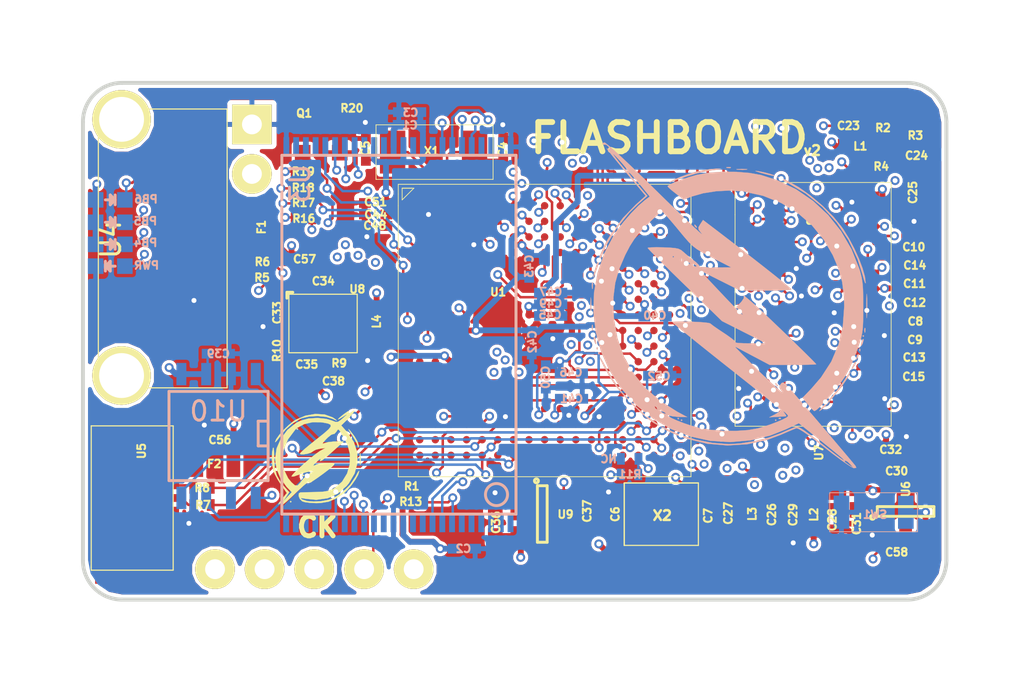
<source format=kicad_pcb>
(kicad_pcb (version 4) (host pcbnew 4.0.4-stable)
  (layers (0 F.Cu signal) (1 In1.Cu signal) (2 In2.Cu signal) (31 B.Cu power) (34 B.Paste user) (35 F.Paste user) (36 B.SilkS user) (37 F.SilkS user) (38 B.Mask user) (39 F.Mask user) (44 Edge.Cuts user))
  (net 0 "")
  (net 1 5V)
  (net 2 GND)
  (net 3 3.3V)
  (net 4 "Net-(C4-Pad2)")
  (net 5 "Net-(C5-Pad2)")
  (net 6 "Net-(C6-Pad2)")
  (net 7 "Net-(C7-Pad2)")
  (net 8 1.8V)
  (net 9 "Net-(C23-Pad1)")
  (net 10 "Net-(C23-Pad2)")
  (net 11 "Net-(C25-Pad1)")
  (net 12 "Net-(C26-Pad1)")
  (net 13 "Net-(C28-Pad1)")
  (net 14 "Net-(C35-Pad1)")
  (net 15 1V)
  (net 16 RESET)
  (net 17 /DTXD)
  (net 18 /DRXD)
  (net 19 "Net-(F1-Pad1)")
  (net 20 "Net-(F2-Pad1)")
  (net 21 /GPIO_PC0)
  (net 22 /GPIO_PC1)
  (net 23 /GPIO_PC2)
  (net 24 "Net-(L4-Pad1)")
  (net 25 "Net-(PB4-Pad1)")
  (net 26 "Net-(PB5-Pad1)")
  (net 27 "Net-(PB6-Pad1)")
  (net 28 "Net-(PWR1-Pad2)")
  (net 29 PB6)
  (net 30 "Net-(Q1-Pad3)")
  (net 31 "Net-(R1-Pad1)")
  (net 32 "Net-(R5-Pad1)")
  (net 33 HDP)
  (net 34 "Net-(R6-Pad1)")
  (net 35 HDM)
  (net 36 "Net-(R7-Pad1)")
  (net 37 DDP)
  (net 38 "Net-(R8-Pad1)")
  (net 39 DDM)
  (net 40 BMS)
  (net 41 NWAIT)
  (net 42 PB4)
  (net 43 PB5)
  (net 44 "Net-(SW1-Pad2)")
  (net 45 "Net-(U1-PadA1)")
  (net 46 "Net-(U1-PadA5)")
  (net 47 "Net-(U1-PadA6)")
  (net 48 DQS1)
  (net 49 DQM1)
  (net 50 "#SDCK")
  (net 51 SDCK)
  (net 52 /D14)
  (net 53 /D12)
  (net 54 /D6)
  (net 55 /D1)
  (net 56 "Net-(U1-PadA15)")
  (net 57 /A13)
  (net 58 /A4)
  (net 59 "Net-(U1-PadB1)")
  (net 60 "Net-(U1-PadB4)")
  (net 61 "Net-(U1-PadB5)")
  (net 62 SDA10)
  (net 63 "Net-(U1-PadB7)")
  (net 64 DQS0)
  (net 65 RAS)
  (net 66 SDWE)
  (net 67 /D13)
  (net 68 /D9)
  (net 69 /D5)
  (net 70 /D0)
  (net 71 EBI_BA0_RAM)
  (net 72 "Net-(U1-PadB16)")
  (net 73 /A3)
  (net 74 "Net-(U1-PadC1)")
  (net 75 "Net-(U1-PadC2)")
  (net 76 "Net-(U1-PadC3)")
  (net 77 NCS1/SDCS)
  (net 78 "Net-(U1-PadC6)")
  (net 79 "Net-(U1-PadC7)")
  (net 80 DQM0)
  (net 81 /D15)
  (net 82 /D10)
  (net 83 /D7)
  (net 84 /D4)
  (net 85 /D2)
  (net 86 /A14)
  (net 87 /A10)
  (net 88 "Net-(U1-PadC17)")
  (net 89 "Net-(U1-PadD1)")
  (net 90 "Net-(U1-PadD3)")
  (net 91 "Net-(U1-PadD4)")
  (net 92 "Net-(U1-PadD7)")
  (net 93 CAS)
  (net 94 SDCKE)
  (net 95 /D11)
  (net 96 /D8)
  (net 97 /D3)
  (net 98 "Net-(U1-PadD14)")
  (net 99 "Net-(U1-PadD15)")
  (net 100 /A7)
  (net 101 "Net-(U1-PadD17)")
  (net 102 "Net-(U1-PadE1)")
  (net 103 "Net-(U1-PadE2)")
  (net 104 "Net-(U1-PadE3)")
  (net 105 "Net-(U1-PadE4)")
  (net 106 "Net-(U1-PadE17)")
  (net 107 /A6)
  (net 108 /A8)
  (net 109 EBI_BA1_RAM)
  (net 110 "Net-(U1-PadF1)")
  (net 111 "Net-(U1-PadF2)")
  (net 112 "Net-(U1-PadF3)")
  (net 113 "Net-(U1-PadF4)")
  (net 114 /A11)
  (net 115 /A5)
  (net 116 /A2)
  (net 117 "Net-(U1-PadF17)")
  (net 118 /A9)
  (net 119 "Net-(U1-PadG16)")
  (net 120 "Net-(U1-PadG17)")
  (net 121 "Net-(U1-PadH1)")
  (net 122 "Net-(U1-PadH2)")
  (net 123 "Net-(U1-PadH3)")
  (net 124 "Net-(U1-PadH15)")
  (net 125 "Net-(U1-PadH16)")
  (net 126 "Net-(U1-PadH17)")
  (net 127 "Net-(U1-PadJ1)")
  (net 128 "Net-(U1-PadJ2)")
  (net 129 "Net-(U1-PadJ3)")
  (net 130 "Net-(U1-PadJ15)")
  (net 131 D23)
  (net 132 D22)
  (net 133 "Net-(U1-PadK1)")
  (net 134 "Net-(U1-PadK2)")
  (net 135 "Net-(U1-PadK3)")
  (net 136 "Net-(U1-PadK4)")
  (net 137 D21)
  (net 138 D20)
  (net 139 D19)
  (net 140 "Net-(U1-PadL1)")
  (net 141 "Net-(U1-PadL2)")
  (net 142 D16)
  (net 143 D17)
  (net 144 D18)
  (net 145 "Net-(U1-PadM1)")
  (net 146 "Net-(U1-PadM2)")
  (net 147 "Net-(U1-PadM3)")
  (net 148 "Net-(U1-PadM4)")
  (net 149 NANDCLE)
  (net 150 NANDALE)
  (net 151 "Net-(U1-PadN1)")
  (net 152 "Net-(U1-PadN2)")
  (net 153 "Net-(U1-PadN3)")
  (net 154 "Net-(U1-PadN4)")
  (net 155 NANDWE)
  (net 156 "Net-(U1-PadP1)")
  (net 157 "Net-(U1-PadP2)")
  (net 158 "Net-(U1-PadP3)")
  (net 159 "Net-(U1-PadP4)")
  (net 160 "Net-(U1-PadP5)")
  (net 161 "Net-(U1-PadP8)")
  (net 162 NANDOE)
  (net 163 NCS3)
  (net 164 "Net-(U1-PadR1)")
  (net 165 "Net-(U1-PadR2)")
  (net 166 "Net-(U1-PadR3)")
  (net 167 "Net-(U1-PadR4)")
  (net 168 "Net-(U1-PadR7)")
  (net 169 "Net-(U1-PadR8)")
  (net 170 "Net-(U1-PadR9)")
  (net 171 "Net-(U1-PadR10)")
  (net 172 "Net-(U1-PadR11)")
  (net 173 "Net-(U1-PadR12)")
  (net 174 "Net-(U1-PadT1)")
  (net 175 "Net-(U1-PadT2)")
  (net 176 "Net-(U1-PadT3)")
  (net 177 "Net-(U1-PadT4)")
  (net 178 MISO)
  (net 179 MOSI)
  (net 180 "Net-(U1-PadT7)")
  (net 181 "Net-(U1-PadT8)")
  (net 182 "Net-(U1-PadT9)")
  (net 183 "Net-(U1-PadT10)")
  (net 184 "Net-(U1-PadT11)")
  (net 185 "Net-(U1-PadT12)")
  (net 186 "Net-(U1-PadT13)")
  (net 187 "Net-(U1-PadT14)")
  (net 188 "Net-(U1-PadU1)")
  (net 189 "Net-(U1-PadU2)")
  (net 190 "Net-(U1-PadU3)")
  (net 191 "Net-(U1-PadU4)")
  (net 192 SPCK)
  (net 193 "Net-(U1-PadU6)")
  (net 194 NPCS0)
  (net 195 "Net-(U1-PadU8)")
  (net 196 "Net-(U1-PadU9)")
  (net 197 "Net-(U1-PadU10)")
  (net 198 "Net-(U1-PadU11)")
  (net 199 "Net-(U1-PadU12)")
  (net 200 "Net-(U1-PadU13)")
  (net 201 "Net-(U1-PadU14)")
  (net 202 "Net-(U2-PadA8)")
  (net 203 "Net-(U2-PadE8)")
  (net 204 "Net-(U5-Pad4)")
  (net 205 "Net-(U6-Pad4)")
  (module Capacitors_SMD:C_0603 (layer F.Cu) (at 160.69 103.06)
    (fp_text reference C32 (at -0.04 0) (layer F.SilkS) (effects (font (size 0.4 0.4) (thickness 0.1))))
    (fp_text value 1u)
    (pad 1 smd rect (at -0.75 0) (size 0.8 0.75) (layers F.Cu F.Paste F.Mask) (net 8 1.8V))
    (pad 2 smd rect (at 0.75 0) (size 0.8 0.75) (layers F.Cu F.Paste F.Mask) (net 2 GND))
  )
  (module PCBLibrary:TDFN3x3-10 (layer F.Cu) (at 130.005 95.59)
    (fp_text reference U8 (at 3.305 -0.76) (layer F.SilkS) (effects (font (size 0.4 0.4) (thickness 0.1))))
    (fp_text value PAM2321)
    (pad 1 smd rect (at 0.325 0) (size 0.65 0.3) (layers F.Cu F.Paste F.Mask) (net 1 5V) (clearance 0.1))
    (pad 2 smd rect (at 0.325 0.5) (size 0.65 0.3) (layers F.Cu F.Paste F.Mask) (net 1 5V) (clearance 0.1))
    (pad 3 smd rect (at 0.325 1) (size 0.65 0.3) (layers F.Cu F.Paste F.Mask) (net 1 5V) (clearance 0.1))
    (pad 4 smd rect (at 0.325 1.5) (size 0.65 0.3) (layers F.Cu F.Paste F.Mask) (net 2 GND) (clearance 0.1))
    (pad 5 smd rect (at 0.325 2) (size 0.65 0.3) (layers F.Cu F.Paste F.Mask) (net 14 "Net-(C35-Pad1)") (clearance 0.1))
    (pad 10 smd rect (at 2.775 0) (size 0.65 0.3) (layers F.Cu F.Paste F.Mask) (net 2 GND) (clearance 0.1))
    (pad 9 smd rect (at 2.775 0.5) (size 0.65 0.3) (layers F.Cu F.Paste F.Mask) (net 2 GND) (clearance 0.1))
    (pad 8 smd rect (at 2.775 1) (size 0.65 0.3) (layers F.Cu F.Paste F.Mask) (net 24 "Net-(L4-Pad1)") (clearance 0.1))
    (pad 7 smd rect (at 2.775 1.5) (size 0.65 0.3) (layers F.Cu F.Paste F.Mask) (net 24 "Net-(L4-Pad1)") (clearance 0.1))
    (pad 6 smd rect (at 2.775 2) (size 0.65 0.3) (layers F.Cu F.Paste F.Mask) (net 2 GND) (clearance 0.1))
    (pad 11 smd rect (at 1.55 1) (size 1.3 2.3) (layers F.Cu F.Paste F.Mask) (net 2 GND))
  )
  (module TO_SOT_Packages_SMD:SOT-23 (layer F.Cu) (at 131.46 86.82924)
    (fp_text reference Q1 (at -0.87 -1.01924) (layer F.SilkS) (effects (font (size 0.4 0.4) (thickness 0.1))))
    (fp_text value IRLML2502)
    (pad 1 smd rect (at -0.95 1.00076) (size 0.8001 0.8001) (layers F.Cu F.Paste F.Mask) (net 29 PB6))
    (pad 2 smd rect (at 0.95 1.00076) (size 0.8001 0.8001) (layers F.Cu F.Paste F.Mask) (net 2 GND))
    (pad 3 smd rect (at 0 -0.99822) (size 0.8001 0.8001) (layers F.Cu F.Paste F.Mask) (net 30 "Net-(Q1-Pad3)"))
  )
  (module LOGO (layer B.Cu) (at 152.34 95.58)
    (fp_text reference G*** hide)
    (fp_text value LOGO hide)
  )
  (module PCBLibrary:BGA-217 (layer F.Cu) (at 143.14 97.41)
    (fp_text reference U1 (at -2.61 -2.43) (layer F.SilkS) (effects (font (size 0.4 0.4) (thickness 0.1))))
    (fp_text value AT91SAM9N12)
    (pad A1 smd circle (at -6.63 -6.86) (size 0.38 0.38) (layers F.Cu F.Paste F.Mask) (net 45 "Net-(U1-PadA1)") (clearance 0.1))
    (pad A2 smd circle (at -5.83 -6.86) (size 0.38 0.38) (layers F.Cu F.Paste F.Mask) (net 3 3.3V) (clearance 0.1))
    (pad A3 smd circle (at -5.03 -6.86) (size 0.38 0.38) (layers F.Cu F.Paste F.Mask) (net 5 "Net-(C5-Pad2)") (clearance 0.1))
    (pad A4 smd circle (at -4.23 -6.86) (size 0.38 0.38) (layers F.Cu F.Paste F.Mask) (net 4 "Net-(C4-Pad2)") (clearance 0.1))
    (pad A5 smd circle (at -3.43 -6.86) (size 0.38 0.38) (layers F.Cu F.Paste F.Mask) (net 46 "Net-(U1-PadA5)") (clearance 0.1))
    (pad A6 smd circle (at -2.63 -6.86) (size 0.38 0.38) (layers F.Cu F.Paste F.Mask) (net 47 "Net-(U1-PadA6)") (clearance 0.1))
    (pad A7 smd circle (at -1.83 -6.86) (size 0.38 0.38) (layers F.Cu F.Paste F.Mask) (net 48 DQS1) (clearance 0.1))
    (pad A8 smd circle (at -1.03 -6.86) (size 0.38 0.38) (layers F.Cu F.Paste F.Mask) (net 49 DQM1) (clearance 0.1))
    (pad A9 smd circle (at -0.23 -6.86) (size 0.38 0.38) (layers F.Cu F.Paste F.Mask) (net 50 "#SDCK") (clearance 0.1))
    (pad A10 smd circle (at 0.57 -6.86) (size 0.38 0.38) (layers F.Cu F.Paste F.Mask) (net 51 SDCK) (clearance 0.1))
    (pad A11 smd circle (at 1.37 -6.86) (size 0.38 0.38) (layers F.Cu F.Paste F.Mask) (net 52 /D14) (clearance 0.1))
    (pad A12 smd circle (at 2.17 -6.86) (size 0.38 0.38) (layers F.Cu F.Paste F.Mask) (net 53 /D12) (clearance 0.1))
    (pad A13 smd circle (at 2.97 -6.86) (size 0.38 0.38) (layers F.Cu F.Paste F.Mask) (net 54 /D6) (clearance 0.1))
    (pad A14 smd circle (at 3.77 -6.86) (size 0.38 0.38) (layers F.Cu F.Paste F.Mask) (net 55 /D1) (clearance 0.1))
    (pad A15 smd circle (at 4.57 -6.86) (size 0.38 0.38) (layers F.Cu F.Paste F.Mask) (net 56 "Net-(U1-PadA15)") (clearance 0.1))
    (pad A16 smd circle (at 5.37 -6.86) (size 0.38 0.38) (layers F.Cu F.Paste F.Mask) (net 57 /A13) (clearance 0.1))
    (pad A17 smd circle (at 6.17 -6.86) (size 0.38 0.38) (layers F.Cu F.Paste F.Mask) (net 58 /A4) (clearance 0.1))
    (pad B1 smd circle (at -6.63 -6.06) (size 0.38 0.38) (layers F.Cu F.Paste F.Mask) (net 59 "Net-(U1-PadB1)") (clearance 0.1))
    (pad B2 smd circle (at -5.83 -6.06) (size 0.38 0.38) (layers F.Cu F.Paste F.Mask) (net 2 GND) (clearance 0.1))
    (pad B3 smd circle (at -5.03 -6.06) (size 0.38 0.38) (layers F.Cu F.Paste F.Mask) (net 2 GND) (clearance 0.1))
    (pad B4 smd circle (at -4.23 -6.06) (size 0.38 0.38) (layers F.Cu F.Paste F.Mask) (net 60 "Net-(U1-PadB4)") (clearance 0.1))
    (pad B5 smd circle (at -3.43 -6.06) (size 0.38 0.38) (layers F.Cu F.Paste F.Mask) (net 61 "Net-(U1-PadB5)") (clearance 0.1))
    (pad B6 smd circle (at -2.63 -6.06) (size 0.38 0.38) (layers F.Cu F.Paste F.Mask) (net 62 SDA10) (clearance 0.1))
    (pad B7 smd circle (at -1.83 -6.06) (size 0.38 0.38) (layers F.Cu F.Paste F.Mask) (net 63 "Net-(U1-PadB7)") (clearance 0.1))
    (pad B8 smd circle (at -1.03 -6.06) (size 0.38 0.38) (layers F.Cu F.Paste F.Mask) (net 64 DQS0) (clearance 0.1))
    (pad B9 smd circle (at -0.23 -6.06) (size 0.38 0.38) (layers F.Cu F.Paste F.Mask) (net 65 RAS) (clearance 0.1))
    (pad B10 smd circle (at 0.57 -6.06) (size 0.38 0.38) (layers F.Cu F.Paste F.Mask) (net 66 SDWE) (clearance 0.1))
    (pad B11 smd circle (at 1.37 -6.06) (size 0.38 0.38) (layers F.Cu F.Paste F.Mask) (net 67 /D13) (clearance 0.1))
    (pad B12 smd circle (at 2.17 -6.06) (size 0.38 0.38) (layers F.Cu F.Paste F.Mask) (net 68 /D9) (clearance 0.1))
    (pad B13 smd circle (at 2.97 -6.06) (size 0.38 0.38) (layers F.Cu F.Paste F.Mask) (net 69 /D5) (clearance 0.1))
    (pad B14 smd circle (at 3.77 -6.06) (size 0.38 0.38) (layers F.Cu F.Paste F.Mask) (net 70 /D0) (clearance 0.1))
    (pad B15 smd circle (at 4.57 -6.06) (size 0.38 0.38) (layers F.Cu F.Paste F.Mask) (net 71 EBI_BA0_RAM) (clearance 0.1))
    (pad B16 smd circle (at 5.37 -6.06) (size 0.38 0.38) (layers F.Cu F.Paste F.Mask) (net 72 "Net-(U1-PadB16)") (clearance 0.1))
    (pad B17 smd circle (at 6.17 -6.06) (size 0.38 0.38) (layers F.Cu F.Paste F.Mask) (net 73 /A3) (clearance 0.1))
    (pad C1 smd circle (at -6.63 -5.26) (size 0.38 0.38) (layers F.Cu F.Paste F.Mask) (net 74 "Net-(U1-PadC1)") (clearance 0.1))
    (pad C2 smd circle (at -5.83 -5.26) (size 0.38 0.38) (layers F.Cu F.Paste F.Mask) (net 75 "Net-(U1-PadC2)") (clearance 0.1))
    (pad C3 smd circle (at -5.03 -5.26) (size 0.38 0.38) (layers F.Cu F.Paste F.Mask) (net 76 "Net-(U1-PadC3)") (clearance 0.1))
    (pad C4 smd circle (at -4.23 -5.26) (size 0.38 0.38) (layers F.Cu F.Paste F.Mask) (net 3 3.3V) (clearance 0.1))
    (pad C5 smd circle (at -3.43 -5.26) (size 0.38 0.38) (layers F.Cu F.Paste F.Mask) (net 77 NCS1/SDCS) (clearance 0.1))
    (pad C6 smd circle (at -2.63 -5.26) (size 0.38 0.38) (layers F.Cu F.Paste F.Mask) (net 78 "Net-(U1-PadC6)") (clearance 0.1))
    (pad C7 smd circle (at -1.83 -5.26) (size 0.38 0.38) (layers F.Cu F.Paste F.Mask) (net 79 "Net-(U1-PadC7)") (clearance 0.1))
    (pad C8 smd circle (at -1.03 -5.26) (size 0.38 0.38) (layers F.Cu F.Paste F.Mask) (net 15 1V) (clearance 0.1))
    (pad C9 smd circle (at -0.23 -5.26) (size 0.38 0.38) (layers F.Cu F.Paste F.Mask) (net 80 DQM0) (clearance 0.1))
    (pad C10 smd circle (at 0.57 -5.26) (size 0.38 0.38) (layers F.Cu F.Paste F.Mask) (net 81 /D15) (clearance 0.1))
    (pad C11 smd circle (at 1.37 -5.26) (size 0.38 0.38) (layers F.Cu F.Paste F.Mask) (net 82 /D10) (clearance 0.1))
    (pad C12 smd circle (at 2.17 -5.26) (size 0.38 0.38) (layers F.Cu F.Paste F.Mask) (net 83 /D7) (clearance 0.1))
    (pad C13 smd circle (at 2.97 -5.26) (size 0.38 0.38) (layers F.Cu F.Paste F.Mask) (net 84 /D4) (clearance 0.1))
    (pad C14 smd circle (at 3.77 -5.26) (size 0.38 0.38) (layers F.Cu F.Paste F.Mask) (net 85 /D2) (clearance 0.1))
    (pad C15 smd circle (at 4.57 -5.26) (size 0.38 0.38) (layers F.Cu F.Paste F.Mask) (net 86 /A14) (clearance 0.1))
    (pad C16 smd circle (at 5.37 -5.26) (size 0.38 0.38) (layers F.Cu F.Paste F.Mask) (net 87 /A10) (clearance 0.1))
    (pad C17 smd circle (at 6.17 -5.26) (size 0.38 0.38) (layers F.Cu F.Paste F.Mask) (net 88 "Net-(U1-PadC17)") (clearance 0.1))
    (pad D1 smd circle (at -6.63 -4.46) (size 0.38 0.38) (layers F.Cu F.Paste F.Mask) (net 89 "Net-(U1-PadD1)") (clearance 0.1))
    (pad D2 smd circle (at -5.83 -4.46) (size 0.38 0.38) (layers F.Cu F.Paste F.Mask) (net 29 PB6) (clearance 0.1))
    (pad D3 smd circle (at -5.03 -4.46) (size 0.38 0.38) (layers F.Cu F.Paste F.Mask) (net 90 "Net-(U1-PadD3)") (clearance 0.1))
    (pad D4 smd circle (at -4.23 -4.46) (size 0.38 0.38) (layers F.Cu F.Paste F.Mask) (net 91 "Net-(U1-PadD4)") (clearance 0.1))
    (pad D5 smd circle (at -3.43 -4.46) (size 0.38 0.38) (layers F.Cu F.Paste F.Mask) (net 2 GND) (clearance 0.1))
    (pad D6 smd circle (at -2.63 -4.46) (size 0.38 0.38) (layers F.Cu F.Paste F.Mask) (net 3 3.3V) (clearance 0.1))
    (pad D7 smd circle (at -1.83 -4.46) (size 0.38 0.38) (layers F.Cu F.Paste F.Mask) (net 92 "Net-(U1-PadD7)") (clearance 0.1))
    (pad D8 smd circle (at -1.03 -4.46) (size 0.38 0.38) (layers F.Cu F.Paste F.Mask) (net 2 GND) (clearance 0.1))
    (pad D9 smd circle (at -0.23 -4.46) (size 0.38 0.38) (layers F.Cu F.Paste F.Mask) (net 93 CAS) (clearance 0.1))
    (pad D10 smd circle (at 0.57 -4.46) (size 0.38 0.38) (layers F.Cu F.Paste F.Mask) (net 94 SDCKE) (clearance 0.1))
    (pad D11 smd circle (at 1.37 -4.46) (size 0.38 0.38) (layers F.Cu F.Paste F.Mask) (net 95 /D11) (clearance 0.1))
    (pad D12 smd circle (at 2.17 -4.46) (size 0.38 0.38) (layers F.Cu F.Paste F.Mask) (net 96 /D8) (clearance 0.1))
    (pad D13 smd circle (at 2.97 -4.46) (size 0.38 0.38) (layers F.Cu F.Paste F.Mask) (net 97 /D3) (clearance 0.1))
    (pad D14 smd circle (at 3.77 -4.46) (size 0.38 0.38) (layers F.Cu F.Paste F.Mask) (net 98 "Net-(U1-PadD14)") (clearance 0.1))
    (pad D15 smd circle (at 4.57 -4.46) (size 0.38 0.38) (layers F.Cu F.Paste F.Mask) (net 99 "Net-(U1-PadD15)") (clearance 0.1))
    (pad D16 smd circle (at 5.37 -4.46) (size 0.38 0.38) (layers F.Cu F.Paste F.Mask) (net 100 /A7) (clearance 0.1))
    (pad D17 smd circle (at 6.17 -4.46) (size 0.38 0.38) (layers F.Cu F.Paste F.Mask) (net 101 "Net-(U1-PadD17)") (clearance 0.1))
    (pad E1 smd circle (at -6.63 -3.66) (size 0.38 0.38) (layers F.Cu F.Paste F.Mask) (net 102 "Net-(U1-PadE1)") (clearance 0.1))
    (pad E2 smd circle (at -5.83 -3.66) (size 0.38 0.38) (layers F.Cu F.Paste F.Mask) (net 103 "Net-(U1-PadE2)") (clearance 0.1))
    (pad E3 smd circle (at -5.03 -3.66) (size 0.38 0.38) (layers F.Cu F.Paste F.Mask) (net 104 "Net-(U1-PadE3)") (clearance 0.1))
    (pad E4 smd circle (at -4.23 -3.66) (size 0.38 0.38) (layers F.Cu F.Paste F.Mask) (net 105 "Net-(U1-PadE4)") (clearance 0.1))
    (pad E17 smd circle (at 6.17 -3.66) (size 0.38 0.38) (layers F.Cu F.Paste F.Mask) (net 106 "Net-(U1-PadE17)") (clearance 0.1))
    (pad E16 smd circle (at 5.37 -3.66) (size 0.38 0.38) (layers F.Cu F.Paste F.Mask) (net 107 /A6) (clearance 0.1))
    (pad E15 smd circle (at 4.57 -3.66) (size 0.38 0.38) (layers F.Cu F.Paste F.Mask) (net 108 /A8) (clearance 0.1))
    (pad E14 smd circle (at 3.77 -3.66) (size 0.38 0.38) (layers F.Cu F.Paste F.Mask) (net 109 EBI_BA1_RAM) (clearance 0.1))
    (pad F1 smd circle (at -6.63 -2.86) (size 0.38 0.38) (layers F.Cu F.Paste F.Mask) (net 110 "Net-(U1-PadF1)") (clearance 0.1))
    (pad F2 smd circle (at -5.83 -2.86) (size 0.38 0.38) (layers F.Cu F.Paste F.Mask) (net 111 "Net-(U1-PadF2)") (clearance 0.1))
    (pad F3 smd circle (at -5.03 -2.86) (size 0.38 0.38) (layers F.Cu F.Paste F.Mask) (net 112 "Net-(U1-PadF3)") (clearance 0.1))
    (pad F4 smd circle (at -4.23 -2.86) (size 0.38 0.38) (layers F.Cu F.Paste F.Mask) (net 113 "Net-(U1-PadF4)") (clearance 0.1))
    (pad F14 smd circle (at 3.77 -2.86) (size 0.38 0.38) (layers F.Cu F.Paste F.Mask) (net 114 /A11) (clearance 0.1))
    (pad F15 smd circle (at 4.57 -2.86) (size 0.38 0.38) (layers F.Cu F.Paste F.Mask) (net 115 /A5) (clearance 0.1))
    (pad F16 smd circle (at 5.37 -2.86) (size 0.38 0.38) (layers F.Cu F.Paste F.Mask) (net 116 /A2) (clearance 0.1))
    (pad F17 smd circle (at 6.17 -2.86) (size 0.38 0.38) (layers F.Cu F.Paste F.Mask) (net 117 "Net-(U1-PadF17)") (clearance 0.1))
    (pad G1 smd circle (at -6.63 -2.06) (size 0.38 0.38) (layers F.Cu F.Paste F.Mask) (net 22 /GPIO_PC1) (clearance 0.1))
    (pad G2 smd circle (at -5.83 -2.06) (size 0.38 0.38) (layers F.Cu F.Paste F.Mask) (net 21 /GPIO_PC0) (clearance 0.1))
    (pad G3 smd circle (at -5.03 -2.06) (size 0.38 0.38) (layers F.Cu F.Paste F.Mask) (net 43 PB5) (clearance 0.1))
    (pad G4 smd circle (at -4.23 -2.06) (size 0.38 0.38) (layers F.Cu F.Paste F.Mask) (net 42 PB4) (clearance 0.1))
    (pad G14 smd circle (at 3.77 -2.06) (size 0.38 0.38) (layers F.Cu F.Paste F.Mask) (net 118 /A9) (clearance 0.1))
    (pad G15 smd circle (at 4.57 -2.06) (size 0.38 0.38) (layers F.Cu F.Paste F.Mask) (net 15 1V) (clearance 0.1))
    (pad G16 smd circle (at 5.37 -2.06) (size 0.38 0.38) (layers F.Cu F.Paste F.Mask) (net 119 "Net-(U1-PadG16)") (clearance 0.1))
    (pad G17 smd circle (at 6.17 -2.06) (size 0.38 0.38) (layers F.Cu F.Paste F.Mask) (net 120 "Net-(U1-PadG17)") (clearance 0.1))
    (pad H1 smd circle (at -6.63 -1.26) (size 0.38 0.38) (layers F.Cu F.Paste F.Mask) (net 121 "Net-(U1-PadH1)") (clearance 0.1))
    (pad H2 smd circle (at -5.83 -1.26) (size 0.38 0.38) (layers F.Cu F.Paste F.Mask) (net 122 "Net-(U1-PadH2)") (clearance 0.1))
    (pad H3 smd circle (at -5.03 -1.26) (size 0.38 0.38) (layers F.Cu F.Paste F.Mask) (net 123 "Net-(U1-PadH3)") (clearance 0.1))
    (pad H4 smd circle (at -4.23 -1.26) (size 0.38 0.38) (layers F.Cu F.Paste F.Mask) (net 23 /GPIO_PC2) (clearance 0.1))
    (pad H9 smd circle (at -0.23 -1.26) (size 0.38 0.38) (layers F.Cu F.Paste F.Mask) (net 8 1.8V) (clearance 0.1))
    (pad H8 smd circle (at -1.03 -1.26) (size 0.38 0.38) (layers F.Cu F.Paste F.Mask) (net 8 1.8V) (clearance 0.1))
    (pad H10 smd circle (at 0.57 -1.26) (size 0.38 0.38) (layers F.Cu F.Paste F.Mask) (net 8 1.8V) (clearance 0.1))
    (pad H14 smd circle (at 3.77 -1.26) (size 0.38 0.38) (layers F.Cu F.Paste F.Mask) (net 2 GND) (clearance 0.1))
    (pad H15 smd circle (at 4.57 -1.26) (size 0.38 0.38) (layers F.Cu F.Paste F.Mask) (net 124 "Net-(U1-PadH15)") (clearance 0.1))
    (pad H16 smd circle (at 5.37 -1.26) (size 0.38 0.38) (layers F.Cu F.Paste F.Mask) (net 125 "Net-(U1-PadH16)") (clearance 0.1))
    (pad H17 smd circle (at 6.17 -1.26) (size 0.38 0.38) (layers F.Cu F.Paste F.Mask) (net 126 "Net-(U1-PadH17)") (clearance 0.1))
    (pad J1 smd circle (at -6.63 -0.46) (size 0.38 0.38) (layers F.Cu F.Paste F.Mask) (net 127 "Net-(U1-PadJ1)") (clearance 0.1))
    (pad J2 smd circle (at -5.83 -0.46) (size 0.38 0.38) (layers F.Cu F.Paste F.Mask) (net 128 "Net-(U1-PadJ2)") (clearance 0.1))
    (pad J3 smd circle (at -5.03 -0.46) (size 0.38 0.38) (layers F.Cu F.Paste F.Mask) (net 129 "Net-(U1-PadJ3)") (clearance 0.1))
    (pad J4 smd circle (at -4.23 -0.46) (size 0.38 0.38) (layers F.Cu F.Paste F.Mask) (net 15 1V) (clearance 0.1))
    (pad J8 smd circle (at -1.03 -0.46) (size 0.38 0.38) (layers F.Cu F.Paste F.Mask) (net 2 GND) (clearance 0.1))
    (pad J9 smd circle (at -0.23 -0.46) (size 0.38 0.38) (layers F.Cu F.Paste F.Mask) (net 2 GND) (clearance 0.1))
    (pad J10 smd circle (at 0.57 -0.46) (size 0.38 0.38) (layers F.Cu F.Paste F.Mask) (net 2 GND) (clearance 0.1))
    (pad J14 smd circle (at 3.77 -0.46) (size 0.38 0.38) (layers F.Cu F.Paste F.Mask) (net 3 3.3V) (clearance 0.1))
    (pad J15 smd circle (at 4.57 -0.46) (size 0.38 0.38) (layers F.Cu F.Paste F.Mask) (net 130 "Net-(U1-PadJ15)") (clearance 0.1))
    (pad J16 smd circle (at 5.37 -0.46) (size 0.38 0.38) (layers F.Cu F.Paste F.Mask) (net 131 D23) (clearance 0.1))
    (pad J17 smd circle (at 6.17 -0.46) (size 0.38 0.38) (layers F.Cu F.Paste F.Mask) (net 132 D22) (clearance 0.1))
    (pad K1 smd circle (at -6.63 0.34) (size 0.38 0.38) (layers F.Cu F.Paste F.Mask) (net 133 "Net-(U1-PadK1)") (clearance 0.1))
    (pad K2 smd circle (at -5.83 0.34) (size 0.38 0.38) (layers F.Cu F.Paste F.Mask) (net 134 "Net-(U1-PadK2)") (clearance 0.1))
    (pad K3 smd circle (at -5.03 0.34) (size 0.38 0.38) (layers F.Cu F.Paste F.Mask) (net 135 "Net-(U1-PadK3)") (clearance 0.1))
    (pad K4 smd circle (at -4.23 0.34) (size 0.38 0.38) (layers F.Cu F.Paste F.Mask) (net 136 "Net-(U1-PadK4)") (clearance 0.1))
    (pad K8 smd circle (at -1.03 0.34) (size 0.38 0.38) (layers F.Cu F.Paste F.Mask) (net 2 GND) (clearance 0.1))
    (pad K9 smd circle (at -0.23 0.34) (size 0.38 0.38) (layers F.Cu F.Paste F.Mask) (net 2 GND) (clearance 0.1))
    (pad K10 smd circle (at 0.57 0.34) (size 0.38 0.38) (layers F.Cu F.Paste F.Mask) (net 2 GND) (clearance 0.1))
    (pad K14 smd circle (at 3.77 0.34) (size 0.38 0.38) (layers F.Cu F.Paste F.Mask) (net 3 3.3V) (clearance 0.1))
    (pad K15 smd circle (at 4.57 0.34) (size 0.38 0.38) (layers F.Cu F.Paste F.Mask) (net 137 D21) (clearance 0.1))
    (pad K16 smd circle (at 5.37 0.34) (size 0.38 0.38) (layers F.Cu F.Paste F.Mask) (net 138 D20) (clearance 0.1))
    (pad K17 smd circle (at 6.17 0.34) (size 0.38 0.38) (layers F.Cu F.Paste F.Mask) (net 139 D19) (clearance 0.1))
    (pad L1 smd circle (at -6.63 1.14) (size 0.38 0.38) (layers F.Cu F.Paste F.Mask) (net 140 "Net-(U1-PadL1)") (clearance 0.1))
    (pad L2 smd circle (at -5.83 1.14) (size 0.38 0.38) (layers F.Cu F.Paste F.Mask) (net 141 "Net-(U1-PadL2)") (clearance 0.1))
    (pad L3 smd circle (at -5.03 1.14) (size 0.38 0.38) (layers F.Cu F.Paste F.Mask) (net 3 3.3V) (clearance 0.1))
    (pad L4 smd circle (at -4.23 1.14) (size 0.38 0.38) (layers F.Cu F.Paste F.Mask) (net 3 3.3V) (clearance 0.1))
    (pad L14 smd circle (at 3.77 1.14) (size 0.38 0.38) (layers F.Cu F.Paste F.Mask) (net 3 3.3V) (clearance 0.1))
    (pad L15 smd circle (at 4.57 1.14) (size 0.38 0.38) (layers F.Cu F.Paste F.Mask) (net 142 D16) (clearance 0.1))
    (pad L16 smd circle (at 5.37 1.14) (size 0.38 0.38) (layers F.Cu F.Paste F.Mask) (net 143 D17) (clearance 0.1))
    (pad L17 smd circle (at 6.17 1.14) (size 0.38 0.38) (layers F.Cu F.Paste F.Mask) (net 144 D18) (clearance 0.1))
    (pad M1 smd circle (at -6.63 1.94) (size 0.38 0.38) (layers F.Cu F.Paste F.Mask) (net 145 "Net-(U1-PadM1)") (clearance 0.1))
    (pad M2 smd circle (at -5.83 1.94) (size 0.38 0.38) (layers F.Cu F.Paste F.Mask) (net 146 "Net-(U1-PadM2)") (clearance 0.1))
    (pad M3 smd circle (at -5.03 1.94) (size 0.38 0.38) (layers F.Cu F.Paste F.Mask) (net 147 "Net-(U1-PadM3)") (clearance 0.1))
    (pad M4 smd circle (at -4.23 1.94) (size 0.38 0.38) (layers F.Cu F.Paste F.Mask) (net 148 "Net-(U1-PadM4)") (clearance 0.1))
    (pad M14 smd circle (at 3.77 1.94) (size 0.38 0.38) (layers F.Cu F.Paste F.Mask) (net 149 NANDCLE) (clearance 0.1))
    (pad M15 smd circle (at 4.57 1.94) (size 0.38 0.38) (layers F.Cu F.Paste F.Mask) (net 150 NANDALE) (clearance 0.1))
    (pad M16 smd circle (at 5.37 1.94) (size 0.38 0.38) (layers F.Cu F.Paste F.Mask) (net 2 GND) (clearance 0.1))
    (pad M17 smd circle (at 6.17 1.94) (size 0.38 0.38) (layers F.Cu F.Paste F.Mask) (net 41 NWAIT) (clearance 0.1))
    (pad N1 smd circle (at -6.63 2.74) (size 0.38 0.38) (layers F.Cu F.Paste F.Mask) (net 151 "Net-(U1-PadN1)") (clearance 0.1))
    (pad N2 smd circle (at -5.83 2.74) (size 0.38 0.38) (layers F.Cu F.Paste F.Mask) (net 152 "Net-(U1-PadN2)") (clearance 0.1))
    (pad N3 smd circle (at -5.03 2.74) (size 0.38 0.38) (layers F.Cu F.Paste F.Mask) (net 153 "Net-(U1-PadN3)") (clearance 0.1))
    (pad N4 smd circle (at -4.23 2.74) (size 0.38 0.38) (layers F.Cu F.Paste F.Mask) (net 154 "Net-(U1-PadN4)") (clearance 0.1))
    (pad N14 smd circle (at 3.77 2.74) (size 0.38 0.38) (layers F.Cu F.Paste F.Mask) (net 155 NANDWE) (clearance 0.1))
    (pad N15 smd circle (at 4.57 2.74) (size 0.38 0.38) (layers F.Cu F.Paste F.Mask) (clearance 0.1))
    (pad N16 smd circle (at 5.37 2.74) (size 0.38 0.38) (layers F.Cu F.Paste F.Mask) (net 3 3.3V) (clearance 0.1))
    (pad N17 smd circle (at 6.17 2.74) (size 0.38 0.38) (layers F.Cu F.Paste F.Mask) (net 34 "Net-(R6-Pad1)") (clearance 0.1))
    (pad P1 smd circle (at -6.63 3.54) (size 0.38 0.38) (layers F.Cu F.Paste F.Mask) (net 156 "Net-(U1-PadP1)") (clearance 0.1))
    (pad P2 smd circle (at -5.83 3.54) (size 0.38 0.38) (layers F.Cu F.Paste F.Mask) (net 157 "Net-(U1-PadP2)") (clearance 0.1))
    (pad P3 smd circle (at -5.03 3.54) (size 0.38 0.38) (layers F.Cu F.Paste F.Mask) (net 158 "Net-(U1-PadP3)") (clearance 0.1))
    (pad P4 smd circle (at -4.23 3.54) (size 0.38 0.38) (layers F.Cu F.Paste F.Mask) (net 159 "Net-(U1-PadP4)") (clearance 0.1))
    (pad P5 smd circle (at -3.43 3.54) (size 0.38 0.38) (layers F.Cu F.Paste F.Mask) (net 160 "Net-(U1-PadP5)") (clearance 0.1))
    (pad P6 smd circle (at -2.63 3.54) (size 0.38 0.38) (layers F.Cu F.Paste F.Mask) (net 2 GND) (clearance 0.1))
    (pad P7 smd circle (at -1.83 3.54) (size 0.38 0.38) (layers F.Cu F.Paste F.Mask) (net 2 GND) (clearance 0.1))
    (pad P8 smd circle (at -1.03 3.54) (size 0.38 0.38) (layers F.Cu F.Paste F.Mask) (net 161 "Net-(U1-PadP8)") (clearance 0.1))
    (pad P9 smd circle (at -0.23 3.54) (size 0.38 0.38) (layers F.Cu F.Paste F.Mask) (net 3 3.3V) (clearance 0.1))
    (pad P10 smd circle (at 0.57 3.54) (size 0.38 0.38) (layers F.Cu F.Paste F.Mask) (net 15 1V) (clearance 0.1))
    (pad P11 smd circle (at 1.37 3.54) (size 0.38 0.38) (layers F.Cu F.Paste F.Mask) (net 2 GND) (clearance 0.1))
    (pad P12 smd circle (at 2.17 3.54) (size 0.38 0.38) (layers F.Cu F.Paste F.Mask) (net 3 3.3V) (clearance 0.1))
    (pad P13 smd circle (at 2.97 3.54) (size 0.38 0.38) (layers F.Cu F.Paste F.Mask) (net 2 GND) (clearance 0.1))
    (pad P14 smd circle (at 3.77 3.54) (size 0.38 0.38) (layers F.Cu F.Paste F.Mask) (net 2 GND) (clearance 0.1))
    (pad P15 smd circle (at 4.57 3.54) (size 0.38 0.38) (layers F.Cu F.Paste F.Mask) (net 162 NANDOE) (clearance 0.1))
    (pad P16 smd circle (at 5.37 3.54) (size 0.38 0.38) (layers F.Cu F.Paste F.Mask) (net 163 NCS3) (clearance 0.1))
    (pad P17 smd circle (at 6.17 3.54) (size 0.38 0.38) (layers F.Cu F.Paste F.Mask) (net 32 "Net-(R5-Pad1)") (clearance 0.1))
    (pad R1 smd circle (at -6.63 4.34) (size 0.38 0.38) (layers F.Cu F.Paste F.Mask) (net 164 "Net-(U1-PadR1)") (clearance 0.1))
    (pad R2 smd circle (at -5.83 4.34) (size 0.38 0.38) (layers F.Cu F.Paste F.Mask) (net 165 "Net-(U1-PadR2)") (clearance 0.1))
    (pad R3 smd circle (at -5.03 4.34) (size 0.38 0.38) (layers F.Cu F.Paste F.Mask) (net 166 "Net-(U1-PadR3)") (clearance 0.1))
    (pad R4 smd circle (at -4.23 4.34) (size 0.38 0.38) (layers F.Cu F.Paste F.Mask) (net 167 "Net-(U1-PadR4)") (clearance 0.1))
    (pad R5 smd circle (at -3.43 4.34) (size 0.38 0.38) (layers F.Cu F.Paste F.Mask) (net 18 /DRXD) (clearance 0.1))
    (pad R6 smd circle (at -2.63 4.34) (size 0.38 0.38) (layers F.Cu F.Paste F.Mask) (net 17 /DTXD) (clearance 0.1))
    (pad R7 smd circle (at -1.83 4.34) (size 0.38 0.38) (layers F.Cu F.Paste F.Mask) (net 168 "Net-(U1-PadR7)") (clearance 0.1))
    (pad R8 smd circle (at -1.03 4.34) (size 0.38 0.38) (layers F.Cu F.Paste F.Mask) (net 169 "Net-(U1-PadR8)") (clearance 0.1))
    (pad R9 smd circle (at -0.23 4.34) (size 0.38 0.38) (layers F.Cu F.Paste F.Mask) (net 170 "Net-(U1-PadR9)") (clearance 0.1))
    (pad R10 smd circle (at 0.57 4.34) (size 0.38 0.38) (layers F.Cu F.Paste F.Mask) (net 171 "Net-(U1-PadR10)") (clearance 0.1))
    (pad R11 smd circle (at 1.37 4.34) (size 0.38 0.38) (layers F.Cu F.Paste F.Mask) (net 172 "Net-(U1-PadR11)") (clearance 0.1))
    (pad R12 smd circle (at 2.17 4.34) (size 0.38 0.38) (layers F.Cu F.Paste F.Mask) (net 173 "Net-(U1-PadR12)") (clearance 0.1))
    (pad R13 smd circle (at 2.97 4.34) (size 0.38 0.38) (layers F.Cu F.Paste F.Mask) (net 16 RESET) (clearance 0.1))
    (pad R14 smd circle (at 3.77 4.34) (size 0.38 0.38) (layers F.Cu F.Paste F.Mask) (net 13 "Net-(C28-Pad1)") (clearance 0.1))
    (pad R15 smd circle (at 4.57 4.34) (size 0.38 0.38) (layers F.Cu F.Paste F.Mask) (net 3 3.3V) (clearance 0.1))
    (pad R16 smd circle (at 5.37 4.34) (size 0.38 0.38) (layers F.Cu F.Paste F.Mask) (net 38 "Net-(R8-Pad1)") (clearance 0.1))
    (pad R17 smd circle (at 6.17 4.34) (size 0.38 0.38) (layers F.Cu F.Paste F.Mask) (net 36 "Net-(R7-Pad1)") (clearance 0.1))
    (pad T1 smd circle (at -6.63 5.14) (size 0.38 0.38) (layers F.Cu F.Paste F.Mask) (net 174 "Net-(U1-PadT1)") (clearance 0.1))
    (pad T2 smd circle (at -5.83 5.14) (size 0.38 0.38) (layers F.Cu F.Paste F.Mask) (net 175 "Net-(U1-PadT2)") (clearance 0.1))
    (pad T3 smd circle (at -5.03 5.14) (size 0.38 0.38) (layers F.Cu F.Paste F.Mask) (net 176 "Net-(U1-PadT3)") (clearance 0.1))
    (pad T4 smd circle (at -4.23 5.14) (size 0.38 0.38) (layers F.Cu F.Paste F.Mask) (net 177 "Net-(U1-PadT4)") (clearance 0.1))
    (pad T5 smd circle (at -3.43 5.14) (size 0.38 0.38) (layers F.Cu F.Paste F.Mask) (net 178 MISO) (clearance 0.1))
    (pad T6 smd circle (at -2.63 5.14) (size 0.38 0.38) (layers F.Cu F.Paste F.Mask) (net 179 MOSI) (clearance 0.1))
    (pad T7 smd circle (at -1.83 5.14) (size 0.38 0.38) (layers F.Cu F.Paste F.Mask) (net 180 "Net-(U1-PadT7)") (clearance 0.1))
    (pad T8 smd circle (at -1.03 5.14) (size 0.38 0.38) (layers F.Cu F.Paste F.Mask) (net 181 "Net-(U1-PadT8)") (clearance 0.1))
    (pad T9 smd circle (at -0.23 5.14) (size 0.38 0.38) (layers F.Cu F.Paste F.Mask) (net 182 "Net-(U1-PadT9)") (clearance 0.1))
    (pad T10 smd circle (at 0.57 5.14) (size 0.38 0.38) (layers F.Cu F.Paste F.Mask) (net 183 "Net-(U1-PadT10)") (clearance 0.1))
    (pad T11 smd circle (at 1.37 5.14) (size 0.38 0.38) (layers F.Cu F.Paste F.Mask) (net 184 "Net-(U1-PadT11)") (clearance 0.1))
    (pad T12 smd circle (at 2.17 5.14) (size 0.38 0.38) (layers F.Cu F.Paste F.Mask) (net 185 "Net-(U1-PadT12)") (clearance 0.1))
    (pad T13 smd circle (at 2.97 5.14) (size 0.38 0.38) (layers F.Cu F.Paste F.Mask) (net 186 "Net-(U1-PadT13)") (clearance 0.1))
    (pad T14 smd circle (at 3.77 5.14) (size 0.38 0.38) (layers F.Cu F.Paste F.Mask) (net 187 "Net-(U1-PadT14)") (clearance 0.1))
    (pad T15 smd circle (at 4.57 5.14) (size 0.38 0.38) (layers F.Cu F.Paste F.Mask) (net 16 RESET) (clearance 0.1))
    (pad T16 smd circle (at 5.37 5.14) (size 0.38 0.38) (layers F.Cu F.Paste F.Mask) (net 12 "Net-(C26-Pad1)") (clearance 0.1))
    (pad T17 smd circle (at 6.17 5.14) (size 0.38 0.38) (layers F.Cu F.Paste F.Mask) (net 2 GND) (clearance 0.1))
    (pad U1 smd circle (at -6.63 5.94) (size 0.38 0.38) (layers F.Cu F.Paste F.Mask) (net 188 "Net-(U1-PadU1)") (clearance 0.1))
    (pad U2 smd circle (at -5.83 5.94) (size 0.38 0.38) (layers F.Cu F.Paste F.Mask) (net 189 "Net-(U1-PadU2)") (clearance 0.1))
    (pad U3 smd circle (at -5.03 5.94) (size 0.38 0.38) (layers F.Cu F.Paste F.Mask) (net 190 "Net-(U1-PadU3)") (clearance 0.1))
    (pad U4 smd circle (at -4.23 5.94) (size 0.38 0.38) (layers F.Cu F.Paste F.Mask) (net 191 "Net-(U1-PadU4)") (clearance 0.1))
    (pad U5 smd circle (at -3.43 5.94) (size 0.38 0.38) (layers F.Cu F.Paste F.Mask) (net 192 SPCK) (clearance 0.1))
    (pad U6 smd circle (at -2.63 5.94) (size 0.38 0.38) (layers F.Cu F.Paste F.Mask) (net 193 "Net-(U1-PadU6)") (clearance 0.1))
    (pad U7 smd circle (at -1.83 5.94) (size 0.38 0.38) (layers F.Cu F.Paste F.Mask) (net 194 NPCS0) (clearance 0.1))
    (pad U8 smd circle (at -1.03 5.94) (size 0.38 0.38) (layers F.Cu F.Paste F.Mask) (net 195 "Net-(U1-PadU8)") (clearance 0.1))
    (pad U9 smd circle (at -0.23 5.94) (size 0.38 0.38) (layers F.Cu F.Paste F.Mask) (net 196 "Net-(U1-PadU9)") (clearance 0.1))
    (pad U10 smd circle (at 0.57 5.94) (size 0.38 0.38) (layers F.Cu F.Paste F.Mask) (net 197 "Net-(U1-PadU10)") (clearance 0.1))
    (pad U11 smd circle (at 1.37 5.94) (size 0.38 0.38) (layers F.Cu F.Paste F.Mask) (net 198 "Net-(U1-PadU11)") (clearance 0.1))
    (pad U12 smd circle (at 2.17 5.94) (size 0.38 0.38) (layers F.Cu F.Paste F.Mask) (net 199 "Net-(U1-PadU12)") (clearance 0.1))
    (pad U13 smd circle (at 2.97 5.94) (size 0.38 0.38) (layers F.Cu F.Paste F.Mask) (net 200 "Net-(U1-PadU13)") (clearance 0.1))
    (pad U14 smd circle (at 3.77 5.94) (size 0.38 0.38) (layers F.Cu F.Paste F.Mask) (net 201 "Net-(U1-PadU14)") (clearance 0.1))
    (pad U15 smd circle (at 4.57 5.94) (size 0.38 0.38) (layers F.Cu F.Paste F.Mask) (net 40 BMS) (clearance 0.1))
    (pad U16 smd circle (at 5.37 5.94) (size 0.38 0.38) (layers F.Cu F.Paste F.Mask) (net 6 "Net-(C6-Pad2)") (clearance 0.1))
    (pad U17 smd circle (at 6.17 5.94) (size 0.38 0.38) (layers F.Cu F.Paste F.Mask) (net 7 "Net-(C7-Pad2)") (clearance 0.1))
  )
  (module Capacitors_SMD:C_0402 (layer F.Cu) (at 161.88 99.28)
    (fp_text reference C15 (at -0.05 0.04) (layer F.SilkS) (effects (font (size 0.4 0.4) (thickness 0.1))))
    (fp_text value 100n)
    (pad 1 smd rect (at -0.55 0) (size 0.6 0.5) (layers F.Cu F.Paste F.Mask) (net 8 1.8V))
    (pad 2 smd rect (at 0.55 0) (size 0.6 0.5) (layers F.Cu F.Paste F.Mask) (net 2 GND))
  )
  (module Capacitors_SMD:C_0402 (layer F.Cu) (at 161.9 98.31)
    (fp_text reference C13 (at -0.05 0.02) (layer F.SilkS) (effects (font (size 0.4 0.4) (thickness 0.1))))
    (fp_text value 100n)
    (pad 1 smd rect (at -0.55 0) (size 0.6 0.5) (layers F.Cu F.Paste F.Mask) (net 8 1.8V))
    (pad 2 smd rect (at 0.55 0) (size 0.6 0.5) (layers F.Cu F.Paste F.Mask) (net 2 GND))
  )
  (module Capacitors_SMD:C_0402 (layer F.Cu) (at 161.9 97.4)
    (fp_text reference C9 (at -0.01 0.03) (layer F.SilkS) (effects (font (size 0.4 0.4) (thickness 0.1))))
    (fp_text value 100n)
    (pad 1 smd rect (at -0.55 0) (size 0.6 0.5) (layers F.Cu F.Paste F.Mask) (net 8 1.8V))
    (pad 2 smd rect (at 0.55 0) (size 0.6 0.5) (layers F.Cu F.Paste F.Mask) (net 2 GND))
  )
  (module Capacitors_SMD:C_0402 (layer F.Cu) (at 161.9 96.45)
    (fp_text reference C8 (at 0.01 0.03) (layer F.SilkS) (effects (font (size 0.4 0.4) (thickness 0.1))))
    (fp_text value 100n)
    (pad 1 smd rect (at -0.55 0) (size 0.6 0.5) (layers F.Cu F.Paste F.Mask) (net 8 1.8V))
    (pad 2 smd rect (at 0.55 0) (size 0.6 0.5) (layers F.Cu F.Paste F.Mask) (net 2 GND))
  )
  (module Capacitors_SMD:C_0402 (layer F.Cu) (at 161.9 95.5)
    (fp_text reference C12 (at -0.03 0.02) (layer F.SilkS) (effects (font (size 0.4 0.4) (thickness 0.1))))
    (fp_text value 100n)
    (pad 1 smd rect (at -0.55 0) (size 0.6 0.5) (layers F.Cu F.Paste F.Mask) (net 8 1.8V))
    (pad 2 smd rect (at 0.55 0) (size 0.6 0.5) (layers F.Cu F.Paste F.Mask) (net 2 GND))
  )
  (module Capacitors_SMD:C_0402 (layer F.Cu) (at 161.9 94.54)
    (fp_text reference C11 (at -0.03 0.01) (layer F.SilkS) (effects (font (size 0.4 0.4) (thickness 0.1))))
    (fp_text value 100n)
    (pad 1 smd rect (at -0.55 0) (size 0.6 0.5) (layers F.Cu F.Paste F.Mask) (net 8 1.8V))
    (pad 2 smd rect (at 0.55 0) (size 0.6 0.5) (layers F.Cu F.Paste F.Mask) (net 2 GND))
  )
  (module Capacitors_SMD:C_0402 (layer F.Cu) (at 161.89 93.59)
    (fp_text reference C14 (at -0.01 0.02) (layer F.SilkS) (effects (font (size 0.4 0.4) (thickness 0.1))))
    (fp_text value 100n)
    (pad 1 smd rect (at -0.55 0) (size 0.6 0.5) (layers F.Cu F.Paste F.Mask) (net 8 1.8V))
    (pad 2 smd rect (at 0.55 0) (size 0.6 0.5) (layers F.Cu F.Paste F.Mask) (net 2 GND))
  )
  (module Capacitors_SMD:C_0402 (layer F.Cu) (at 161.89 92.67)
    (fp_text reference C10 (at -0.06 0) (layer F.SilkS) (effects (font (size 0.4 0.4) (thickness 0.1))))
    (fp_text value 100n)
    (pad 1 smd rect (at -0.55 0) (size 0.6 0.5) (layers F.Cu F.Paste F.Mask) (net 8 1.8V))
    (pad 2 smd rect (at 0.55 0) (size 0.6 0.5) (layers F.Cu F.Paste F.Mask) (net 2 GND))
  )
  (module LOGO (layer F.Cu) (at 131.21 103.57)
    (fp_text reference G*** hide)
    (fp_text value LOGO hide)
  )
  (module PCBLibrary:USB_A_SMD (layer F.Cu) (at 123.54 88.89 270)
    (fp_text reference U4 (at 3.37 2.86 270) (layer F.SilkS))
    (fp_text value USB-B)
    (pad 1 smd rect (at 0.3 -1.4 270) (size 0.8 2.82) (layers F.Cu F.Paste F.Mask) (net 19 "Net-(F1-Pad1)") (clearance 0.1))
    (pad 2 smd rect (at 2.8 -1.4 270) (size 0.8 2.82) (layers F.Cu F.Paste F.Mask) (net 35 HDM) (clearance 0.1))
    (pad 3 smd rect (at 4.8 -1.4 270) (size 0.8 2.82) (layers F.Cu F.Paste F.Mask) (net 33 HDP) (clearance 0.1))
    (pad 4 smd rect (at 7.3 -1.4 270) (size 0.8 2.82) (layers F.Cu F.Paste F.Mask) (net 2 GND) (clearance 0.1))
    (pad 5 thru_hole circle (at 10.37 2.31 270) (size 3 3) (drill 2.3) (layers *.Cu *.Mask F.SilkS))
    (pad 6 thru_hole circle (at -2.77 2.31 270) (size 3 3) (drill 2.3) (layers *.Cu *.Mask F.SilkS))
  )
  (module PCBLibrary:usb_micro_b (layer F.Cu) (at 123.375 102.44 270)
    (fp_text reference U5 (at 0.69 1.12 270) (layer F.SilkS) (effects (font (size 0.4 0.4) (thickness 0.1))))
    (fp_text value MICRO-USB-B)
    (pad "" smd rect (at 0 0 270) (size 2.1 1.6) (layers F.Cu F.Paste F.Mask) (clearance 0.1))
    (pad "" smd rect (at 6.2 0 270) (size 2.1 1.6) (layers F.Cu F.Paste F.Mask) (clearance 0.1))
    (pad 1 smd rect (at 1.8 -0.125 270) (size 0.4 1.35) (layers F.Cu F.Paste F.Mask) (net 20 "Net-(F2-Pad1)") (clearance 0.1))
    (pad 2 smd rect (at 2.45 -0.125 270) (size 0.4 1.35) (layers F.Cu F.Paste F.Mask) (net 39 DDM) (clearance 0.1))
    (pad 3 smd rect (at 3.1 -0.125 270) (size 0.4 1.35) (layers F.Cu F.Paste F.Mask) (net 37 DDP) (clearance 0.1))
    (pad 4 smd rect (at 3.75 -0.125 270) (size 0.4 1.35) (layers F.Cu F.Paste F.Mask) (net 204 "Net-(U5-Pad4)") (clearance 0.1))
    (pad 5 smd rect (at 4.4 -0.125 270) (size 0.4 1.35) (layers F.Cu F.Paste F.Mask) (net 2 GND) (clearance 0.1))
    (pad "" smd rect (at -0.5 2.55 270) (size 1.6 1.9) (layers F.Cu F.Paste F.Mask) (clearance 0.1))
    (pad "" smd rect (at 1.9 2.55 270) (size 1.9 1.9) (layers F.Cu F.Paste F.Mask) (clearance 0.1))
    (pad "" smd rect (at 4.3 2.55 270) (size 1.9 1.9) (layers F.Cu F.Paste F.Mask) (clearance 0.1))
    (pad "" smd rect (at 6.7 2.55 270) (size 1.6 1.9) (layers F.Cu F.Paste F.Mask) (clearance 0.1))
  )
  (module LEDs:LED_0603 (layer B.Cu) (at 120.6507 92.53 180)
    (fp_text reference PB4 (at -1.8093 0.08 180) (layer B.SilkS) (effects (font (size 0.4 0.4) (thickness 0.1)) (justify mirror)))
    (fp_text value LED)
    (pad 2 smd rect (at 0.7493 0) (size 0.79756 0.79756) (layers B.Cu B.Paste B.Mask) (net 3 3.3V))
    (pad 1 smd rect (at -0.7493 0) (size 0.79756 0.79756) (layers B.Cu B.Paste B.Mask) (net 25 "Net-(PB4-Pad1)"))
  )
  (module LEDs:LED_0603 (layer B.Cu) (at 120.6507 90.25 180)
    (fp_text reference PB6 (at -1.8307 0.03 180) (layer B.SilkS) (effects (font (size 0.4 0.4) (thickness 0.1)) (justify mirror)))
    (fp_text value LED)
    (pad 2 smd rect (at 0.7493 0) (size 0.79756 0.79756) (layers B.Cu B.Paste B.Mask) (net 3 3.3V))
    (pad 1 smd rect (at -0.7493 0) (size 0.79756 0.79756) (layers B.Cu B.Paste B.Mask) (net 27 "Net-(PB6-Pad1)"))
  )
  (module LEDs:LED_0603 (layer B.Cu) (at 120.6507 91.4 180)
    (fp_text reference PB5 (at -1.8007 0.06 180) (layer B.SilkS) (effects (font (size 0.4 0.4) (thickness 0.1)) (justify mirror)))
    (fp_text value LED)
    (pad 2 smd rect (at 0.7493 0) (size 0.79756 0.79756) (layers B.Cu B.Paste B.Mask) (net 3 3.3V))
    (pad 1 smd rect (at -0.7493 0) (size 0.79756 0.79756) (layers B.Cu B.Paste B.Mask) (net 26 "Net-(PB5-Pad1)"))
  )
  (module LEDs:LED_0603 (layer B.Cu) (at 120.6507 93.65)
    (fp_text reference PWR (at 1.8593 -0.04) (layer B.SilkS) (effects (font (size 0.4 0.4) (thickness 0.1)) (justify mirror)))
    (fp_text value LED)
    (pad 2 smd rect (at 0.7493 0 180) (size 0.79756 0.79756) (layers B.Cu B.Paste B.Mask) (net 28 "Net-(PWR1-Pad2)"))
    (pad 1 smd rect (at -0.7493 0 180) (size 0.79756 0.79756) (layers B.Cu B.Paste B.Mask) (net 2 GND))
  )
  (module Capacitors_SMD:C_0402 (layer B.Cu) (at 138.8 108.14)
    (fp_text reference C2 (at -0.05 0) (layer B.SilkS) (effects (font (size 0.4 0.4) (thickness 0.1)) (justify mirror)))
    (fp_text value 100n)
    (pad 1 smd rect (at -0.55 0) (size 0.6 0.5) (layers B.Cu B.Paste B.Mask) (net 3 3.3V))
    (pad 2 smd rect (at 0.55 0) (size 0.6 0.5) (layers B.Cu B.Paste B.Mask) (net 2 GND))
  )
  (module Capacitors_SMD:C_0402 (layer B.Cu) (at 135.99 85.75 180)
    (fp_text reference C3 (at -0.050952 -0.025 180) (layer B.SilkS) (effects (font (size 0.4 0.4) (thickness 0.1)) (justify mirror)))
    (fp_text value 100n)
    (pad 1 smd rect (at -0.55 0 180) (size 0.6 0.5) (layers B.Cu B.Paste B.Mask) (net 3 3.3V))
    (pad 2 smd rect (at 0.55 0 180) (size 0.6 0.5) (layers B.Cu B.Paste B.Mask) (net 2 GND))
  )
  (module Capacitors_SMD:C_0402 (layer B.Cu) (at 135.98 86.4 180)
    (fp_text reference C1 (at -0.03 -0.02 180) (layer B.SilkS) (effects (font (size 0.4 0.4) (thickness 0.1)) (justify mirror)))
    (fp_text value 100n)
    (pad 1 smd rect (at -0.55 0 180) (size 0.6 0.5) (layers B.Cu B.Paste B.Mask) (net 3 3.3V))
    (pad 2 smd rect (at 0.55 0 180) (size 0.6 0.5) (layers B.Cu B.Paste B.Mask) (net 2 GND))
  )
  (module Resistors_SMD:R_0402 (layer F.Cu) (at 130.55 91.2)
    (fp_text reference R16 (at 0.02 0.01) (layer F.SilkS) (effects (font (size 0.4 0.4) (thickness 0.1))))
    (fp_text value 243)
    (pad 1 smd rect (at -0.45 0) (size 0.4 0.6) (layers F.Cu F.Paste F.Mask) (net 3 3.3V))
    (pad 2 smd rect (at 0.45 0) (size 0.4 0.6) (layers F.Cu F.Paste F.Mask) (net 28 "Net-(PWR1-Pad2)"))
  )
  (module Resistors_SMD:R_0402 (layer F.Cu) (at 133.03 85.56 180)
    (fp_text reference R20 (at 0 0.01 180) (layer F.SilkS) (effects (font (size 0.4 0.4) (thickness 0.1))))
    (fp_text value 243)
    (pad 1 smd rect (at -0.45 0 180) (size 0.4 0.6) (layers F.Cu F.Paste F.Mask) (net 27 "Net-(PB6-Pad1)"))
    (pad 2 smd rect (at 0.45 0 180) (size 0.4 0.6) (layers F.Cu F.Paste F.Mask) (net 30 "Net-(Q1-Pad3)"))
  )
  (module Resistors_SMD:R_0402 (layer F.Cu) (at 130.55 90.4)
    (fp_text reference R17 (at 0 0) (layer F.SilkS) (effects (font (size 0.4 0.4) (thickness 0.1))))
    (fp_text value 243)
    (pad 1 smd rect (at -0.45 0) (size 0.4 0.6) (layers F.Cu F.Paste F.Mask) (net 25 "Net-(PB4-Pad1)"))
    (pad 2 smd rect (at 0.45 0) (size 0.4 0.6) (layers F.Cu F.Paste F.Mask) (net 42 PB4))
  )
  (module Resistors_SMD:R_0402 (layer F.Cu) (at 130.55 88.8)
    (fp_text reference R19 (at -0.01 0) (layer F.SilkS) (effects (font (size 0.4 0.4) (thickness 0.1))))
    (fp_text value 100K)
    (pad 1 smd rect (at -0.45 0) (size 0.4 0.6) (layers F.Cu F.Paste F.Mask) (net 3 3.3V))
    (pad 2 smd rect (at 0.45 0) (size 0.4 0.6) (layers F.Cu F.Paste F.Mask) (net 29 PB6))
  )
  (module Resistors_SMD:R_0402 (layer F.Cu) (at 130.55 89.6)
    (fp_text reference R18 (at -0.01 0.03) (layer F.SilkS) (effects (font (size 0.4 0.4) (thickness 0.1))))
    (fp_text value 243)
    (pad 1 smd rect (at -0.45 0) (size 0.4 0.6) (layers F.Cu F.Paste F.Mask) (net 26 "Net-(PB5-Pad1)"))
    (pad 2 smd rect (at 0.45 0) (size 0.4 0.6) (layers F.Cu F.Paste F.Mask) (net 43 PB5))
  )
  (module Capacitors_SMD:C_0603 (layer F.Cu) (at 130.69 93.27)
    (fp_text reference C57 (at -0.08 0.02) (layer F.SilkS) (effects (font (size 0.4 0.4) (thickness 0.1))))
    (fp_text value 4.7u)
    (pad 1 smd rect (at -0.75 0) (size 0.8 0.75) (layers F.Cu F.Paste F.Mask) (net 1 5V))
    (pad 2 smd rect (at 0.75 0) (size 0.8 0.75) (layers F.Cu F.Paste F.Mask) (net 2 GND))
  )
  (module Capacitors_SMD:C_0603 (layer F.Cu) (at 126.22 102.52 180)
    (fp_text reference C56 (at -0.05 -0.04 180) (layer F.SilkS) (effects (font (size 0.4 0.4) (thickness 0.1))))
    (fp_text value 4.7u)
    (pad 1 smd rect (at -0.75 0 180) (size 0.8 0.75) (layers F.Cu F.Paste F.Mask) (net 1 5V))
    (pad 2 smd rect (at 0.75 0 180) (size 0.8 0.75) (layers F.Cu F.Paste F.Mask) (net 2 GND))
  )
  (module Pin_Headers:Pin_Header_Straight_1x02 (layer F.Cu) (at 136.2 109.19 270)
    (fp_text reference "" (at -0.02 -1.53 270) (layer F.SilkS) (effects (font (size 0.4 0.4) (thickness 0.1))))
    (fp_text value CONN2)
    (pad 1 thru_hole circle (at 0 0 270) (size 2.032 2.032) (drill 1.016) (layers *.Cu *.Mask F.SilkS) (net 17 /DTXD))
    (pad 2 thru_hole oval (at 0 2.54 270) (size 2.032 2.032) (drill 1.016) (layers *.Cu *.Mask F.SilkS) (net 18 /DRXD))
  )
  (module Capacitors_SMD:C_0402 (layer B.Cu) (at 126.19 98.14)
    (fp_text reference C39 (at 0 0) (layer B.SilkS) (effects (font (size 0.4 0.4) (thickness 0.1)) (justify mirror)))
    (fp_text value 100n)
    (pad 1 smd rect (at -0.55 0) (size 0.6 0.5) (layers B.Cu B.Paste B.Mask) (net 3 3.3V))
    (pad 2 smd rect (at 0.55 0) (size 0.6 0.5) (layers B.Cu B.Paste B.Mask) (net 2 GND))
  )
  (module Resistors_SMD:R_0805 (layer F.Cu) (at 128.4 91.63 270)
    (fp_text reference F1 (at 0.02 0 270) (layer F.SilkS) (effects (font (size 0.4 0.4) (thickness 0.1))))
    (fp_text value FUSE)
    (pad 1 smd rect (at -0.95 0 270) (size 0.7 1.3) (layers F.Cu F.Paste F.Mask) (net 19 "Net-(F1-Pad1)"))
    (pad 2 smd rect (at 0.95 0 270) (size 0.7 1.3) (layers F.Cu F.Paste F.Mask) (net 1 5V))
  )
  (module Resistors_SMD:R_0402 (layer F.Cu) (at 128.4 94.25 180)
    (fp_text reference R5 (at -0.03 0.01 180) (layer F.SilkS) (effects (font (size 0.4 0.4) (thickness 0.1))))
    (fp_text value 27)
    (pad 1 smd rect (at -0.45 0 180) (size 0.4 0.6) (layers F.Cu F.Paste F.Mask) (net 32 "Net-(R5-Pad1)"))
    (pad 2 smd rect (at 0.45 0 180) (size 0.4 0.6) (layers F.Cu F.Paste F.Mask) (net 33 HDP))
  )
  (module Resistors_SMD:R_0402 (layer F.Cu) (at 128.4 93.45 180)
    (fp_text reference R6 (at -0.05 0.02 180) (layer F.SilkS) (effects (font (size 0.4 0.4) (thickness 0.1))))
    (fp_text value 27)
    (pad 1 smd rect (at -0.45 0 180) (size 0.4 0.6) (layers F.Cu F.Paste F.Mask) (net 34 "Net-(R6-Pad1)"))
    (pad 2 smd rect (at 0.45 0 180) (size 0.4 0.6) (layers F.Cu F.Paste F.Mask) (net 35 HDM))
  )
  (module Pin_Headers:Pin_Header_Straight_1x02 (layer F.Cu) (at 127.91 88.92 180)
    (fp_text reference "" (at -0.07 3.89 180) (layer F.SilkS) (effects (font (size 0.4 0.4) (thickness 0.1))))
    (fp_text value CONN1)
    (pad 1 thru_hole circle (at 0 0 180) (size 2.032 2.032) (drill 1.016) (layers *.Cu *.Mask F.SilkS) (net 1 5V))
    (pad 2 thru_hole rect (at 0 2.54 180) (size 2.032 2.032) (drill 1.016) (layers *.Cu *.Mask F.SilkS) (net 2 GND))
  )
  (module Pin_Headers:Pin_Header_Straight_1x03 (layer F.Cu) (at 131.1 109.19 270)
    (fp_text reference "" (at 0.02 -1.59 270) (layer F.SilkS) (effects (font (size 0.4 0.4) (thickness 0.1))))
    (fp_text value CONN_01X03)
    (pad 1 thru_hole circle (at 0 0 270) (size 2.032 2.032) (drill 1.016) (layers *.Cu *.Mask F.SilkS) (net 21 /GPIO_PC0))
    (pad 2 thru_hole circle (at 0 2.54 270) (size 2.032 2.032) (drill 1.016) (layers *.Cu *.Mask F.SilkS) (net 22 /GPIO_PC1))
    (pad 3 thru_hole circle (at 0 5.08 270) (size 2.032 2.032) (drill 1.016) (layers *.Cu *.Mask F.SilkS) (net 23 /GPIO_PC2))
  )
  (module Resistors_SMD:R_0402 (layer F.Cu) (at 132.44 98.6)
    (fp_text reference R9 (at -0.06 0.03) (layer F.SilkS) (effects (font (size 0.4 0.4) (thickness 0.1))))
    (fp_text value 470k)
    (pad 1 smd rect (at -0.45 0) (size 0.4 0.6) (layers F.Cu F.Paste F.Mask) (net 3 3.3V))
    (pad 2 smd rect (at 0.45 0) (size 0.4 0.6) (layers F.Cu F.Paste F.Mask) (net 14 "Net-(C35-Pad1)"))
  )
  (module Capacitors_SMD:C_0603 (layer F.Cu) (at 131.51 94.43 180)
    (fp_text reference C34 (at -0.06 0.01 180) (layer F.SilkS) (effects (font (size 0.4 0.4) (thickness 0.1))))
    (fp_text value 1u)
    (pad 1 smd rect (at -0.75 0 180) (size 0.8 0.75) (layers F.Cu F.Paste F.Mask) (net 2 GND))
    (pad 2 smd rect (at 0.75 0 180) (size 0.8 0.75) (layers F.Cu F.Paste F.Mask) (net 1 5V))
  )
  (module Capacitors_SMD:C_0402 (layer F.Cu) (at 130.75 98.65)
    (fp_text reference C35 (at -0.03 0.04) (layer F.SilkS) (effects (font (size 0.4 0.4) (thickness 0.1))))
    (fp_text value 100p)
    (pad 1 smd rect (at -0.55 0) (size 0.6 0.5) (layers F.Cu F.Paste F.Mask) (net 14 "Net-(C35-Pad1)"))
    (pad 2 smd rect (at 0.55 0) (size 0.6 0.5) (layers F.Cu F.Paste F.Mask) (net 3 3.3V))
  )
  (module Resistors_SMD:R_0402 (layer F.Cu) (at 129.2 98 90)
    (fp_text reference R10 (at 0.02 0 90) (layer F.SilkS) (effects (font (size 0.4 0.4) (thickness 0.1))))
    (fp_text value 105k)
    (pad 1 smd rect (at -0.45 0 90) (size 0.4 0.6) (layers F.Cu F.Paste F.Mask) (net 14 "Net-(C35-Pad1)"))
    (pad 2 smd rect (at 0.45 0 90) (size 0.4 0.6) (layers F.Cu F.Paste F.Mask) (net 2 GND))
  )
  (module Capacitors_SMD:C_0603 (layer F.Cu) (at 129.2 96 90)
    (fp_text reference C33 (at -0.04 0.01 90) (layer F.SilkS) (effects (font (size 0.4 0.4) (thickness 0.1))))
    (fp_text value 10u)
    (pad 1 smd rect (at -0.75 0 90) (size 0.8 0.75) (layers F.Cu F.Paste F.Mask) (net 2 GND))
    (pad 2 smd rect (at 0.75 0 90) (size 0.8 0.75) (layers F.Cu F.Paste F.Mask) (net 1 5V))
  )
  (module Capacitors_SMD:C_0603 (layer F.Cu) (at 132.09 99.55)
    (fp_text reference C38 (at 0 0) (layer F.SilkS) (effects (font (size 0.4 0.4) (thickness 0.1))))
    (fp_text value 10u)
    (pad 1 smd rect (at -0.75 0) (size 0.8 0.75) (layers F.Cu F.Paste F.Mask) (net 3 3.3V))
    (pad 2 smd rect (at 0.75 0) (size 0.8 0.75) (layers F.Cu F.Paste F.Mask) (net 2 GND))
  )
  (module PCBLibrary:Hexa_L4 (layer F.Cu) (at 134.3 96.45 90)
    (fp_text reference L4 (at -0.04 0 90) (layer F.SilkS) (effects (font (size 0.4 0.4) (thickness 0.1))))
    (fp_text value 1u)
    (pad 1 smd rect (at -0.7 0 90) (size 0.7 1.6) (layers F.Cu F.Paste F.Mask) (net 24 "Net-(L4-Pad1)"))
    (pad 2 smd rect (at 0.7 0 90) (size 0.65 1.6) (layers F.Cu F.Paste F.Mask) (net 3 3.3V))
  )
  (module Resistors_SMD:R_0805 (layer F.Cu) (at 126.01 103.81)
    (fp_text reference F2 (at -0.03 -0.02) (layer F.SilkS) (effects (font (size 0.4 0.4) (thickness 0.1))))
    (fp_text value FUSE)
    (pad 1 smd rect (at -0.95 0) (size 0.7 1.3) (layers F.Cu F.Paste F.Mask) (net 20 "Net-(F2-Pad1)"))
    (pad 2 smd rect (at 0.95 0) (size 0.7 1.3) (layers F.Cu F.Paste F.Mask) (net 1 5V))
  )
  (module Resistors_SMD:R_0402 (layer F.Cu) (at 125.35 105.9 180)
    (fp_text reference R7 (at -0.05 0 180) (layer F.SilkS) (effects (font (size 0.4 0.4) (thickness 0.1))))
    (fp_text value 27)
    (pad 1 smd rect (at -0.45 0 180) (size 0.4 0.6) (layers F.Cu F.Paste F.Mask) (net 36 "Net-(R7-Pad1)"))
    (pad 2 smd rect (at 0.45 0 180) (size 0.4 0.6) (layers F.Cu F.Paste F.Mask) (net 37 DDP))
  )
  (module Resistors_SMD:R_0402 (layer F.Cu) (at 125.35 105.02 180)
    (fp_text reference R8 (at -0.01 0 180) (layer F.SilkS) (effects (font (size 0.4 0.4) (thickness 0.1))))
    (fp_text value 27)
    (pad 1 smd rect (at -0.45 0 180) (size 0.4 0.6) (layers F.Cu F.Paste F.Mask) (net 38 "Net-(R8-Pad1)"))
    (pad 2 smd rect (at 0.45 0 180) (size 0.4 0.6) (layers F.Cu F.Paste F.Mask) (net 39 DDM))
  )
  (module Resistors_SMD:R_0402 (layer B.Cu) (at 147.26 104.33)
    (fp_text reference R11 (at 0.02 0) (layer B.SilkS) (effects (font (size 0.4 0.4) (thickness 0.1)) (justify mirror)))
    (fp_text value 0)
    (pad 1 smd rect (at -0.45 0) (size 0.4 0.6) (layers B.Cu B.Paste B.Mask) (net 3 3.3V))
    (pad 2 smd rect (at 0.45 0) (size 0.4 0.6) (layers B.Cu B.Paste B.Mask) (net 40 BMS))
  )
  (module Resistors_SMD:R_0402 (layer B.Cu) (at 147.27 103.53 180)
    (fp_text reference NC (at 1.08 -0.01 180) (layer B.SilkS) (effects (font (size 0.4 0.4) (thickness 0.1)) (justify mirror)))
    (fp_text value 0)
    (pad 1 smd rect (at -0.45 0 180) (size 0.4 0.6) (layers B.Cu B.Paste B.Mask) (net 40 BMS))
    (pad 2 smd rect (at 0.45 0 180) (size 0.4 0.6) (layers B.Cu B.Paste B.Mask) (net 2 GND))
  )
  (module Resistors_SMD:R_0402 (layer F.Cu) (at 136.08 105.76 180)
    (fp_text reference R13 (at 0.03 0.03 180) (layer F.SilkS) (effects (font (size 0.4 0.4) (thickness 0.1))))
    (fp_text value 470k)
    (pad 1 smd rect (at -0.45 0 180) (size 0.4 0.6) (layers F.Cu F.Paste F.Mask) (net 41 NWAIT))
    (pad 2 smd rect (at 0.45 0 180) (size 0.4 0.6) (layers F.Cu F.Paste F.Mask) (net 3 3.3V))
  )
  (module Resistors_SMD:R_0402 (layer F.Cu) (at 136.08 104.92)
    (fp_text reference R1 (at 0.02 0.02) (layer F.SilkS) (effects (font (size 0.4 0.4) (thickness 0.1))))
    (fp_text value 470k)
    (pad 1 smd rect (at -0.45 0) (size 0.4 0.6) (layers F.Cu F.Paste F.Mask) (net 31 "Net-(R1-Pad1)"))
    (pad 2 smd rect (at 0.45 0) (size 0.4 0.6) (layers F.Cu F.Paste F.Mask) (net 3 3.3V))
  )
  (module Capacitors_SMD:C_0402 (layer F.Cu) (at 160.96 108.3 180)
    (fp_text reference C58 (at 0.01 -0.02 180) (layer F.SilkS) (effects (font (size 0.4 0.4) (thickness 0.1))))
    (fp_text value 100n)
    (pad 1 smd rect (at -0.55 0 180) (size 0.6 0.5) (layers F.Cu F.Paste F.Mask) (net 2 GND))
    (pad 2 smd rect (at 0.55 0 180) (size 0.6 0.5) (layers F.Cu F.Paste F.Mask) (net 16 RESET))
  )
  (module Capacitors_SMD:C_0402 (layer F.Cu) (at 161 104.15)
    (fp_text reference C30 (at -0.05 0.01) (layer F.SilkS) (effects (font (size 0.4 0.4) (thickness 0.1))))
    (fp_text value 100n)
    (pad 1 smd rect (at -0.55 0) (size 0.6 0.5) (layers F.Cu F.Paste F.Mask) (net 3 3.3V))
    (pad 2 smd rect (at 0.55 0) (size 0.6 0.5) (layers F.Cu F.Paste F.Mask) (net 2 GND))
  )
  (module Capacitors_SMD:C_0603 (layer F.Cu) (at 161.81 89.87 270)
    (fp_text reference C25 (at 0 0.03 270) (layer F.SilkS) (effects (font (size 0.4 0.4) (thickness 0.1))))
    (fp_text value 4.7u)
    (pad 1 smd rect (at -0.75 0 270) (size 0.8 0.75) (layers F.Cu F.Paste F.Mask) (net 11 "Net-(C25-Pad1)"))
    (pad 2 smd rect (at 0.75 0 270) (size 0.8 0.75) (layers F.Cu F.Paste F.Mask) (net 2 GND))
  )
  (module Resistors_SMD:R_0402 (layer F.Cu) (at 160.15 88.5)
    (fp_text reference R4 (at 0.01 0.04) (layer F.SilkS) (effects (font (size 0.4 0.4) (thickness 0.1))))
    (fp_text value 1)
    (pad 1 smd rect (at -0.45 0) (size 0.4 0.6) (layers F.Cu F.Paste F.Mask) (net 9 "Net-(C23-Pad1)"))
    (pad 2 smd rect (at 0.45 0) (size 0.4 0.6) (layers F.Cu F.Paste F.Mask) (net 11 "Net-(C25-Pad1)"))
  )
  (module Capacitors_SMD:C_0402 (layer F.Cu) (at 161.96 87.93)
    (fp_text reference C24 (at 0.01 0.05) (layer F.SilkS) (effects (font (size 0.4 0.4) (thickness 0.1))))
    (fp_text value 100n)
    (pad 1 smd rect (at -0.55 0) (size 0.6 0.5) (layers F.Cu F.Paste F.Mask) (net 10 "Net-(C23-Pad2)"))
    (pad 2 smd rect (at 0.55 0) (size 0.6 0.5) (layers F.Cu F.Paste F.Mask) (net 2 GND))
  )
  (module Resistors_SMD:R_0402 (layer F.Cu) (at 161.96 86.94)
    (fp_text reference R3 (at -0.05 0.01) (layer F.SilkS) (effects (font (size 0.4 0.4) (thickness 0.1))))
    (fp_text value 1.5k)
    (pad 1 smd rect (at -0.45 0) (size 0.4 0.6) (layers F.Cu F.Paste F.Mask) (net 10 "Net-(C23-Pad2)"))
    (pad 2 smd rect (at 0.45 0) (size 0.4 0.6) (layers F.Cu F.Paste F.Mask) (net 2 GND))
  )
  (module Capacitors_SMD:C_0603 (layer F.Cu) (at 159.09 87.5 180)
    (fp_text reference L1 (at 0 0 180) (layer F.SilkS) (effects (font (size 0.4 0.4) (thickness 0.1))))
    (fp_text value 10u/100mA)
    (pad 1 smd rect (at -0.75 0 180) (size 0.8 0.75) (layers F.Cu F.Paste F.Mask) (net 9 "Net-(C23-Pad1)"))
    (pad 2 smd rect (at 0.75 0 180) (size 0.8 0.75) (layers F.Cu F.Paste F.Mask) (net 8 1.8V))
  )
  (module Resistors_SMD:R_0402 (layer F.Cu) (at 160.27 86.55)
    (fp_text reference R2 (at -0.02 0.01) (layer F.SilkS) (effects (font (size 0.4 0.4) (thickness 0.1))))
    (fp_text value 1.5k)
    (pad 1 smd rect (at -0.45 0) (size 0.4 0.6) (layers F.Cu F.Paste F.Mask) (net 9 "Net-(C23-Pad1)"))
    (pad 2 smd rect (at 0.45 0) (size 0.4 0.6) (layers F.Cu F.Paste F.Mask) (net 10 "Net-(C23-Pad2)"))
  )
  (module Capacitors_SMD:C_0402 (layer F.Cu) (at 158.47 86.49 180)
    (fp_text reference C23 (at -0.01 0.04 180) (layer F.SilkS) (effects (font (size 0.4 0.4) (thickness 0.1))))
    (fp_text value 100n)
    (pad 1 smd rect (at -0.55 0 180) (size 0.6 0.5) (layers F.Cu F.Paste F.Mask) (net 9 "Net-(C23-Pad1)"))
    (pad 2 smd rect (at 0.55 0 180) (size 0.6 0.5) (layers F.Cu F.Paste F.Mask) (net 10 "Net-(C23-Pad2)"))
  )
  (module Capacitors_SMD:C_0402 (layer F.Cu) (at 140.79 87.65 270)
    (fp_text reference C4 (at 0.01 0.03 270) (layer F.SilkS) (effects (font (size 0.4 0.4) (thickness 0.1))))
    (fp_text value 15p)
    (pad 1 smd rect (at -0.55 0 270) (size 0.6 0.5) (layers F.Cu F.Paste F.Mask) (net 2 GND))
    (pad 2 smd rect (at 0.55 0 270) (size 0.6 0.5) (layers F.Cu F.Paste F.Mask) (net 4 "Net-(C4-Pad2)"))
  )
  (module Capacitors_SMD:C_0402 (layer F.Cu) (at 133.75 87.65 270)
    (fp_text reference C5 (at -0.04 0.02 270) (layer F.SilkS) (effects (font (size 0.4 0.4) (thickness 0.1))))
    (fp_text value 15p)
    (pad 1 smd rect (at -0.55 0 270) (size 0.6 0.5) (layers F.Cu F.Paste F.Mask) (net 2 GND))
    (pad 2 smd rect (at 0.55 0 270) (size 0.6 0.5) (layers F.Cu F.Paste F.Mask) (net 5 "Net-(C5-Pad2)"))
  )
  (module Capacitors_SMD:C_0603 (layer F.Cu) (at 140.38 106.74 90)
    (fp_text reference C36 (at -0.05 0.04 90) (layer F.SilkS) (effects (font (size 0.4 0.4) (thickness 0.1))))
    (fp_text value 1u)
    (pad 1 smd rect (at -0.75 0 90) (size 0.8 0.75) (layers F.Cu F.Paste F.Mask) (net 3 3.3V))
    (pad 2 smd rect (at 0.75 0 90) (size 0.8 0.75) (layers F.Cu F.Paste F.Mask) (net 2 GND))
  )
  (module Capacitors_SMD:C_0402 (layer F.Cu) (at 146.53 106.41 270)
    (fp_text reference C6 (at -0.04 0 270) (layer F.SilkS) (effects (font (size 0.4 0.4) (thickness 0.1))))
    (fp_text value 15p)
    (pad 1 smd rect (at -0.55 0 270) (size 0.6 0.5) (layers F.Cu F.Paste F.Mask) (net 2 GND))
    (pad 2 smd rect (at 0.55 0 270) (size 0.6 0.5) (layers F.Cu F.Paste F.Mask) (net 6 "Net-(C6-Pad2)"))
  )
  (module Capacitors_SMD:C_0603 (layer F.Cu) (at 145.11 106.24 270)
    (fp_text reference C37 (at -0.03 0.02 270) (layer F.SilkS) (effects (font (size 0.4 0.4) (thickness 0.1))))
    (fp_text value 1u)
    (pad 1 smd rect (at -0.75 0 270) (size 0.8 0.75) (layers F.Cu F.Paste F.Mask) (net 15 1V))
    (pad 2 smd rect (at 0.75 0 270) (size 0.8 0.75) (layers F.Cu F.Paste F.Mask) (net 2 GND))
  )
  (module Capacitors_SMD:C_0603 (layer F.Cu) (at 158.92 106.9 270)
    (fp_text reference C31 (at -0.05 0.02 270) (layer F.SilkS) (effects (font (size 0.4 0.4) (thickness 0.1))))
    (fp_text value 1u)
    (pad 1 smd rect (at -0.75 0 270) (size 0.8 0.75) (layers F.Cu F.Paste F.Mask) (net 3 3.3V))
    (pad 2 smd rect (at 0.75 0 270) (size 0.8 0.75) (layers F.Cu F.Paste F.Mask) (net 2 GND))
  )
  (module Capacitors_SMD:C_0402 (layer F.Cu) (at 157.68 106.65 270)
    (fp_text reference C28 (at 0.01 0.03 270) (layer F.SilkS) (effects (font (size 0.4 0.4) (thickness 0.1))))
    (fp_text value 100n)
    (pad 1 smd rect (at -0.55 0 270) (size 0.6 0.5) (layers F.Cu F.Paste F.Mask) (net 13 "Net-(C28-Pad1)"))
    (pad 2 smd rect (at 0.55 0 270) (size 0.6 0.5) (layers F.Cu F.Paste F.Mask) (net 2 GND))
  )
  (module Capacitors_SMD:C_0603 (layer F.Cu) (at 156.7 106.42 270)
    (fp_text reference L2 (at -0.03 -0.01 270) (layer F.SilkS) (effects (font (size 0.4 0.4) (thickness 0.1))))
    (fp_text value 10u)
    (pad 1 smd rect (at -0.75 0 270) (size 0.8 0.75) (layers F.Cu F.Paste F.Mask) (net 13 "Net-(C28-Pad1)"))
    (pad 2 smd rect (at 0.75 0 270) (size 0.8 0.75) (layers F.Cu F.Paste F.Mask) (net 3 3.3V))
  )
  (module Capacitors_SMD:C_0603 (layer F.Cu) (at 155.65 106.4 270)
    (fp_text reference C29 (at 0 0.01 270) (layer F.SilkS) (effects (font (size 0.4 0.4) (thickness 0.1))))
    (fp_text value 4.7u)
    (pad 1 smd rect (at -0.75 0 270) (size 0.8 0.75) (layers F.Cu F.Paste F.Mask) (net 13 "Net-(C28-Pad1)"))
    (pad 2 smd rect (at 0.75 0 270) (size 0.8 0.75) (layers F.Cu F.Paste F.Mask) (net 2 GND))
  )
  (module Capacitors_SMD:C_0603 (layer F.Cu) (at 153.52 106.39 270)
    (fp_text reference L3 (at -0.03 -0.03 270) (layer F.SilkS) (effects (font (size 0.4 0.4) (thickness 0.1))))
    (fp_text value 10u)
    (pad 1 smd rect (at -0.75 0 270) (size 0.8 0.75) (layers F.Cu F.Paste F.Mask) (net 12 "Net-(C26-Pad1)"))
    (pad 2 smd rect (at 0.75 0 270) (size 0.8 0.75) (layers F.Cu F.Paste F.Mask) (net 15 1V))
  )
  (module Capacitors_SMD:C_0402 (layer F.Cu) (at 154.59 106.39 270)
    (fp_text reference C26 (at 0 0.04 270) (layer F.SilkS) (effects (font (size 0.4 0.4) (thickness 0.1))))
    (fp_text value 100n)
    (pad 1 smd rect (at -0.55 0 270) (size 0.6 0.5) (layers F.Cu F.Paste F.Mask) (net 12 "Net-(C26-Pad1)"))
    (pad 2 smd rect (at 0.55 0 270) (size 0.6 0.5) (layers F.Cu F.Paste F.Mask) (net 2 GND))
  )
  (module Capacitors_SMD:C_0603 (layer F.Cu) (at 152.33 106.39 270)
    (fp_text reference C27 (at -0.07 0.01 270) (layer F.SilkS) (effects (font (size 0.4 0.4) (thickness 0.1))))
    (fp_text value 4.7u)
    (pad 1 smd rect (at -0.75 0 270) (size 0.8 0.75) (layers F.Cu F.Paste F.Mask) (net 12 "Net-(C26-Pad1)"))
    (pad 2 smd rect (at 0.75 0 270) (size 0.8 0.75) (layers F.Cu F.Paste F.Mask) (net 2 GND))
  )
  (module Capacitors_SMD:C_0402 (layer F.Cu) (at 151.25 106.37 90)
    (fp_text reference C7 (at -0.08 0.04 90) (layer F.SilkS) (effects (font (size 0.4 0.4) (thickness 0.1))))
    (fp_text value 15p)
    (pad 1 smd rect (at -0.55 0 90) (size 0.6 0.5) (layers F.Cu F.Paste F.Mask) (net 2 GND))
    (pad 2 smd rect (at 0.55 0 90) (size 0.6 0.5) (layers F.Cu F.Paste F.Mask) (net 7 "Net-(C7-Pad2)"))
  )
  (module TO_SOT_Packages_SMD:SOT-23 (layer F.Cu) (at 157.93 104.09 90)
    (fp_text reference U7 (at 0.87 -0.95924 90) (layer F.SilkS) (effects (font (size 0.4 0.4) (thickness 0.1))))
    (fp_text value AP7333)
    (pad 1 smd rect (at -0.95 1.00076 90) (size 0.8001 0.8001) (layers F.Cu F.Paste F.Mask) (net 3 3.3V))
    (pad 2 smd rect (at 0.95 1.00076 90) (size 0.8001 0.8001) (layers F.Cu F.Paste F.Mask) (net 8 1.8V))
    (pad 3 smd rect (at 0 -0.99822 90) (size 0.8001 0.8001) (layers F.Cu F.Paste F.Mask) (net 2 GND))
  )
  (module Capacitors_SMD:C_0402 (layer B.Cu) (at 148.81 99.27)
    (fp_text reference C52 (at -0.04 0.02) (layer B.SilkS) (effects (font (size 0.4 0.4) (thickness 0.1)) (justify mirror)))
    (fp_text value 100n)
    (pad 1 smd rect (at -0.55 0) (size 0.6 0.5) (layers B.Cu B.Paste B.Mask) (net 3 3.3V))
    (pad 2 smd rect (at 0.55 0) (size 0.6 0.5) (layers B.Cu B.Paste B.Mask) (net 2 GND))
  )
  (module Capacitors_SMD:C_0402 (layer B.Cu) (at 144.28 99.15)
    (fp_text reference C46 (at -0.02 -0.05) (layer B.SilkS) (effects (font (size 0.4 0.4) (thickness 0.1)) (justify mirror)))
    (fp_text value 100n)
    (pad 1 smd rect (at -0.55 0) (size 0.6 0.5) (layers B.Cu B.Paste B.Mask) (net 3 3.3V))
    (pad 2 smd rect (at 0.55 0) (size 0.6 0.5) (layers B.Cu B.Paste B.Mask) (net 2 GND))
  )
  (module Capacitors_SMD:C_0402 (layer B.Cu) (at 142.97 99.33 270)
    (fp_text reference C50 (at 0.02 0.01 270) (layer B.SilkS) (effects (font (size 0.4 0.4) (thickness 0.1)) (justify mirror)))
    (fp_text value 100n)
    (pad 1 smd rect (at -0.55 0 270) (size 0.6 0.5) (layers B.Cu B.Paste B.Mask) (net 3 3.3V))
    (pad 2 smd rect (at 0.55 0 270) (size 0.6 0.5) (layers B.Cu B.Paste B.Mask) (net 2 GND))
  )
  (module Capacitors_SMD:C_0402 (layer F.Cu) (at 134.25 91.59 180)
    (fp_text reference C48 (at 0.04 0.02 180) (layer F.SilkS) (effects (font (size 0.4 0.4) (thickness 0.1))))
    (fp_text value 100n)
    (pad 1 smd rect (at -0.55 0 180) (size 0.6 0.5) (layers F.Cu F.Paste F.Mask) (net 3 3.3V))
    (pad 2 smd rect (at 0.55 0 180) (size 0.6 0.5) (layers F.Cu F.Paste F.Mask) (net 2 GND))
  )
  (module Capacitors_SMD:C_0402 (layer F.Cu) (at 134.25 91 180)
    (fp_text reference C44 (at -0.01 -0.01 180) (layer F.SilkS) (effects (font (size 0.4 0.4) (thickness 0.1))))
    (fp_text value 100n)
    (pad 1 smd rect (at -0.55 0 180) (size 0.6 0.5) (layers F.Cu F.Paste F.Mask) (net 3 3.3V))
    (pad 2 smd rect (at 0.55 0 180) (size 0.6 0.5) (layers F.Cu F.Paste F.Mask) (net 2 GND))
  )
  (module Capacitors_SMD:C_0402 (layer F.Cu) (at 134.25 90.41 180)
    (fp_text reference C51 (at 0 0.05 180) (layer F.SilkS) (effects (font (size 0.4 0.4) (thickness 0.1))))
    (fp_text value 100n)
    (pad 1 smd rect (at -0.55 0 180) (size 0.6 0.5) (layers F.Cu F.Paste F.Mask) (net 3 3.3V))
    (pad 2 smd rect (at 0.55 0 180) (size 0.6 0.5) (layers F.Cu F.Paste F.Mask) (net 2 GND))
  )
  (module Capacitors_SMD:C_0402 (layer B.Cu) (at 143.22 95.61)
    (fp_text reference C49 (at 0 -0.04) (layer B.SilkS) (effects (font (size 0.4 0.4) (thickness 0.1)) (justify mirror)))
    (fp_text value 100n)
    (pad 1 smd rect (at -0.55 0) (size 0.6 0.5) (layers B.Cu B.Paste B.Mask) (net 8 1.8V))
    (pad 2 smd rect (at 0.55 0) (size 0.6 0.5) (layers B.Cu B.Paste B.Mask) (net 2 GND))
  )
  (module Capacitors_SMD:C_0402 (layer B.Cu) (at 143.22 96.2)
    (fp_text reference C45 (at -0.03 -0.05) (layer B.SilkS) (effects (font (size 0.4 0.4) (thickness 0.1)) (justify mirror)))
    (fp_text value 100n)
    (pad 1 smd rect (at -0.55 0) (size 0.6 0.5) (layers B.Cu B.Paste B.Mask) (net 8 1.8V))
    (pad 2 smd rect (at 0.55 0) (size 0.6 0.5) (layers B.Cu B.Paste B.Mask) (net 2 GND))
  )
  (module Capacitors_SMD:C_0402 (layer B.Cu) (at 143.22 95.01)
    (fp_text reference C47 (at 0 -0.04) (layer B.SilkS) (effects (font (size 0.4 0.4) (thickness 0.1)) (justify mirror)))
    (fp_text value 100n)
    (pad 1 smd rect (at -0.55 0) (size 0.6 0.5) (layers B.Cu B.Paste B.Mask) (net 8 1.8V))
    (pad 2 smd rect (at 0.55 0) (size 0.6 0.5) (layers B.Cu B.Paste B.Mask) (net 2 GND))
  )
  (module Capacitors_SMD:C_0402 (layer B.Cu) (at 142.25 97.58 270)
    (fp_text reference C42 (at -0.05 -0.03 270) (layer B.SilkS) (effects (font (size 0.4 0.4) (thickness 0.1)) (justify mirror)))
    (fp_text value 100n)
    (pad 1 smd rect (at -0.55 0 270) (size 0.6 0.5) (layers B.Cu B.Paste B.Mask) (net 15 1V))
    (pad 2 smd rect (at 0.55 0 270) (size 0.6 0.5) (layers B.Cu B.Paste B.Mask) (net 2 GND))
  )
  (module Capacitors_SMD:C_0402 (layer B.Cu) (at 142.12 93.65 90)
    (fp_text reference C43 (at 0 0 90) (layer B.SilkS) (effects (font (size 0.4 0.4) (thickness 0.1)) (justify mirror)))
    (fp_text value 100n)
    (pad 1 smd rect (at -0.55 0 90) (size 0.6 0.5) (layers B.Cu B.Paste B.Mask) (net 15 1V))
    (pad 2 smd rect (at 0.55 0 90) (size 0.6 0.5) (layers B.Cu B.Paste B.Mask) (net 2 GND))
  )
  (module Capacitors_SMD:C_0402 (layer B.Cu) (at 144.29 100.45)
    (fp_text reference C41 (at 0 0) (layer B.SilkS) (effects (font (size 0.4 0.4) (thickness 0.1)) (justify mirror)))
    (fp_text value 100n)
    (pad 1 smd rect (at -0.55 0) (size 0.6 0.5) (layers B.Cu B.Paste B.Mask) (net 15 1V))
    (pad 2 smd rect (at 0.55 0) (size 0.6 0.5) (layers B.Cu B.Paste B.Mask) (net 2 GND))
  )
  (module Capacitors_SMD:C_0402 (layer B.Cu) (at 148.57 96.23)
    (fp_text reference C40 (at -0.01 -0.05) (layer B.SilkS) (effects (font (size 0.4 0.4) (thickness 0.1)) (justify mirror)))
    (fp_text value 100n)
    (pad 1 smd rect (at -0.55 0) (size 0.6 0.5) (layers B.Cu B.Paste B.Mask) (net 15 1V))
    (pad 2 smd rect (at 0.55 0) (size 0.6 0.5) (layers B.Cu B.Paste B.Mask) (net 2 GND))
  )
  (module PCBLibrary:B3U_Button (layer B.Cu) (at 157.72 105.37)
    (fp_text reference SW1 (at 2.12 1.02) (layer B.SilkS) (effects (font (size 0.4 0.4) (thickness 0.1)) (justify mirror)))
    (fp_text value SW_PUSH)
    (pad 1 smd rect (at 0.4 0.9) (size 0.8 1.7) (layers B.Cu B.Paste B.Mask) (net 2 GND) (clearance 0.1))
    (pad 2 smd rect (at 3.7 0.9) (size 0.8 1.7) (layers B.Cu B.Paste B.Mask) (net 44 "Net-(SW1-Pad2)") (clearance 0.1))
  )
  (module PCBLibrary:WBGA-84 (layer F.Cu) (at 153.07 92.41)
    (fp_text reference U2 (at 3.6 -1.11) (layer F.SilkS) (effects (font (size 0.4 0.4) (thickness 0.1))))
    (fp_text value w9751g6kb)
    (pad A1 smd circle (at 0.4 -2.4) (size 0.38 0.38) (layers F.Cu F.Paste F.Mask) (net 8 1.8V) (clearance 0.1))
    (pad A2 smd circle (at 1.2 -2.4) (size 0.38 0.38) (layers F.Cu F.Paste F.Mask) (clearance 0.1))
    (pad A3 smd circle (at 2 -2.4) (size 0.38 0.38) (layers F.Cu F.Paste F.Mask) (net 2 GND) (clearance 0.1))
    (pad A7 smd circle (at 5.2 -2.4) (size 0.38 0.38) (layers F.Cu F.Paste F.Mask) (net 2 GND) (clearance 0.1))
    (pad A8 smd circle (at 6 -2.4) (size 0.38 0.38) (layers F.Cu F.Paste F.Mask) (net 202 "Net-(U2-PadA8)") (clearance 0.1))
    (pad A9 smd circle (at 6.8 -2.4) (size 0.38 0.38) (layers F.Cu F.Paste F.Mask) (net 8 1.8V) (clearance 0.1))
    (pad B1 smd circle (at 0.4 -1.6) (size 0.38 0.38) (layers F.Cu F.Paste F.Mask) (net 52 /D14) (clearance 0.1))
    (pad B2 smd circle (at 1.2 -1.6) (size 0.38 0.38) (layers F.Cu F.Paste F.Mask) (net 2 GND) (clearance 0.1))
    (pad B3 smd circle (at 2 -1.6) (size 0.38 0.38) (layers F.Cu F.Paste F.Mask) (net 49 DQM1) (clearance 0.1))
    (pad B7 smd circle (at 5.2 -1.6) (size 0.38 0.38) (layers F.Cu F.Paste F.Mask) (net 48 DQS1) (clearance 0.1))
    (pad B8 smd circle (at 6 -1.6) (size 0.38 0.38) (layers F.Cu F.Paste F.Mask) (net 2 GND) (clearance 0.1))
    (pad B9 smd circle (at 6.8 -1.6) (size 0.38 0.38) (layers F.Cu F.Paste F.Mask) (net 81 /D15) (clearance 0.1))
    (pad C1 smd circle (at 0.4 -0.8) (size 0.38 0.38) (layers F.Cu F.Paste F.Mask) (net 8 1.8V) (clearance 0.1))
    (pad C2 smd circle (at 1.2 -0.8) (size 0.38 0.38) (layers F.Cu F.Paste F.Mask) (net 68 /D9) (clearance 0.1))
    (pad C3 smd circle (at 2 -0.8) (size 0.38 0.38) (layers F.Cu F.Paste F.Mask) (net 8 1.8V) (clearance 0.1))
    (pad C7 smd circle (at 5.2 -0.8) (size 0.38 0.38) (layers F.Cu F.Paste F.Mask) (net 8 1.8V) (clearance 0.1))
    (pad C8 smd circle (at 6 -0.8) (size 0.38 0.38) (layers F.Cu F.Paste F.Mask) (net 96 /D8) (clearance 0.1))
    (pad C9 smd circle (at 6.8 -0.8) (size 0.38 0.38) (layers F.Cu F.Paste F.Mask) (net 8 1.8V) (clearance 0.1))
    (pad D1 smd circle (at 0.4 0) (size 0.38 0.38) (layers F.Cu F.Paste F.Mask) (net 53 /D12) (clearance 0.1))
    (pad D2 smd circle (at 1.2 0) (size 0.38 0.38) (layers F.Cu F.Paste F.Mask) (net 2 GND) (clearance 0.1))
    (pad D3 smd circle (at 2 0) (size 0.38 0.38) (layers F.Cu F.Paste F.Mask) (net 95 /D11) (clearance 0.1))
    (pad D7 smd circle (at 5.2 0) (size 0.38 0.38) (layers F.Cu F.Paste F.Mask) (net 82 /D10) (clearance 0.1))
    (pad D8 smd circle (at 6 0) (size 0.38 0.38) (layers F.Cu F.Paste F.Mask) (net 2 GND) (clearance 0.1))
    (pad D9 smd circle (at 6.8 0) (size 0.38 0.38) (layers F.Cu F.Paste F.Mask) (net 67 /D13) (clearance 0.1))
    (pad E1 smd circle (at 0.4 0.8) (size 0.38 0.38) (layers F.Cu F.Paste F.Mask) (net 8 1.8V) (clearance 0.1))
    (pad E2 smd circle (at 1.2 0.8) (size 0.38 0.38) (layers F.Cu F.Paste F.Mask) (clearance 0.1))
    (pad E3 smd circle (at 2 0.8) (size 0.38 0.38) (layers F.Cu F.Paste F.Mask) (net 2 GND) (clearance 0.1))
    (pad E7 smd circle (at 5.2 0.8) (size 0.38 0.38) (layers F.Cu F.Paste F.Mask) (net 2 GND) (clearance 0.1))
    (pad E8 smd circle (at 6 0.8) (size 0.38 0.38) (layers F.Cu F.Paste F.Mask) (net 203 "Net-(U2-PadE8)") (clearance 0.1))
    (pad E9 smd circle (at 6.8 0.8) (size 0.38 0.38) (layers F.Cu F.Paste F.Mask) (net 8 1.8V) (clearance 0.1))
    (pad F1 smd circle (at 0.4 1.6) (size 0.38 0.38) (layers F.Cu F.Paste F.Mask) (net 54 /D6) (clearance 0.1))
    (pad F2 smd circle (at 1.2 1.6) (size 0.38 0.38) (layers F.Cu F.Paste F.Mask) (net 2 GND) (clearance 0.1))
    (pad F3 smd circle (at 2 1.6) (size 0.38 0.38) (layers F.Cu F.Paste F.Mask) (net 80 DQM0) (clearance 0.1))
    (pad F7 smd circle (at 5.2 1.6) (size 0.38 0.38) (layers F.Cu F.Paste F.Mask) (net 64 DQS0) (clearance 0.1))
    (pad F8 smd circle (at 6 1.6) (size 0.38 0.38) (layers F.Cu F.Paste F.Mask) (net 2 GND) (clearance 0.1))
    (pad F9 smd circle (at 6.8 1.6) (size 0.38 0.38) (layers F.Cu F.Paste F.Mask) (net 83 /D7) (clearance 0.1))
    (pad G1 smd circle (at 0.4 2.4) (size 0.38 0.38) (layers F.Cu F.Paste F.Mask) (net 8 1.8V) (clearance 0.1))
    (pad G2 smd circle (at 1.2 2.4) (size 0.38 0.38) (layers F.Cu F.Paste F.Mask) (net 55 /D1) (clearance 0.1))
    (pad G3 smd circle (at 2 2.4) (size 0.38 0.38) (layers F.Cu F.Paste F.Mask) (net 8 1.8V) (clearance 0.1))
    (pad G7 smd circle (at 5.2 2.4) (size 0.38 0.38) (layers F.Cu F.Paste F.Mask) (net 8 1.8V) (clearance 0.1))
    (pad G8 smd circle (at 6 2.4) (size 0.38 0.38) (layers F.Cu F.Paste F.Mask) (net 70 /D0) (clearance 0.1))
    (pad G9 smd circle (at 6.8 2.4) (size 0.38 0.38) (layers F.Cu F.Paste F.Mask) (net 8 1.8V) (clearance 0.1))
    (pad H1 smd circle (at 0.4 3.2) (size 0.38 0.38) (layers F.Cu F.Paste F.Mask) (net 84 /D4) (clearance 0.1))
    (pad H2 smd circle (at 1.2 3.2) (size 0.38 0.38) (layers F.Cu F.Paste F.Mask) (net 2 GND) (clearance 0.1))
    (pad H3 smd circle (at 2 3.2) (size 0.38 0.38) (layers F.Cu F.Paste F.Mask) (net 97 /D3) (clearance 0.1))
    (pad H7 smd circle (at 5.2 3.2) (size 0.38 0.38) (layers F.Cu F.Paste F.Mask) (net 85 /D2) (clearance 0.1))
    (pad H8 smd circle (at 6 3.2) (size 0.38 0.38) (layers F.Cu F.Paste F.Mask) (net 2 GND) (clearance 0.1))
    (pad H9 smd circle (at 6.8 3.2) (size 0.38 0.38) (layers F.Cu F.Paste F.Mask) (net 69 /D5) (clearance 0.1))
    (pad J1 smd circle (at 0.4 4) (size 0.38 0.38) (layers F.Cu F.Paste F.Mask) (net 8 1.8V) (clearance 0.1))
    (pad J2 smd circle (at 1.2 4) (size 0.38 0.38) (layers F.Cu F.Paste F.Mask) (net 10 "Net-(C23-Pad2)") (clearance 0.1))
    (pad J3 smd circle (at 2 4) (size 0.38 0.38) (layers F.Cu F.Paste F.Mask) (net 2 GND) (clearance 0.1))
    (pad J7 smd circle (at 5.2 4) (size 0.38 0.38) (layers F.Cu F.Paste F.Mask) (net 2 GND) (clearance 0.1))
    (pad J8 smd circle (at 6 4) (size 0.38 0.38) (layers F.Cu F.Paste F.Mask) (net 51 SDCK) (clearance 0.1))
    (pad J9 smd circle (at 6.8 4) (size 0.38 0.38) (layers F.Cu F.Paste F.Mask) (net 8 1.8V) (clearance 0.1))
    (pad K2 smd circle (at 1.2 4.8) (size 0.38 0.38) (layers F.Cu F.Paste F.Mask) (net 94 SDCKE) (clearance 0.1))
    (pad K3 smd circle (at 2 4.8) (size 0.38 0.38) (layers F.Cu F.Paste F.Mask) (net 66 SDWE) (clearance 0.1))
    (pad K7 smd circle (at 5.2 4.8) (size 0.38 0.38) (layers F.Cu F.Paste F.Mask) (net 65 RAS) (clearance 0.1))
    (pad K8 smd circle (at 6 4.8) (size 0.38 0.38) (layers F.Cu F.Paste F.Mask) (net 50 "#SDCK") (clearance 0.1))
    (pad L2 smd circle (at 1.2 5.6) (size 0.38 0.38) (layers F.Cu F.Paste F.Mask) (net 71 EBI_BA0_RAM) (clearance 0.1))
    (pad L3 smd circle (at 2 5.6) (size 0.38 0.38) (layers F.Cu F.Paste F.Mask) (net 109 EBI_BA1_RAM) (clearance 0.1))
    (pad L7 smd circle (at 5.2 5.6) (size 0.38 0.38) (layers F.Cu F.Paste F.Mask) (net 93 CAS) (clearance 0.1))
    (pad L8 smd circle (at 6 5.6) (size 0.38 0.38) (layers F.Cu F.Paste F.Mask) (net 77 NCS1/SDCS) (clearance 0.1))
    (pad M2 smd circle (at 1.2 6.4) (size 0.38 0.38) (layers F.Cu F.Paste F.Mask) (net 62 SDA10) (clearance 0.1))
    (pad M3 smd circle (at 2 6.4) (size 0.38 0.38) (layers F.Cu F.Paste F.Mask) (net 73 /A3) (clearance 0.1))
    (pad M7 smd circle (at 5.2 6.4) (size 0.38 0.38) (layers F.Cu F.Paste F.Mask) (net 58 /A4) (clearance 0.1))
    (pad M8 smd circle (at 6 6.4) (size 0.38 0.38) (layers F.Cu F.Paste F.Mask) (net 116 /A2) (clearance 0.1))
    (pad N2 smd circle (at 1.2 7.2) (size 0.38 0.38) (layers F.Cu F.Paste F.Mask) (net 115 /A5) (clearance 0.1))
    (pad N3 smd circle (at 2 7.2) (size 0.38 0.38) (layers F.Cu F.Paste F.Mask) (net 100 /A7) (clearance 0.1))
    (pad N7 smd circle (at 5.2 7.2) (size 0.38 0.38) (layers F.Cu F.Paste F.Mask) (net 108 /A8) (clearance 0.1))
    (pad N8 smd circle (at 6 7.2) (size 0.38 0.38) (layers F.Cu F.Paste F.Mask) (net 107 /A6) (clearance 0.1))
    (pad P2 smd circle (at 1.2 8) (size 0.38 0.38) (layers F.Cu F.Paste F.Mask) (net 118 /A9) (clearance 0.1))
    (pad P3 smd circle (at 2 8) (size 0.38 0.38) (layers F.Cu F.Paste F.Mask) (net 114 /A11) (clearance 0.1))
    (pad P7 smd circle (at 5.2 8) (size 0.38 0.38) (layers F.Cu F.Paste F.Mask) (net 57 /A13) (clearance 0.1))
    (pad P8 smd circle (at 6 8) (size 0.38 0.38) (layers F.Cu F.Paste F.Mask) (net 87 /A10) (clearance 0.1))
    (pad R2 smd circle (at 1.2 8.8) (size 0.38 0.38) (layers F.Cu F.Paste F.Mask) (net 86 /A14) (clearance 0.1))
    (pad R3 smd circle (at 2 8.8) (size 0.38 0.38) (layers F.Cu F.Paste F.Mask) (clearance 0.1))
    (pad R7 smd circle (at 5.2 8.8) (size 0.38 0.38) (layers F.Cu F.Paste F.Mask) (clearance 0.1))
    (pad R8 smd circle (at 6 8.8) (size 0.38 0.38) (layers F.Cu F.Paste F.Mask) (clearance 0.1))
    (pad P9 smd circle (at 6.8 8) (size 0.38 0.38) (layers F.Cu F.Paste F.Mask) (net 2 GND) (clearance 0.1))
    (pad M9 smd circle (at 6.8 6.4) (size 0.38 0.38) (layers F.Cu F.Paste F.Mask) (net 8 1.8V) (clearance 0.1))
    (pad K9 smd circle (at 6.8 4.8) (size 0.38 0.38) (layers F.Cu F.Paste F.Mask) (net 2 GND) (clearance 0.1))
    (pad L1 smd circle (at 0.4 5.6) (size 0.38 0.38) (layers F.Cu F.Paste F.Mask) (clearance 0.1))
    (pad N1 smd circle (at 0.4 7.2) (size 0.38 0.38) (layers F.Cu F.Paste F.Mask) (net 2 GND) (clearance 0.1))
    (pad R1 smd circle (at 0.4 8.8) (size 0.38 0.38) (layers F.Cu F.Paste F.Mask) (net 8 1.8V) (clearance 0.1))
  )
  (module PCBLibrary:TSR48-12X20mm (layer B.Cu) (at 129.444 106.364 90)
    (fp_text reference U3 (at 16.954 0.936 90) (layer B.SilkS) (effects (justify mirror)))
    (fp_text value "" (at 8.29 12.61 90) (layer B.SilkS) (effects (justify mirror)))
    (pad 24 smd rect (at -0.43 0.22) (size 0.3 1) (layers B.Cu B.Paste B.Mask) (clearance 0.1))
    (pad 23 smd rect (at -0.43 0.72) (size 0.3 1) (layers B.Cu B.Paste B.Mask) (clearance 0.1))
    (pad 22 smd rect (at -0.43 1.22) (size 0.3 1) (layers B.Cu B.Paste B.Mask) (clearance 0.1))
    (pad 21 smd rect (at -0.43 1.72) (size 0.3 1) (layers B.Cu B.Paste B.Mask) (clearance 0.1))
    (pad 20 smd rect (at -0.43 2.22) (size 0.3 1) (layers B.Cu B.Paste B.Mask) (clearance 0.1))
    (pad 19 smd rect (at -0.43 2.72) (size 0.3 1) (layers B.Cu B.Paste B.Mask) (net 31 "Net-(R1-Pad1)") (clearance 0.1))
    (pad 18 smd rect (at -0.43 3.22) (size 0.3 1) (layers B.Cu B.Paste B.Mask) (net 155 NANDWE) (clearance 0.1))
    (pad 17 smd rect (at -0.43 3.72) (size 0.3 1) (layers B.Cu B.Paste B.Mask) (net 150 NANDALE) (clearance 0.1))
    (pad 16 smd rect (at -0.43 4.22) (size 0.3 1) (layers B.Cu B.Paste B.Mask) (net 149 NANDCLE) (clearance 0.1))
    (pad 15 smd rect (at -0.43 4.72) (size 0.3 1) (layers B.Cu B.Paste B.Mask) (clearance 0.1))
    (pad 14 smd rect (at -0.43 5.22) (size 0.3 1) (layers B.Cu B.Paste B.Mask) (clearance 0.1))
    (pad 13 smd rect (at -0.43 5.72) (size 0.3 1) (layers B.Cu B.Paste B.Mask) (net 2 GND) (clearance 0.1))
    (pad 12 smd rect (at -0.43 6.22) (size 0.3 1) (layers B.Cu B.Paste B.Mask) (net 3 3.3V) (clearance 0.1))
    (pad 11 smd rect (at -0.43 6.72) (size 0.3 1) (layers B.Cu B.Paste B.Mask) (clearance 0.1))
    (pad 9 smd rect (at -0.43 7.72) (size 0.3 1) (layers B.Cu B.Paste B.Mask) (net 163 NCS3) (clearance 0.1))
    (pad 8 smd rect (at -0.43 8.22) (size 0.3 1) (layers B.Cu B.Paste B.Mask) (net 162 NANDOE) (clearance 0.1))
    (pad 7 smd rect (at -0.43 8.72) (size 0.3 1) (layers B.Cu B.Paste B.Mask) (net 41 NWAIT) (clearance 0.1))
    (pad 6 smd rect (at -0.43 9.22) (size 0.3 1) (layers B.Cu B.Paste B.Mask) (clearance 0.1))
    (pad 5 smd rect (at -0.43 9.72) (size 0.3 1) (layers B.Cu B.Paste B.Mask) (clearance 0.1))
    (pad 4 smd rect (at -0.43 10.22) (size 0.3 1) (layers B.Cu B.Paste B.Mask) (clearance 0.1))
    (pad 3 smd rect (at -0.43 10.72) (size 0.3 1) (layers B.Cu B.Paste B.Mask) (clearance 0.1))
    (pad 2 smd rect (at -0.43 11.22) (size 0.3 1) (layers B.Cu B.Paste B.Mask) (clearance 0.1))
    (pad 10 smd rect (at -0.43 7.22) (size 0.3 1) (layers B.Cu B.Paste B.Mask) (clearance 0.1))
    (pad 1 smd rect (at -0.43 11.72) (size 0.3 1) (layers B.Cu B.Paste B.Mask) (clearance 0.1))
    (pad 48 smd rect (at 18.83 11.73) (size 0.3 1) (layers B.Cu B.Paste B.Mask) (net 2 GND) (clearance 0.1))
    (pad 47 smd rect (at 18.83 11.23) (size 0.3 1) (layers B.Cu B.Paste B.Mask) (clearance 0.1))
    (pad 46 smd rect (at 18.83 10.73) (size 0.3 1) (layers B.Cu B.Paste B.Mask) (clearance 0.1))
    (pad 45 smd rect (at 18.83 10.23) (size 0.3 1) (layers B.Cu B.Paste B.Mask) (clearance 0.1))
    (pad 44 smd rect (at 18.83 9.73) (size 0.3 1) (layers B.Cu B.Paste B.Mask) (net 131 D23) (clearance 0.1))
    (pad 43 smd rect (at 18.83 9.23) (size 0.3 1) (layers B.Cu B.Paste B.Mask) (net 132 D22) (clearance 0.1))
    (pad 42 smd rect (at 18.83 8.73) (size 0.3 1) (layers B.Cu B.Paste B.Mask) (net 137 D21) (clearance 0.1))
    (pad 41 smd rect (at 18.83 8.23) (size 0.3 1) (layers B.Cu B.Paste B.Mask) (net 138 D20) (clearance 0.1))
    (pad 40 smd rect (at 18.83 7.73) (size 0.3 1) (layers B.Cu B.Paste B.Mask) (clearance 0.1))
    (pad 39 smd rect (at 18.83 7.23) (size 0.3 1) (layers B.Cu B.Paste B.Mask) (net 3 3.3V) (clearance 0.1))
    (pad 38 smd rect (at 18.83 6.73) (size 0.3 1) (layers B.Cu B.Paste B.Mask) (clearance 0.1))
    (pad 37 smd rect (at 18.83 6.23) (size 0.3 1) (layers B.Cu B.Paste B.Mask) (net 3 3.3V) (clearance 0.1))
    (pad 36 smd rect (at 18.83 5.73) (size 0.3 1) (layers B.Cu B.Paste B.Mask) (net 2 GND) (clearance 0.1))
    (pad 35 smd rect (at 18.83 5.23) (size 0.3 1) (layers B.Cu B.Paste B.Mask) (clearance 0.1))
    (pad 34 smd rect (at 18.83 4.73) (size 0.3 1) (layers B.Cu B.Paste B.Mask) (net 3 3.3V) (clearance 0.1))
    (pad 33 smd rect (at 18.83 4.23) (size 0.3 1) (layers B.Cu B.Paste B.Mask) (clearance 0.1))
    (pad 32 smd rect (at 18.83 3.73) (size 0.3 1) (layers B.Cu B.Paste B.Mask) (net 139 D19) (clearance 0.1))
    (pad 31 smd rect (at 18.83 3.23) (size 0.3 1) (layers B.Cu B.Paste B.Mask) (net 144 D18) (clearance 0.1))
    (pad 30 smd rect (at 18.83 2.73) (size 0.3 1) (layers B.Cu B.Paste B.Mask) (net 143 D17) (clearance 0.1))
    (pad 29 smd rect (at 18.83 2.23) (size 0.3 1) (layers B.Cu B.Paste B.Mask) (net 142 D16) (clearance 0.1))
    (pad 28 smd rect (at 18.83 1.73) (size 0.3 1) (layers B.Cu B.Paste B.Mask) (clearance 0.1))
    (pad 27 smd rect (at 18.83 1.23) (size 0.3 1) (layers B.Cu B.Paste B.Mask) (clearance 0.1))
    (pad 26 smd rect (at 18.83 0.73) (size 0.3 1) (layers B.Cu B.Paste B.Mask) (clearance 0.1))
    (pad 25 smd rect (at 18.83 0.23) (size 0.3 1) (layers B.Cu B.Paste B.Mask) (net 2 GND) (clearance 0.1))
  )
  (module TO_SOT_Packages_SMD:SOT-23-5 (layer F.Cu) (at 161.41 106.23 90)
    (fp_text reference U6 (at 1.15 0.01 90) (layer F.SilkS) (effects (font (size 0.4 0.4) (thickness 0.1))))
    (fp_text value APX823)
    (pad 1 smd rect (at -1.1 -0.95 90) (size 1.06 0.65) (layers F.Cu F.Paste F.Mask) (net 16 RESET))
    (pad 2 smd rect (at -1.1 0 90) (size 1.06 0.65) (layers F.Cu F.Paste F.Mask) (net 2 GND))
    (pad 3 smd rect (at -1.1 0.95 90) (size 1.06 0.65) (layers F.Cu F.Paste F.Mask) (net 44 "Net-(SW1-Pad2)"))
    (pad 4 smd rect (at 1.1 0.95 90) (size 1.06 0.65) (layers F.Cu F.Paste F.Mask) (net 205 "Net-(U6-Pad4)"))
    (pad 5 smd rect (at 1.1 -0.95 90) (size 1.06 0.65) (layers F.Cu F.Paste F.Mask) (net 3 3.3V))
  )
  (module TO_SOT_Packages_SMD:SOT-23-5 (layer F.Cu) (at 142.79 106.36)
    (fp_text reference U9 (at 1.19 0.02) (layer F.SilkS) (effects (font (size 0.4 0.4) (thickness 0.1))))
    (fp_text value TLV71210DBVR)
    (pad 1 smd rect (at -1.1 -0.95) (size 1.06 0.65) (layers F.Cu F.Paste F.Mask) (net 3 3.3V))
    (pad 2 smd rect (at -1.1 0) (size 1.06 0.65) (layers F.Cu F.Paste F.Mask) (net 2 GND))
    (pad 3 smd rect (at -1.1 0.95) (size 1.06 0.65) (layers F.Cu F.Paste F.Mask) (net 3 3.3V))
    (pad 4 smd rect (at 1.1 0.95) (size 1.06 0.65) (layers F.Cu F.Paste F.Mask))
    (pad 5 smd rect (at 1.1 -0.95) (size 1.06 0.65) (layers F.Cu F.Paste F.Mask) (net 15 1V))
  )
  (module SMD_Packages:SOIC-8-N (layer B.Cu) (at 126.2 102.36 180)
    (fp_text reference U10 (at 0 1.27 180) (layer B.SilkS) (effects (justify mirror)))
    (fp_text value AT45DB161E)
    (pad 8 smd rect (at -1.905 3.175 180) (size 0.508 1.143) (layers B.Cu B.Paste B.Mask) (net 178 MISO))
    (pad 7 smd rect (at -0.635 3.175 180) (size 0.508 1.143) (layers B.Cu B.Paste B.Mask) (net 2 GND))
    (pad 6 smd rect (at 0.635 3.175 180) (size 0.508 1.143) (layers B.Cu B.Paste B.Mask) (net 3 3.3V))
    (pad 5 smd rect (at 1.905 3.175 180) (size 0.508 1.143) (layers B.Cu B.Paste B.Mask) (net 3 3.3V))
    (pad 4 smd rect (at 1.905 -3.175 180) (size 0.508 1.143) (layers B.Cu B.Paste B.Mask) (net 194 NPCS0))
    (pad 3 smd rect (at 0.635 -3.175 180) (size 0.508 1.143) (layers B.Cu B.Paste B.Mask) (net 16 RESET))
    (pad 2 smd rect (at -0.635 -3.175 180) (size 0.508 1.143) (layers B.Cu B.Paste B.Mask) (net 192 SPCK))
    (pad 1 smd rect (at -1.905 -3.175 180) (size 0.508 1.143) (layers B.Cu B.Paste B.Mask) (net 179 MOSI))
  )
  (module PCBLibrary:ABS10-32.768Khz (layer F.Cu) (at 140.07 86.6 180)
    (fp_text reference X1 (at 2.95 -1.15 180) (layer F.SilkS) (effects (font (size 0.4 0.4) (thickness 0.1))))
    (fp_text value 32.768kHz)
    (pad 1 smd rect (at 0.75 -1.2 180) (size 1.3 2.2) (layers F.Cu F.Paste F.Mask) (net 4 "Net-(C4-Pad2)") (clearance 0.1))
    (pad 2 smd rect (at 4.95 -1.2 180) (size 1.3 2.2) (layers F.Cu F.Paste F.Mask) (net 5 "Net-(C5-Pad2)") (clearance 0.1))
  )
  (module PCBLibrary:TSX-3225 (layer F.Cu) (at 146.59 108.57)
    (fp_text reference X2 (at 2.35 -2.13) (layer F.SilkS) (effects (font (size 0.5 0.5) (thickness 0.125))))
    (fp_text value 16Mhz)
    (pad 1 smd rect (at 1.2 -1.4) (size 1.4 1.15) (layers F.Cu F.Paste F.Mask) (net 6 "Net-(C6-Pad2)") (clearance 0.1))
    (pad 2 smd rect (at 3.4 -1.4) (size 1.4 1.15) (layers F.Cu F.Paste F.Mask) (net 2 GND) (clearance 0.1))
    (pad 3 smd rect (at 3.4 -3) (size 1.4 1.15) (layers F.Cu F.Paste F.Mask) (net 7 "Net-(C7-Pad2)") (clearance 0.1))
    (pad 4 smd rect (at 1.2 -3) (size 1.4 1.15) (layers F.Cu F.Paste F.Mask) (net 2 GND) (clearance 0.1))
  )
  (gr_text v2 (at 156.63 87.72) (layer F.SilkS) (effects (font (size 0.5 0.5) (thickness 0.125))))
  (gr_text CK (at 131.26 107.03) (layer F.SilkS) (effects (font (size 1 1) (thickness 0.25))))
  (gr_text FLASHBOARD (at 149.3 87.08) (layer F.SilkS) (effects (font (size 1.5 1.5) (thickness 0.3))))
  (gr_arc (start 161.5 108.75) (end 163.5 108.75) (angle 90) (layer Edge.Cuts) (width 0.2))
  (gr_arc (start 161.5 86.25) (end 161.5 84.25) (angle 90) (layer Edge.Cuts) (width 0.2))
  (gr_arc (start 121.25 108.75) (end 121.25 110.75) (angle 90) (layer Edge.Cuts) (width 0.2))
  (gr_arc (start 121.25 86.25) (end 119.25 86.25) (angle 90) (layer Edge.Cuts) (width 0.2))
  (gr_line (start 119.25 86.25) (end 119.25 108.75) (layer Edge.Cuts) (width 0.2))
  (gr_line (start 121.25 110.75) (end 161.5 110.75) (layer Edge.Cuts) (width 0.2))
  (gr_line (start 163.5 86.25) (end 163.5 108.75) (layer Edge.Cuts) (width 0.2))
  (gr_line (start 121.25 84.25) (end 161.5 84.25) (layer Edge.Cuts) (width 0.2))
  (segment (start 130.76 94.43) (end 130.76 94.09) (width 0.3) (layer F.Cu) (net 1))
  (segment (start 130.76 94.09) (end 129.94 93.27) (width 0.3) (layer F.Cu) (net 1))
  (segment (start 130.76 94.58) (end 130.33 95.01) (width 0.3) (layer F.Cu) (net 1))
  (segment (start 130.33 95.01) (end 130.33 95.59) (width 0.3) (layer F.Cu) (net 1))
  (segment (start 130.76 94.43) (end 130.76 94.58) (width 0.3) (layer F.Cu) (net 1))
  (segment (start 126.97 102.52) (end 126.97 101.74) (width 0.3) (layer F.Cu) (net 1))
  (segment (start 126.97 101.74) (end 126.98 101.73) (width 0.3) (layer F.Cu) (net 1))
  (via (at 126.98 101.73) (size 0.4572) (drill 0.254) (layers F.Cu B.Cu) (net 1))
  (segment (start 126.97 102.52) (end 126.97 103.8) (width 0.3) (layer F.Cu) (net 1))
  (segment (start 126.97 103.8) (end 126.96 103.81) (width 0.3) (layer F.Cu) (net 1))
  (segment (start 129.941531 92.593469) (end 129.942155 92.593469) (width 0.3) (layer F.Cu) (net 1))
  (segment (start 129.94 92.595) (end 129.941531 92.593469) (width 0.3) (layer F.Cu) (net 1))
  (segment (start 129.94 93.27) (end 129.94 92.595) (width 0.3) (layer F.Cu) (net 1))
  (via (at 129.942155 92.593469) (size 0.4572) (drill 0.254) (layers F.Cu B.Cu) (net 1))
  (segment (start 128.4 92.58) (end 129.25 92.58) (width 0.3) (layer F.Cu) (net 1))
  (segment (start 129.25 92.58) (end 129.94 93.27) (width 0.3) (layer F.Cu) (net 1))
  (segment (start 130.33 96.59) (end 130.33 96.09) (width 0.3) (layer F.Cu) (net 1))
  (segment (start 130.33 96.09) (end 130.33 95.59) (width 0.3) (layer F.Cu) (net 1))
  (segment (start 129.29 95.2) (end 129.94 95.2) (width 0.3) (layer F.Cu) (net 1))
  (segment (start 129.94 95.2) (end 130.33 95.59) (width 0.3) (layer F.Cu) (net 1))
  (segment (start 141.75 92.59) (end 141.75 92.73) (width 0.3) (layer B.Cu) (net 2))
  (segment (start 141.75 92.73) (end 142.12 93.1) (width 0.3) (layer B.Cu) (net 2))
  (segment (start 142.66 98.04) (end 142.34 98.04) (width 0.3) (layer B.Cu) (net 2))
  (segment (start 142.34 98.04) (end 142.25 98.13) (width 0.3) (layer B.Cu) (net 2))
  (segment (start 140.79 87.1) (end 140.79 86.420138) (width 0.3) (layer F.Cu) (net 2))
  (segment (start 140.79 86.420138) (end 140.76641 86.396548) (width 0.3) (layer F.Cu) (net 2))
  (segment (start 133.75 87.1) (end 133.75 86.304417) (width 0.3) (layer F.Cu) (net 2))
  (segment (start 133.75 86.304417) (end 133.72282 86.277237) (width 0.3) (layer F.Cu) (net 2))
  (segment (start 133.405 98.04) (end 132.955 97.59) (width 0.3) (layer F.Cu) (net 2))
  (segment (start 133.405 98.51) (end 133.405 98.04) (width 0.3) (layer F.Cu) (net 2))
  (segment (start 133.405 99.01) (end 133.405 98.51) (width 0.3) (layer F.Cu) (net 2))
  (segment (start 133.405 98.51) (end 133.82 98.51) (width 0.3) (layer F.Cu) (net 2))
  (segment (start 132.865 99.55) (end 133.405 99.01) (width 0.3) (layer F.Cu) (net 2))
  (segment (start 132.84 99.55) (end 132.865 99.55) (width 0.3) (layer F.Cu) (net 2))
  (segment (start 131.44 93.27) (end 131.44 93.61) (width 0.3) (layer F.Cu) (net 2))
  (segment (start 131.44 93.61) (end 132.26 94.43) (width 0.3) (layer F.Cu) (net 2))
  (segment (start 132.26 94.44) (end 132.78 94.96) (width 0.3) (layer F.Cu) (net 2))
  (segment (start 132.78 94.96) (end 132.78 95.59) (width 0.3) (layer F.Cu) (net 2))
  (segment (start 132.26 94.43) (end 132.26 94.44) (width 0.3) (layer F.Cu) (net 2))
  (segment (start 157.68 107.2) (end 158.47 107.2) (width 0.3) (layer F.Cu) (net 2))
  (segment (start 158.47 107.2) (end 158.92 107.65) (width 0.3) (layer F.Cu) (net 2))
  (segment (start 155.65 107.15) (end 155.65 107.84) (width 0.3) (layer F.Cu) (net 2))
  (via (at 155.65 107.84) (size 0.4572) (drill 0.254) (layers F.Cu B.Cu) (net 2))
  (segment (start 129.2 96.75) (end 128.48 96.75) (width 0.3) (layer F.Cu) (net 2))
  (via (at 128.48 96.75) (size 0.4572) (drill 0.254) (layers F.Cu B.Cu) (net 2))
  (segment (start 129.2 97.55) (end 129.2 96.75) (width 0.3) (layer F.Cu) (net 2))
  (segment (start 145.11 106.99) (end 145.4 106.99) (width 0.3) (layer F.Cu) (net 2))
  (segment (start 145.4 106.99) (end 146.53 105.86) (width 0.3) (layer F.Cu) (net 2))
  (segment (start 143.77 95.61) (end 143.77 95.01) (width 0.3) (layer B.Cu) (net 2))
  (segment (start 143.77 96.2) (end 143.77 95.61) (width 0.3) (layer B.Cu) (net 2))
  (segment (start 143.77 95.01) (end 145.8655 95.01) (width 0.3) (layer B.Cu) (net 2))
  (segment (start 145.8655 95.01) (end 146.400377 95.544877) (width 0.3) (layer B.Cu) (net 2))
  (segment (start 142.65 98.04) (end 142.66 98.04) (width 0.3) (layer B.Cu) (net 2))
  (segment (start 142.66 98.04) (end 143.33 97.37) (width 0.3) (layer B.Cu) (net 2))
  (segment (start 144.83 99.15) (end 144.83 100.44) (width 0.127) (layer B.Cu) (net 2))
  (segment (start 144.83 100.44) (end 144.84 100.45) (width 0.127) (layer B.Cu) (net 2))
  (segment (start 144.15 101.3) (end 144.15 101.14) (width 0.127) (layer B.Cu) (net 2))
  (segment (start 144.15 101.14) (end 144.84 100.45) (width 0.127) (layer B.Cu) (net 2))
  (segment (start 146.500613 105.230613) (end 146.185094 105.230613) (width 0.3) (layer F.Cu) (net 2))
  (segment (start 146.53 105.26) (end 146.500613 105.230613) (width 0.3) (layer F.Cu) (net 2))
  (segment (start 146.53 105.86) (end 146.53 105.26) (width 0.3) (layer F.Cu) (net 2))
  (via (at 146.185094 105.230613) (size 0.4572) (drill 0.254) (layers F.Cu B.Cu) (net 2))
  (segment (start 158.92 107.65) (end 159.49 107.65) (width 0.3) (layer F.Cu) (net 2))
  (segment (start 159.49 107.65) (end 159.7 107.44) (width 0.3) (layer F.Cu) (net 2))
  (via (at 152.856402 99.923923) (size 0.4572) (drill 0.254) (layers F.Cu B.Cu) (net 2))
  (segment (start 153.47 99.61) (end 153.170325 99.61) (width 0.127) (layer F.Cu) (net 2))
  (segment (start 153.170325 99.61) (end 153.085001 99.695324) (width 0.127) (layer F.Cu) (net 2))
  (segment (start 153.085001 99.695324) (end 152.856402 99.923923) (width 0.127) (layer F.Cu) (net 2))
  (segment (start 152.8291 100.659095) (end 152.8291 100.310141) (width 0.127) (layer F.Cu) (net 2))
  (segment (start 152.8291 100.310141) (end 152.8291 99.986852) (width 0.127) (layer F.Cu) (net 2))
  (segment (start 150.778144 102.710051) (end 152.8291 100.659095) (width 0.127) (layer F.Cu) (net 2))
  (segment (start 150.60981 102.710051) (end 150.778144 102.710051) (width 0.127) (layer F.Cu) (net 2))
  (segment (start 150.579862 102.739999) (end 150.60981 102.710051) (width 0.127) (layer F.Cu) (net 2))
  (segment (start 149.499999 102.739999) (end 150.579862 102.739999) (width 0.127) (layer F.Cu) (net 2))
  (segment (start 149.31 102.55) (end 149.499999 102.739999) (width 0.127) (layer F.Cu) (net 2))
  (segment (start 140.51 100.95) (end 140.900644 101.340644) (width 0.127) (layer F.Cu) (net 2))
  (via (at 140.900644 101.36911) (size 0.4572) (drill 0.254) (layers F.Cu B.Cu) (net 2))
  (segment (start 140.900644 101.340644) (end 140.900644 101.36911) (width 0.127) (layer F.Cu) (net 2))
  (segment (start 135.174 87.534) (end 135.174 86.656) (width 0.3) (layer B.Cu) (net 2))
  (segment (start 135.174 86.656) (end 135.43 86.4) (width 0.3) (layer B.Cu) (net 2))
  (segment (start 139.281054 91.941054) (end 137.901054 91.941054) (width 0.3) (layer B.Cu) (net 2))
  (segment (start 137.901054 91.941054) (end 136.96 91) (width 0.3) (layer B.Cu) (net 2))
  (segment (start 139.281054 92.55) (end 139.281054 91.941054) (width 0.3) (layer B.Cu) (net 2))
  (segment (start 125.47 102.52) (end 125.47 101.8) (width 0.3) (layer F.Cu) (net 2))
  (via (at 125.47 101.8) (size 0.4572) (drill 0.254) (layers F.Cu B.Cu) (net 2))
  (segment (start 123.5 106.84) (end 124.68 106.84) (width 0.3) (layer F.Cu) (net 2))
  (via (at 124.68 106.84) (size 0.4572) (drill 0.254) (layers F.Cu B.Cu) (net 2))
  (segment (start 131.945 92.09) (end 132.41171 92.09) (width 0.3) (layer F.Cu) (net 2))
  (segment (start 132.41171 92.09) (end 132.590309 91.911401) (width 0.3) (layer F.Cu) (net 2))
  (segment (start 132.590309 91.911401) (end 133.571401 91.911401) (width 0.3) (layer F.Cu) (net 2))
  (segment (start 133.571401 91.911401) (end 133.8 92.14) (width 0.3) (layer F.Cu) (net 2))
  (segment (start 131.44 93.27) (end 131.44 92.595) (width 0.3) (layer F.Cu) (net 2))
  (segment (start 131.44 92.595) (end 131.945 92.09) (width 0.3) (layer F.Cu) (net 2))
  (segment (start 124.94 96.19) (end 124.94 95.41) (width 0.3) (layer F.Cu) (net 2))
  (via (at 124.94 95.41) (size 0.4572) (drill 0.254) (layers F.Cu B.Cu) (net 2))
  (segment (start 133.82 98.51) (end 133.84 98.49) (width 0.3) (layer F.Cu) (net 2))
  (via (at 133.84 98.49) (size 0.4572) (drill 0.254) (layers F.Cu B.Cu) (net 2))
  (segment (start 132.955 97.59) (end 132.78 97.59) (width 0.3) (layer F.Cu) (net 2))
  (segment (start 132.78 97.59) (end 132.155 97.59) (width 0.3) (layer F.Cu) (net 2))
  (segment (start 132.155 97.59) (end 131.555 96.99) (width 0.3) (layer F.Cu) (net 2))
  (segment (start 131.555 96.99) (end 131.555 96.59) (width 0.3) (layer F.Cu) (net 2))
  (segment (start 132.78 95.59) (end 132.555 95.59) (width 0.3) (layer F.Cu) (net 2))
  (segment (start 132.555 95.59) (end 131.555 96.59) (width 0.3) (layer F.Cu) (net 2))
  (segment (start 130.33 97.09) (end 131.055 97.09) (width 0.3) (layer F.Cu) (net 2))
  (segment (start 131.055 97.09) (end 131.555 96.59) (width 0.3) (layer F.Cu) (net 2))
  (segment (start 132.78 96.09) (end 132.055 96.09) (width 0.3) (layer F.Cu) (net 2))
  (segment (start 132.055 96.09) (end 131.555 96.59) (width 0.3) (layer F.Cu) (net 2))
  (segment (start 130.33 97.09) (end 129.68 97.09) (width 0.3) (layer F.Cu) (net 2))
  (segment (start 129.68 97.09) (end 129.29 96.7) (width 0.3) (layer F.Cu) (net 2))
  (segment (start 132.78 95.59) (end 132.78 96.09) (width 0.3) (layer F.Cu) (net 2))
  (segment (start 161.41 107.33) (end 161.41 104.29) (width 0.3) (layer F.Cu) (net 2))
  (segment (start 161.41 104.29) (end 161.55 104.15) (width 0.3) (layer F.Cu) (net 2))
  (segment (start 161.55 104.15) (end 161.55 103.17) (width 0.3) (layer F.Cu) (net 2))
  (segment (start 161.55 103.17) (end 161.44 103.06) (width 0.3) (layer F.Cu) (net 2))
  (segment (start 161.41 107.33) (end 161.41 108.2) (width 0.3) (layer F.Cu) (net 2))
  (segment (start 161.41 108.2) (end 161.51 108.3) (width 0.3) (layer F.Cu) (net 2))
  (segment (start 153.47 99.61) (end 153.47 99.6581) (width 0.127) (layer F.Cu) (net 2))
  (segment (start 133.69 91.59) (end 133.69 92.03) (width 0.3) (layer F.Cu) (net 2))
  (segment (start 133.69 92.03) (end 133.8 92.14) (width 0.3) (layer F.Cu) (net 2))
  (via (at 133.8 92.14) (size 0.4572) (drill 0.254) (layers F.Cu B.Cu) (net 2))
  (segment (start 133.68 90.41) (end 133.68 90.99) (width 0.3) (layer F.Cu) (net 2))
  (segment (start 133.68 90.99) (end 133.69 91) (width 0.3) (layer F.Cu) (net 2))
  (segment (start 133.69 91.59) (end 133.69 91) (width 0.3) (layer F.Cu) (net 2))
  (via (at 159.7 107.44) (size 0.4572) (drill 0.254) (layers F.Cu B.Cu) (net 2))
  (segment (start 161.44 103.06) (end 161.44 102.4) (width 0.3) (layer F.Cu) (net 2))
  (segment (start 161.44 102.4) (end 161.45 102.39) (width 0.3) (layer F.Cu) (net 2))
  (via (at 161.45 102.39) (size 0.4572) (drill 0.254) (layers F.Cu B.Cu) (net 2))
  (segment (start 149.492641 98.969499) (end 149.84 99.316858) (width 0.127) (layer F.Cu) (net 2))
  (segment (start 148.890501 98.969499) (end 149.492641 98.969499) (width 0.127) (layer F.Cu) (net 2))
  (segment (start 148.51 99.35) (end 148.890501 98.969499) (width 0.127) (layer F.Cu) (net 2))
  (segment (start 149.31 102.313142) (end 149.31 102.55) (width 0.127) (layer F.Cu) (net 2))
  (segment (start 149.84 101.783142) (end 149.31 102.313142) (width 0.127) (layer F.Cu) (net 2))
  (segment (start 149.84 99.316858) (end 149.84 101.783142) (width 0.127) (layer F.Cu) (net 2))
  (segment (start 155.07 93.21) (end 155.631035 93.771035) (width 0.127) (layer F.Cu) (net 2))
  (via (at 155.807676 93.771035) (size 0.4572) (drill 0.254) (layers F.Cu B.Cu) (net 2))
  (segment (start 155.631035 93.771035) (end 155.807676 93.771035) (width 0.127) (layer F.Cu) (net 2))
  (segment (start 139.71 92.95) (end 139.681054 92.95) (width 0.127) (layer F.Cu) (net 2))
  (segment (start 139.681054 92.95) (end 139.281054 92.55) (width 0.127) (layer F.Cu) (net 2))
  (via (at 139.281054 92.55) (size 0.4572) (drill 0.254) (layers F.Cu B.Cu) (net 2))
  (segment (start 147.79 105.57) (end 146.82 105.57) (width 0.3) (layer F.Cu) (net 2))
  (segment (start 146.82 105.57) (end 146.53 105.86) (width 0.3) (layer F.Cu) (net 2))
  (segment (start 155.65 107.15) (end 155.65 107.125) (width 0.3) (layer F.Cu) (net 2))
  (segment (start 161.81 91.321431) (end 161.840506 91.351937) (width 0.127) (layer F.Cu) (net 2))
  (segment (start 162.44 91.951431) (end 162.069105 91.580536) (width 0.3) (layer F.Cu) (net 2))
  (segment (start 162.069105 91.580536) (end 161.840506 91.351937) (width 0.3) (layer F.Cu) (net 2))
  (segment (start 161.81 90.62) (end 161.81 91.321431) (width 0.127) (layer F.Cu) (net 2))
  (segment (start 162.44 92.67) (end 162.44 91.951431) (width 0.3) (layer F.Cu) (net 2))
  (via (at 161.840506 91.351937) (size 0.4572) (drill 0.254) (layers F.Cu B.Cu) (net 2))
  (segment (start 162.44 93.59) (end 162.44 92.67) (width 0.3) (layer F.Cu) (net 2))
  (segment (start 162.45 94.54) (end 162.45 93.6) (width 0.3) (layer F.Cu) (net 2))
  (segment (start 162.45 93.6) (end 162.44 93.59) (width 0.3) (layer F.Cu) (net 2))
  (segment (start 162.45 95.5) (end 162.45 94.54) (width 0.3) (layer F.Cu) (net 2))
  (segment (start 162.45 96.45) (end 162.45 95.5) (width 0.3) (layer F.Cu) (net 2))
  (segment (start 162.45 97.4) (end 162.45 96.45) (width 0.3) (layer F.Cu) (net 2))
  (segment (start 162.45 98.31) (end 162.45 97.4) (width 0.3) (layer F.Cu) (net 2))
  (segment (start 162.43 99.28) (end 162.43 98.33) (width 0.3) (layer F.Cu) (net 2))
  (segment (start 162.43 98.33) (end 162.45 98.31) (width 0.3) (layer F.Cu) (net 2))
  (segment (start 140.51 100.95) (end 140.5 100.95) (width 0.127) (layer F.Cu) (net 2))
  (segment (start 146.11 100.95) (end 146.11 100.960569) (width 0.127) (layer F.Cu) (net 2))
  (segment (start 146.11 100.960569) (end 145.701047 101.369522) (width 0.127) (layer F.Cu) (net 2))
  (via (at 145.701047 101.369522) (size 0.4572) (drill 0.254) (layers F.Cu B.Cu) (net 2))
  (segment (start 142.91 96.95) (end 143.33 97.37) (width 0.3) (layer F.Cu) (net 2))
  (segment (start 143.33 97.37) (end 143.71 97.75) (width 0.3) (layer F.Cu) (net 2))
  (segment (start 143.71 96.95) (end 143.71 96.99) (width 0.3) (layer F.Cu) (net 2))
  (segment (start 143.71 96.99) (end 143.33 97.37) (width 0.3) (layer F.Cu) (net 2))
  (via (at 143.33 97.37) (size 0.4572) (drill 0.254) (layers F.Cu B.Cu) (net 2))
  (segment (start 142.51 96.95) (end 142.51 97.36) (width 0.3) (layer F.Cu) (net 2))
  (segment (start 142.51 97.36) (end 142.51 97.75) (width 0.3) (layer F.Cu) (net 2))
  (segment (start 142.11 96.95) (end 142.11 96.96) (width 0.3) (layer F.Cu) (net 2))
  (segment (start 142.11 96.96) (end 142.51 97.36) (width 0.3) (layer F.Cu) (net 2))
  (segment (start 142.51 96.95) (end 142.11 96.95) (width 0.3) (layer F.Cu) (net 2))
  (segment (start 142.91 96.95) (end 142.51 96.95) (width 0.3) (layer F.Cu) (net 2))
  (segment (start 142.51 97.75) (end 142.11 97.75) (width 0.3) (layer F.Cu) (net 2))
  (segment (start 142.91 97.75) (end 142.51 97.75) (width 0.3) (layer F.Cu) (net 2))
  (segment (start 142.11 97.75) (end 142.91 96.95) (width 0.3) (layer F.Cu) (net 2))
  (segment (start 143.71 97.34) (end 143.71 97.75) (width 0.3) (layer F.Cu) (net 2))
  (segment (start 143.71 96.95) (end 143.71 97.34) (width 0.3) (layer F.Cu) (net 2))
  (segment (start 142.11 97.75) (end 142.11 97.38) (width 0.3) (layer F.Cu) (net 2))
  (segment (start 142.11 97.38) (end 142.11 96.95) (width 0.3) (layer F.Cu) (net 2))
  (segment (start 143.71 97.34) (end 142.15 97.34) (width 0.3) (layer F.Cu) (net 2))
  (segment (start 142.15 97.34) (end 142.11 97.38) (width 0.3) (layer F.Cu) (net 2))
  (segment (start 143.31 96.95) (end 143.71 96.95) (width 0.3) (layer F.Cu) (net 2))
  (segment (start 142.91 96.95) (end 143.31 96.95) (width 0.3) (layer F.Cu) (net 2))
  (segment (start 143.71 97.75) (end 143.31 97.75) (width 0.3) (layer F.Cu) (net 2))
  (segment (start 143.31 97.75) (end 142.91 97.75) (width 0.3) (layer F.Cu) (net 2))
  (segment (start 143.31 96.95) (end 143.31 97.75) (width 0.3) (layer F.Cu) (net 2))
  (segment (start 142.91 97.75) (end 143.71 96.95) (width 0.3) (layer F.Cu) (net 2))
  (segment (start 142.91 97.75) (end 142.91 96.95) (width 0.3) (layer F.Cu) (net 2))
  (segment (start 142.11 96.95) (end 142.91 97.75) (width 0.3) (layer F.Cu) (net 2))
  (segment (start 133.74 86.294417) (end 133.72282 86.277237) (width 0.127) (layer F.Cu) (net 2))
  (via (at 133.72282 86.277237) (size 0.4572) (drill 0.254) (layers F.Cu B.Cu) (net 2))
  (segment (start 140.76 86.402958) (end 140.76641 86.396548) (width 0.127) (layer F.Cu) (net 2))
  (via (at 140.76641 86.396548) (size 0.4572) (drill 0.254) (layers F.Cu B.Cu) (net 2))
  (segment (start 137.31 91.35) (end 136.96 91) (width 0.127) (layer F.Cu) (net 2))
  (via (at 136.96 91) (size 0.4572) (drill 0.254) (layers F.Cu B.Cu) (net 2))
  (segment (start 155.65 107.15) (end 154.8 107.15) (width 0.3) (layer F.Cu) (net 2))
  (segment (start 154.8 107.15) (end 154.59 106.94) (width 0.3) (layer F.Cu) (net 2))
  (segment (start 149.31 102.55) (end 149.35996 102.55) (width 0.127) (layer F.Cu) (net 2))
  (segment (start 151.25 106.92) (end 152.11 106.92) (width 0.3) (layer F.Cu) (net 2))
  (segment (start 152.11 106.92) (end 152.33 107.14) (width 0.3) (layer F.Cu) (net 2))
  (segment (start 151.25 106.92) (end 150.24 106.92) (width 0.3) (layer F.Cu) (net 2))
  (segment (start 150.24 106.92) (end 149.99 107.17) (width 0.3) (layer F.Cu) (net 2))
  (segment (start 152.33 107.14) (end 152.33 107.115) (width 0.3) (layer F.Cu) (net 2))
  (segment (start 152.33 107.115) (end 153.105 106.34) (width 0.3) (layer F.Cu) (net 2))
  (segment (start 154.59 106.89) (end 154.59 106.94) (width 0.3) (layer F.Cu) (net 2))
  (segment (start 153.105 106.34) (end 154.04 106.34) (width 0.3) (layer F.Cu) (net 2))
  (segment (start 154.04 106.34) (end 154.59 106.89) (width 0.3) (layer F.Cu) (net 2))
  (segment (start 140.51 100.95) (end 141.31 100.95) (width 0.127) (layer F.Cu) (net 2))
  (segment (start 149.31 102.55) (end 149.31 102.589739) (width 0.127) (layer F.Cu) (net 2))
  (segment (start 146.11 100.95) (end 146.91 100.95) (width 0.127) (layer F.Cu) (net 2))
  (segment (start 144.51 100.95) (end 144.5 100.95) (width 0.127) (layer F.Cu) (net 2))
  (segment (start 144.5 100.95) (end 144.15 101.3) (width 0.127) (layer F.Cu) (net 2))
  (via (at 144.15 101.3) (size 0.4572) (drill 0.254) (layers F.Cu B.Cu) (net 2))
  (segment (start 139.71 92.95) (end 139.71 92.91) (width 0.127) (layer F.Cu) (net 2))
  (segment (start 137.31 91.35) (end 138.11 91.35) (width 0.127) (layer F.Cu) (net 2))
  (segment (start 140.38 105.99) (end 140.38 105.28) (width 0.127) (layer F.Cu) (net 2))
  (segment (start 140.38 105.28) (end 140.37 105.27) (width 0.127) (layer F.Cu) (net 2))
  (via (at 140.37 105.27) (size 0.4572) (drill 0.254) (layers F.Cu B.Cu) (net 2))
  (segment (start 141.69 106.36) (end 140.75 106.36) (width 0.127) (layer F.Cu) (net 2))
  (segment (start 140.75 106.36) (end 140.38 105.99) (width 0.127) (layer F.Cu) (net 2))
  (segment (start 154.70904 90.37096) (end 154.74606 90.37096) (width 0.127) (layer F.Cu) (net 2))
  (segment (start 154.27 90.81) (end 154.70904 90.37096) (width 0.127) (layer F.Cu) (net 2))
  (via (at 154.74606 90.37096) (size 0.4572) (drill 0.254) (layers F.Cu B.Cu) (net 2))
  (segment (start 154.74606 90.33394) (end 154.74606 90.37096) (width 0.127) (layer F.Cu) (net 2))
  (segment (start 155.07 90.01) (end 154.74606 90.33394) (width 0.127) (layer F.Cu) (net 2))
  (segment (start 161.81 90.62) (end 161.81 90.595) (width 0.127) (layer F.Cu) (net 2))
  (segment (start 161.81 90.595) (end 162.51 89.895) (width 0.127) (layer F.Cu) (net 2))
  (segment (start 162.51 89.895) (end 162.51 88.307) (width 0.127) (layer F.Cu) (net 2))
  (segment (start 162.51 88.307) (end 162.51 87.93) (width 0.127) (layer F.Cu) (net 2))
  (segment (start 162.41 86.94) (end 162.41 87.83) (width 0.127) (layer F.Cu) (net 2))
  (segment (start 162.41 87.83) (end 162.51 87.93) (width 0.127) (layer F.Cu) (net 2))
  (segment (start 146.91 96.15) (end 146.91 96.0545) (width 0.127) (layer F.Cu) (net 2))
  (segment (start 146.91 96.0545) (end 146.679999 95.824499) (width 0.127) (layer F.Cu) (net 2))
  (segment (start 146.679999 95.824499) (end 146.400377 95.544877) (width 0.127) (layer F.Cu) (net 2))
  (segment (start 155.07 96.41) (end 156.07 95.41) (width 0.127) (layer F.Cu) (net 2))
  (segment (start 156.07 95.41) (end 156.07 95.18) (width 0.127) (layer F.Cu) (net 2))
  (via (at 156.07 95.18) (size 0.4572) (drill 0.254) (layers F.Cu B.Cu) (net 2))
  (segment (start 142.11 92.95) (end 141.75 92.59) (width 0.127) (layer F.Cu) (net 2))
  (via (at 141.75 92.59) (size 0.4572) (drill 0.254) (layers F.Cu B.Cu) (net 2))
  (segment (start 158.27 96.41) (end 158.12 96.41) (width 0.127) (layer F.Cu) (net 2))
  (segment (start 158.12 96.41) (end 157.75 96.04) (width 0.127) (layer F.Cu) (net 2))
  (via (at 157.75 96.04) (size 0.4572) (drill 0.254) (layers F.Cu B.Cu) (net 2))
  (segment (start 159.380435 95.920435) (end 159.42131 95.920435) (width 0.127) (layer F.Cu) (net 2))
  (segment (start 159.07 95.61) (end 159.380435 95.920435) (width 0.127) (layer F.Cu) (net 2))
  (via (at 159.42131 95.920435) (size 0.4572) (drill 0.254) (layers F.Cu B.Cu) (net 2))
  (segment (start 158.655482 90.395482) (end 158.655482 90.364777) (width 0.127) (layer F.Cu) (net 2))
  (segment (start 158.624777 90.364777) (end 158.655482 90.364777) (width 0.127) (layer F.Cu) (net 2))
  (segment (start 159.07 90.81) (end 158.655482 90.395482) (width 0.127) (layer F.Cu) (net 2))
  (segment (start 158.27 90.01) (end 158.624777 90.364777) (width 0.127) (layer F.Cu) (net 2))
  (via (at 158.655482 90.364777) (size 0.4572) (drill 0.254) (layers F.Cu B.Cu) (net 2))
  (segment (start 158.71 93.65) (end 158.27 93.21) (width 0.127) (layer F.Cu) (net 2))
  (via (at 158.71 93.65) (size 0.4572) (drill 0.254) (layers F.Cu B.Cu) (net 2))
  (segment (start 159.07 94.01) (end 158.71 93.65) (width 0.127) (layer F.Cu) (net 2))
  (segment (start 160.303902 100.41) (end 160.338311 100.444409) (width 0.127) (layer F.Cu) (net 2))
  (segment (start 159.87 100.41) (end 160.303902 100.41) (width 0.127) (layer F.Cu) (net 2))
  (via (at 160.338311 100.444409) (size 0.4572) (drill 0.254) (layers F.Cu B.Cu) (net 2))
  (segment (start 155.07 96.41) (end 154.27 95.61) (width 0.127) (layer F.Cu) (net 2))
  (segment (start 159.07 92.41) (end 158.27 93.21) (width 0.127) (layer F.Cu) (net 2))
  (segment (start 155.07 93.21) (end 154.27 94.01) (width 0.127) (layer F.Cu) (net 2))
  (segment (start 154.27 92.41) (end 155.07 93.21) (width 0.127) (layer F.Cu) (net 2))
  (segment (start 159.87 97.21) (end 160.32 97.21) (width 0.127) (layer F.Cu) (net 2))
  (segment (start 158.27 96.41) (end 158.23655 96.41) (width 0.127) (layer F.Cu) (net 2))
  (via (at 146.400377 95.544877) (size 0.4572) (drill 0.254) (layers F.Cu B.Cu) (net 2))
  (segment (start 143.71 97.75) (end 143.703813 97.756187) (width 0.3) (layer F.Cu) (net 2))
  (segment (start 142.916187 97.756187) (end 142.91 97.75) (width 0.3) (layer F.Cu) (net 2))
  (segment (start 142.91 97.75) (end 142.895232 97.764768) (width 0.3) (layer F.Cu) (net 2))
  (segment (start 142.124768 97.764768) (end 142.11 97.75) (width 0.3) (layer F.Cu) (net 2))
  (via (at 160.32 97.21) (size 0.4572) (drill 0.254) (layers F.Cu B.Cu) (net 2))
  (segment (start 154.27 92.41) (end 154.27 92.4) (width 0.3) (layer F.Cu) (net 2))
  (segment (start 154.27 90.81) (end 154.27 90.77) (width 0.3) (layer F.Cu) (net 2))
  (segment (start 155.07 90.01) (end 155.08 90.01) (width 0.3) (layer F.Cu) (net 2))
  (segment (start 137.56 108.14) (end 137.2 107.78) (width 0.3) (layer F.Cu) (net 3))
  (segment (start 137.2 107.78) (end 136 107.78) (width 0.3) (layer F.Cu) (net 3))
  (segment (start 136 107.78) (end 135.63 107.41) (width 0.3) (layer F.Cu) (net 3))
  (segment (start 135.63 107.41) (end 135.63 105.76) (width 0.3) (layer F.Cu) (net 3))
  (segment (start 135.63 105.76) (end 135.69 105.76) (width 0.127) (layer F.Cu) (net 3))
  (segment (start 135.69 105.76) (end 136.53 104.92) (width 0.127) (layer F.Cu) (net 3))
  (segment (start 131.3 98.65) (end 131.3 99.51) (width 0.3) (layer F.Cu) (net 3))
  (segment (start 131.3 99.51) (end 131.34 99.55) (width 0.3) (layer F.Cu) (net 3))
  (segment (start 131.3 98.65) (end 131.94 98.65) (width 0.3) (layer F.Cu) (net 3))
  (segment (start 131.94 98.65) (end 131.99 98.6) (width 0.3) (layer F.Cu) (net 3))
  (segment (start 131.34 99.55) (end 131.34 99.96) (width 0.3) (layer F.Cu) (net 3))
  (segment (start 131.34 99.96) (end 131.68 100.3) (width 0.3) (layer F.Cu) (net 3))
  (via (at 131.68 100.3) (size 0.4572) (drill 0.254) (layers F.Cu B.Cu) (net 3))
  (segment (start 158.93076 105.04) (end 159.596687 105.04) (width 0.3) (layer F.Cu) (net 3))
  (segment (start 159.596687 105.04) (end 159.732095 105.175408) (width 0.3) (layer F.Cu) (net 3))
  (segment (start 158.93076 105.04) (end 158.93076 106.13924) (width 0.3) (layer F.Cu) (net 3))
  (segment (start 158.93076 106.13924) (end 158.92 106.15) (width 0.3) (layer F.Cu) (net 3))
  (segment (start 156.7 107.17) (end 156.7 107.89) (width 0.3) (layer F.Cu) (net 3))
  (via (at 156.7 107.89) (size 0.4572) (drill 0.254) (layers F.Cu B.Cu) (net 3))
  (segment (start 159.777503 105.13) (end 159.732095 105.175408) (width 0.3) (layer F.Cu) (net 3))
  (segment (start 159.677503 105.23) (end 159.732095 105.175408) (width 0.3) (layer F.Cu) (net 3))
  (segment (start 160.46 105.13) (end 159.777503 105.13) (width 0.3) (layer F.Cu) (net 3))
  (via (at 159.732095 105.175408) (size 0.4572) (drill 0.254) (layers F.Cu B.Cu) (net 3))
  (segment (start 119.9014 90.25) (end 119.9014 89.4986) (width 0.3) (layer B.Cu) (net 3))
  (segment (start 119.9014 89.4986) (end 119.96 89.44) (width 0.3) (layer B.Cu) (net 3))
  (segment (start 119.9014 91.4) (end 119.9014 90.25) (width 0.3) (layer B.Cu) (net 3))
  (segment (start 119.9014 92.53) (end 119.9014 91.4) (width 0.3) (layer B.Cu) (net 3))
  (segment (start 129.62 88.8) (end 130.1 88.8) (width 0.127) (layer F.Cu) (net 3))
  (segment (start 129.62 91.15) (end 130.05 91.15) (width 0.127) (layer F.Cu) (net 3))
  (segment (start 130.05 91.15) (end 130.1 91.2) (width 0.127) (layer F.Cu) (net 3))
  (segment (start 137.78 98.25) (end 135.1 98.25) (width 0.3) (layer B.Cu) (net 3))
  (via (at 135.04 98.31) (size 0.4572) (drill 0.254) (layers F.Cu B.Cu) (net 3))
  (segment (start 142.61 101.27) (end 142.61 100.946711) (width 0.127) (layer B.Cu) (net 3))
  (segment (start 142.61 100.946711) (end 142.529499 100.86621) (width 0.127) (layer B.Cu) (net 3))
  (segment (start 142.529499 100.86621) (end 142.529499 99.270501) (width 0.127) (layer B.Cu) (net 3))
  (segment (start 142.529499 99.270501) (end 142.97 98.83) (width 0.127) (layer B.Cu) (net 3))
  (segment (start 142.97 98.83) (end 142.97 98.78) (width 0.127) (layer B.Cu) (net 3))
  (segment (start 144.19 98.34) (end 144.19 98.52) (width 0.127) (layer F.Cu) (net 3))
  (segment (start 144.520272 98.009728) (end 144.19 98.34) (width 0.127) (layer F.Cu) (net 3))
  (segment (start 146.91 96.95) (end 146.6413 96.95) (width 0.127) (layer F.Cu) (net 3))
  (segment (start 146.6413 96.95) (end 146.350356 96.659056) (width 0.127) (layer F.Cu) (net 3))
  (segment (start 146.350356 96.659056) (end 144.69 96.659056) (width 0.127) (layer F.Cu) (net 3))
  (segment (start 144.69 96.659056) (end 144.69 98.009728) (width 0.127) (layer F.Cu) (net 3))
  (segment (start 144.69 98.009728) (end 144.520272 98.009728) (width 0.127) (layer F.Cu) (net 3))
  (segment (start 145.67921 98.18079) (end 145.612071 98.113651) (width 0.127) (layer B.Cu) (net 3))
  (segment (start 145.612071 98.113651) (end 144.921941 98.113651) (width 0.127) (layer B.Cu) (net 3))
  (segment (start 144.921941 98.113651) (end 144.873953 98.065663) (width 0.127) (layer B.Cu) (net 3))
  (segment (start 144.873953 98.065663) (end 144.493278 98.065663) (width 0.127) (layer B.Cu) (net 3))
  (segment (start 144.493278 98.065663) (end 144.038941 98.52) (width 0.127) (layer B.Cu) (net 3))
  (segment (start 144.038941 98.52) (end 144.013289 98.52) (width 0.127) (layer B.Cu) (net 3))
  (segment (start 144.013289 98.52) (end 143.69 98.52) (width 0.127) (layer B.Cu) (net 3))
  (segment (start 145.67921 99.590501) (end 145.67921 98.18079) (width 0.127) (layer B.Cu) (net 3))
  (segment (start 146.190676 100.101967) (end 145.67921 99.590501) (width 0.127) (layer B.Cu) (net 3))
  (segment (start 143.78 99.15) (end 143.73 99.15) (width 0.127) (layer B.Cu) (net 3))
  (segment (start 148.16 100.5) (end 148.16 100.176711) (width 0.127) (layer B.Cu) (net 3))
  (segment (start 148.16 100.176711) (end 148.085256 100.101967) (width 0.127) (layer B.Cu) (net 3))
  (segment (start 148.085256 100.101967) (end 146.190676 100.101967) (width 0.127) (layer B.Cu) (net 3))
  (segment (start 146.190676 100.101967) (end 145.195308 101.097335) (width 0.127) (layer B.Cu) (net 3))
  (segment (start 145.195308 101.097335) (end 144.966709 101.325934) (width 0.127) (layer B.Cu) (net 3))
  (segment (start 136.011398 107.79) (end 137.21 107.79) (width 0.3) (layer B.Cu) (net 3))
  (segment (start 137.21 107.79) (end 137.56 108.14) (width 0.3) (layer B.Cu) (net 3))
  (segment (start 135.664 106.794) (end 135.664 107.442602) (width 0.3) (layer B.Cu) (net 3))
  (segment (start 135.664 107.442602) (end 136.011398 107.79) (width 0.3) (layer B.Cu) (net 3))
  (segment (start 158.93 106.14) (end 158.92 106.15) (width 0.3) (layer F.Cu) (net 3))
  (segment (start 124.295 99.185) (end 124.005 99.185) (width 0.3) (layer B.Cu) (net 3))
  (segment (start 124.005 99.185) (end 123.67 98.85) (width 0.3) (layer B.Cu) (net 3))
  (via (at 123.67 98.85) (size 0.4572) (drill 0.254) (layers F.Cu B.Cu) (net 3))
  (via (at 119.96 89.44) (size 0.4572) (drill 0.254) (layers F.Cu B.Cu) (net 3))
  (segment (start 148.16 100.5) (end 148.16 99.37) (width 0.127) (layer B.Cu) (net 3))
  (segment (start 148.16 99.37) (end 148.26 99.27) (width 0.127) (layer B.Cu) (net 3))
  (segment (start 137.56 108.14) (end 138.25 108.14) (width 0.3) (layer B.Cu) (net 3))
  (via (at 137.56 108.14) (size 0.4572) (drill 0.254) (layers F.Cu B.Cu) (net 3))
  (segment (start 134.3 95.75) (end 134.3 95.02) (width 0.3) (layer F.Cu) (net 3))
  (via (at 134.3 95.02) (size 0.4572) (drill 0.254) (layers F.Cu B.Cu) (net 3))
  (segment (start 147.71 101.75) (end 147.340355 102.119645) (width 0.127) (layer F.Cu) (net 3))
  (segment (start 147.340355 102.119645) (end 147.340174 102.119645) (width 0.127) (layer F.Cu) (net 3))
  (via (at 147.340174 102.119645) (size 0.4572) (drill 0.254) (layers F.Cu B.Cu) (net 3))
  (segment (start 119.8814 91.3886) (end 119.89 91.38) (width 0.3) (layer B.Cu) (net 3))
  (via (at 129.62 88.8) (size 0.4572) (drill 0.254) (layers F.Cu B.Cu) (net 3))
  (via (at 129.62 91.15) (size 0.4572) (drill 0.254) (layers F.Cu B.Cu) (net 3))
  (segment (start 136.54 85.75) (end 136.54 86.39) (width 0.3) (layer B.Cu) (net 3))
  (segment (start 136.54 86.39) (end 136.53 86.4) (width 0.3) (layer B.Cu) (net 3))
  (segment (start 136.53 86.58) (end 136.674 86.724) (width 0.3) (layer B.Cu) (net 3))
  (segment (start 136.674 86.724) (end 136.674 87.534) (width 0.3) (layer B.Cu) (net 3))
  (segment (start 136.53 86.4) (end 136.53 86.58) (width 0.3) (layer B.Cu) (net 3))
  (segment (start 125.64 98.14) (end 125.64 99.11) (width 0.127) (layer B.Cu) (net 3))
  (segment (start 125.64 99.11) (end 125.565 99.185) (width 0.127) (layer B.Cu) (net 3))
  (segment (start 124.295 99.185) (end 125.565 99.185) (width 0.3) (layer B.Cu) (net 3))
  (segment (start 136.437098 104.92) (end 136.53 104.92) (width 0.127) (layer F.Cu) (net 3))
  (segment (start 146.81 104.33) (end 146.32 104.33) (width 0.127) (layer B.Cu) (net 3))
  (segment (start 146.32 104.33) (end 146.3 104.35) (width 0.127) (layer B.Cu) (net 3))
  (via (at 146.3 104.35) (size 0.4572) (drill 0.254) (layers F.Cu B.Cu) (net 3))
  (segment (start 160.45 104.15) (end 160.45 105.12) (width 0.3) (layer F.Cu) (net 3))
  (segment (start 160.45 105.12) (end 160.46 105.13) (width 0.3) (layer F.Cu) (net 3))
  (segment (start 140.51 92.95) (end 140.129499 93.330501) (width 0.127) (layer F.Cu) (net 3))
  (segment (start 140.129499 93.330501) (end 138.727359 93.330501) (width 0.127) (layer F.Cu) (net 3))
  (segment (start 138.727359 93.330501) (end 138.529499 93.132641) (width 0.127) (layer F.Cu) (net 3))
  (segment (start 138.529499 93.132641) (end 138.529499 92.530501) (width 0.127) (layer F.Cu) (net 3))
  (segment (start 138.529499 92.530501) (end 138.720001 92.339999) (width 0.127) (layer F.Cu) (net 3))
  (segment (start 138.720001 92.339999) (end 138.91 92.15) (width 0.127) (layer F.Cu) (net 3))
  (segment (start 134.302399 88.311001) (end 134.78 88.311001) (width 0.3) (layer B.Cu) (net 3))
  (segment (start 134.78 88.311001) (end 135.545601 88.311001) (width 0.3) (layer B.Cu) (net 3))
  (segment (start 134.78 89.87) (end 134.78 88.311001) (width 0.3) (layer B.Cu) (net 3))
  (segment (start 135.545601 88.311001) (end 136.545601 88.311001) (width 0.3) (layer B.Cu) (net 3))
  (segment (start 136.545601 88.311001) (end 136.674 88.182602) (width 0.3) (layer B.Cu) (net 3))
  (segment (start 136.674 88.182602) (end 136.674 87.534) (width 0.3) (layer B.Cu) (net 3))
  (segment (start 134.174 87.534) (end 134.174 88.182602) (width 0.3) (layer B.Cu) (net 3))
  (segment (start 134.174 88.182602) (end 134.302399 88.311001) (width 0.3) (layer B.Cu) (net 3))
  (segment (start 135.545601 88.311001) (end 135.674 88.182602) (width 0.3) (layer B.Cu) (net 3))
  (segment (start 135.674 88.182602) (end 135.674 87.534) (width 0.3) (layer B.Cu) (net 3))
  (segment (start 134.78 90.41) (end 134.78 89.87) (width 0.3) (layer F.Cu) (net 3))
  (via (at 134.78 89.87) (size 0.4572) (drill 0.254) (layers F.Cu B.Cu) (net 3))
  (segment (start 135.55 90.67) (end 135.55 90.84) (width 0.3) (layer F.Cu) (net 3))
  (segment (start 135.55 90.84) (end 135.39 91) (width 0.3) (layer F.Cu) (net 3))
  (segment (start 135.39 91) (end 134.79 91) (width 0.3) (layer F.Cu) (net 3))
  (segment (start 134.79 91) (end 134.79 91.59) (width 0.3) (layer F.Cu) (net 3))
  (segment (start 134.78 90.41) (end 134.78 90.99) (width 0.3) (layer F.Cu) (net 3))
  (segment (start 134.78 90.99) (end 134.79 91) (width 0.3) (layer F.Cu) (net 3))
  (segment (start 145.31 100.95) (end 145.31 100.982643) (width 0.3) (layer F.Cu) (net 3))
  (segment (start 145.31 100.982643) (end 144.966709 101.325934) (width 0.3) (layer F.Cu) (net 3))
  (via (at 144.966709 101.325934) (size 0.4572) (drill 0.254) (layers F.Cu B.Cu) (net 3))
  (segment (start 138.11 98.55) (end 138.08 98.55) (width 0.3) (layer F.Cu) (net 3))
  (segment (start 138.08 98.55) (end 137.78 98.25) (width 0.3) (layer F.Cu) (net 3))
  (via (at 137.78 98.25) (size 0.4572) (drill 0.254) (layers F.Cu B.Cu) (net 3))
  (segment (start 148.51 100.15) (end 148.16 100.5) (width 0.127) (layer F.Cu) (net 3))
  (via (at 148.16 100.5) (size 0.4572) (drill 0.254) (layers F.Cu B.Cu) (net 3))
  (segment (start 142.91 100.95) (end 142.91 100.97) (width 0.127) (layer F.Cu) (net 3))
  (via (at 142.61 101.27) (size 0.4572) (drill 0.254) (layers F.Cu B.Cu) (net 3))
  (segment (start 142.91 100.97) (end 142.61 101.27) (width 0.127) (layer F.Cu) (net 3))
  (segment (start 141.69 108.577307) (end 141.684274 108.583033) (width 0.3) (layer F.Cu) (net 3))
  (segment (start 141.69 107.31) (end 141.69 108.577307) (width 0.3) (layer F.Cu) (net 3))
  (via (at 141.684274 108.583033) (size 0.4572) (drill 0.254) (layers F.Cu B.Cu) (net 3))
  (segment (start 141.69 105.41) (end 142.093602 105.41) (width 0.3) (layer F.Cu) (net 3))
  (segment (start 142.093602 105.41) (end 142.497001 105.813399) (width 0.3) (layer F.Cu) (net 3))
  (segment (start 142.497001 105.813399) (end 142.497001 106.906601) (width 0.3) (layer F.Cu) (net 3))
  (segment (start 142.497001 106.906601) (end 142.093602 107.31) (width 0.3) (layer F.Cu) (net 3))
  (segment (start 142.093602 107.31) (end 141.69 107.31) (width 0.3) (layer F.Cu) (net 3))
  (segment (start 140.38 107.49) (end 141.51 107.49) (width 0.3) (layer F.Cu) (net 3))
  (segment (start 141.51 107.49) (end 141.69 107.31) (width 0.3) (layer F.Cu) (net 3))
  (segment (start 137.31 90.55) (end 136.842999 90.082999) (width 0.3) (layer F.Cu) (net 3))
  (segment (start 136.842999 90.082999) (end 136.137001 90.082999) (width 0.3) (layer F.Cu) (net 3))
  (segment (start 136.137001 90.082999) (end 135.55 90.67) (width 0.3) (layer F.Cu) (net 3))
  (segment (start 142.97 98.78) (end 143.43 98.78) (width 0.3) (layer B.Cu) (net 3))
  (segment (start 143.43 98.78) (end 143.69 98.52) (width 0.3) (layer B.Cu) (net 3))
  (segment (start 143.73 99.15) (end 143.73 98.56) (width 0.3) (layer B.Cu) (net 3))
  (segment (start 143.73 98.56) (end 143.69 98.52) (width 0.3) (layer B.Cu) (net 3))
  (segment (start 144.19 98.52) (end 143.69 98.52) (width 0.127) (layer F.Cu) (net 3))
  (segment (start 144.45 98.97) (end 144.19 98.71) (width 0.127) (layer F.Cu) (net 3))
  (segment (start 144.19 98.71) (end 144.19 98.52) (width 0.127) (layer F.Cu) (net 3))
  (segment (start 146.2213 98.97) (end 144.45 98.97) (width 0.127) (layer F.Cu) (net 3))
  (segment (start 146.91 98.55) (end 146.6413 98.55) (width 0.127) (layer F.Cu) (net 3))
  (segment (start 146.6413 98.55) (end 146.2213 98.97) (width 0.127) (layer F.Cu) (net 3))
  (via (at 143.69 98.52) (size 0.4572) (drill 0.254) (layers F.Cu B.Cu) (net 3))
  (segment (start 146.900636 97.740636) (end 146.900636 96.959364) (width 0.127) (layer F.Cu) (net 3))
  (segment (start 146.91 97.75) (end 146.900636 97.740636) (width 0.127) (layer F.Cu) (net 3))
  (segment (start 146.900636 96.959364) (end 146.91 96.95) (width 0.127) (layer F.Cu) (net 3))
  (segment (start 138.11 98.55) (end 138.91 98.55) (width 0.127) (layer F.Cu) (net 3))
  (segment (start 138.91 92.15) (end 138.490501 91.730501) (width 0.127) (layer F.Cu) (net 3))
  (segment (start 138.490501 91.730501) (end 138.490501 91.130501) (width 0.127) (layer F.Cu) (net 3))
  (segment (start 137.690501 90.930501) (end 137.499999 90.739999) (width 0.127) (layer F.Cu) (net 3))
  (segment (start 138.490501 91.130501) (end 138.290501 90.930501) (width 0.127) (layer F.Cu) (net 3))
  (segment (start 138.290501 90.930501) (end 137.690501 90.930501) (width 0.127) (layer F.Cu) (net 3))
  (segment (start 137.499999 90.739999) (end 137.31 90.55) (width 0.127) (layer F.Cu) (net 3))
  (segment (start 139.32 87.8) (end 138.11 87.8) (width 0.127) (layer F.Cu) (net 4))
  (segment (start 138.11 87.8) (end 137.91267 87.99733) (width 0.127) (layer F.Cu) (net 4))
  (segment (start 137.91267 87.99733) (end 137.91267 89.062625) (width 0.127) (layer F.Cu) (net 4))
  (segment (start 137.91267 89.062625) (end 138.91 90.059955) (width 0.127) (layer F.Cu) (net 4))
  (segment (start 138.91 90.059955) (end 138.91 90.55) (width 0.127) (layer F.Cu) (net 4))
  (segment (start 140.79 88.2) (end 139.72 88.2) (width 0.127) (layer F.Cu) (net 4))
  (segment (start 139.72 88.2) (end 139.32 87.8) (width 0.127) (layer F.Cu) (net 4))
  (segment (start 139.373 87.8) (end 139.32 87.8) (width 0.127) (layer F.Cu) (net 4))
  (segment (start 133.75 88.2) (end 134.72 88.2) (width 0.127) (layer F.Cu) (net 5))
  (segment (start 134.72 88.2) (end 135.12 87.8) (width 0.127) (layer F.Cu) (net 5))
  (segment (start 135.12 87.8) (end 135.897 87.8) (width 0.127) (layer F.Cu) (net 5))
  (segment (start 138.11 90.013) (end 138.11 90.2813) (width 0.127) (layer F.Cu) (net 5))
  (segment (start 135.897 87.8) (end 138.11 90.013) (width 0.127) (layer F.Cu) (net 5))
  (segment (start 138.11 90.2813) (end 138.11 90.55) (width 0.127) (layer F.Cu) (net 5))
  (segment (start 135.12 87.827) (end 135.12 87.8) (width 0.127) (layer F.Cu) (net 5))
  (segment (start 138.11 90.363) (end 138.11 90.55) (width 0.127) (layer F.Cu) (net 5))
  (segment (start 147.79 107.17) (end 147.915 107.17) (width 0.127) (layer F.Cu) (net 6))
  (segment (start 147.915 107.17) (end 148.680501 106.404499) (width 0.127) (layer F.Cu) (net 6))
  (segment (start 148.680501 106.404499) (end 148.680501 103.789201) (width 0.127) (layer F.Cu) (net 6))
  (segment (start 148.680501 103.789201) (end 148.51 103.6187) (width 0.127) (layer F.Cu) (net 6))
  (segment (start 148.51 103.6187) (end 148.51 103.35) (width 0.127) (layer F.Cu) (net 6))
  (segment (start 146.53 106.96) (end 147.58 106.96) (width 0.127) (layer F.Cu) (net 6))
  (segment (start 147.58 106.96) (end 147.79 107.17) (width 0.127) (layer F.Cu) (net 6))
  (segment (start 149.99 105.57) (end 149.99 106.272) (width 0.127) (layer F.Cu) (net 7))
  (segment (start 149.27 106.34) (end 149.03 106.1) (width 0.127) (layer F.Cu) (net 7))
  (segment (start 149.99 106.272) (end 149.922 106.34) (width 0.127) (layer F.Cu) (net 7))
  (segment (start 149.03 103.63) (end 149.31 103.35) (width 0.127) (layer F.Cu) (net 7))
  (segment (start 149.922 106.34) (end 149.27 106.34) (width 0.127) (layer F.Cu) (net 7))
  (segment (start 149.03 106.1) (end 149.03 103.63) (width 0.127) (layer F.Cu) (net 7))
  (segment (start 151.25 105.82) (end 150.24 105.82) (width 0.127) (layer F.Cu) (net 7))
  (segment (start 150.24 105.82) (end 149.99 105.57) (width 0.127) (layer F.Cu) (net 7))
  (segment (start 158.34 87.5) (end 157.84 87.5) (width 0.3) (layer F.Cu) (net 8))
  (segment (start 157.84 87.5) (end 157.62 87.28) (width 0.3) (layer F.Cu) (net 8))
  (via (at 157.62 87.28) (size 0.4572) (drill 0.254) (layers F.Cu B.Cu) (net 8))
  (segment (start 158.93076 103.14) (end 159.86 103.14) (width 0.3) (layer F.Cu) (net 8))
  (segment (start 159.86 103.14) (end 159.94 103.06) (width 0.3) (layer F.Cu) (net 8))
  (segment (start 159.93 103.07) (end 159.94 103.06) (width 0.3) (layer F.Cu) (net 8))
  (segment (start 144.67 89.01) (end 152.098658 89.01) (width 0.3) (layer B.Cu) (net 8))
  (segment (start 152.098658 89.01) (end 153.007831 89.919173) (width 0.3) (layer B.Cu) (net 8))
  (segment (start 144.604382 89.075618) (end 144.67 89.01) (width 0.3) (layer B.Cu) (net 8))
  (segment (start 143.49 94.24) (end 143.49 91.462517) (width 0.3) (layer B.Cu) (net 8))
  (segment (start 143.49 91.462517) (end 144.604382 90.348135) (width 0.3) (layer B.Cu) (net 8))
  (segment (start 144.604382 90.348135) (end 144.604382 89.075618) (width 0.3) (layer B.Cu) (net 8))
  (segment (start 142.67 95.01) (end 142.72 95.01) (width 0.3) (layer B.Cu) (net 8))
  (segment (start 142.72 95.01) (end 143.49 94.24) (width 0.3) (layer B.Cu) (net 8))
  (segment (start 159.94 103.06) (end 159.965 103.06) (width 0.3) (layer F.Cu) (net 8))
  (segment (start 160.41 102.615) (end 160.41 102.28) (width 0.3) (layer F.Cu) (net 8))
  (segment (start 159.965 103.06) (end 160.41 102.615) (width 0.3) (layer F.Cu) (net 8))
  (segment (start 158.365 87.5) (end 158.34 87.5) (width 0.3) (layer F.Cu) (net 8))
  (via (at 160.41 102.28) (size 0.4572) (drill 0.254) (layers F.Cu B.Cu) (net 8))
  (segment (start 159.91 103.09) (end 159.94 103.06) (width 0.3) (layer F.Cu) (net 8))
  (segment (start 155.54342 91.310191) (end 155.220131 91.310191) (width 0.127) (layer F.Cu) (net 8))
  (segment (start 154.134774 91.235535) (end 153.811485 91.235535) (width 0.127) (layer F.Cu) (net 8))
  (segment (start 155.220131 91.310191) (end 155.139439 91.229499) (width 0.127) (layer F.Cu) (net 8))
  (segment (start 155.139439 91.229499) (end 154.14081 91.229499) (width 0.127) (layer F.Cu) (net 8))
  (segment (start 154.14081 91.229499) (end 154.134774 91.235535) (width 0.127) (layer F.Cu) (net 8))
  (via (at 155.4649 95.176908) (size 0.4572) (drill 0.254) (layers F.Cu B.Cu) (net 8))
  (segment (start 155.436908 95.176908) (end 155.4649 95.176908) (width 0.127) (layer F.Cu) (net 8))
  (segment (start 155.07 94.81) (end 155.436908 95.176908) (width 0.127) (layer F.Cu) (net 8))
  (segment (start 142.11 96.15) (end 142.11 95.723745) (width 0.3) (layer F.Cu) (net 8))
  (segment (start 142.11 95.723745) (end 142.099865 95.71361) (width 0.3) (layer F.Cu) (net 8))
  (segment (start 142.91 96.15) (end 143.71 96.15) (width 0.3) (layer F.Cu) (net 8))
  (segment (start 142.11 96.15) (end 142.91 96.15) (width 0.3) (layer F.Cu) (net 8))
  (segment (start 142.099865 95.71361) (end 142.56639 95.71361) (width 0.3) (layer B.Cu) (net 8))
  (segment (start 142.56639 95.71361) (end 142.67 95.61) (width 0.3) (layer B.Cu) (net 8))
  (segment (start 142.67 95.61) (end 142.67 95.01) (width 0.3) (layer B.Cu) (net 8))
  (segment (start 142.67 96.2) (end 142.67 95.61) (width 0.3) (layer B.Cu) (net 8))
  (segment (start 159.87 93.21) (end 160.96 93.21) (width 0.3) (layer F.Cu) (net 8))
  (segment (start 160.96 93.21) (end 161.34 93.59) (width 0.3) (layer F.Cu) (net 8))
  (via (at 160.33 94.79) (size 0.4572) (drill 0.254) (layers F.Cu B.Cu) (net 8))
  (segment (start 159.87 98.81) (end 160.86 98.81) (width 0.3) (layer F.Cu) (net 8))
  (segment (start 160.86 98.81) (end 161.33 99.28) (width 0.3) (layer F.Cu) (net 8))
  (segment (start 159.87 96.41) (end 161.31 96.41) (width 0.3) (layer F.Cu) (net 8))
  (segment (start 161.31 96.41) (end 161.35 96.45) (width 0.3) (layer F.Cu) (net 8))
  (segment (start 160.33 94.79) (end 161.1 94.79) (width 0.3) (layer F.Cu) (net 8))
  (segment (start 161.1 94.79) (end 161.35 94.54) (width 0.3) (layer F.Cu) (net 8))
  (segment (start 161.34 91.423602) (end 160.21911 90.302712) (width 0.3) (layer F.Cu) (net 8))
  (segment (start 160.21911 90.302712) (end 160.21911 90.026372) (width 0.3) (layer F.Cu) (net 8))
  (segment (start 161.34 92.67) (end 161.34 91.423602) (width 0.3) (layer F.Cu) (net 8))
  (segment (start 160.21911 90.026372) (end 160.21911 89.703083) (width 0.3) (layer F.Cu) (net 8))
  (segment (start 161.35 97.4) (end 161.35 96.45) (width 0.3) (layer F.Cu) (net 8))
  (segment (start 161.35 98.31) (end 161.35 97.4) (width 0.3) (layer F.Cu) (net 8))
  (segment (start 161.33 99.28) (end 161.33 98.33) (width 0.3) (layer F.Cu) (net 8))
  (segment (start 161.33 98.33) (end 161.35 98.31) (width 0.3) (layer F.Cu) (net 8))
  (segment (start 161.35 95.5) (end 161.35 96.45) (width 0.3) (layer F.Cu) (net 8))
  (segment (start 161.35 94.54) (end 161.35 95.5) (width 0.3) (layer F.Cu) (net 8))
  (segment (start 161.34 93.59) (end 161.34 94.53) (width 0.3) (layer F.Cu) (net 8))
  (segment (start 161.34 94.53) (end 161.35 94.54) (width 0.3) (layer F.Cu) (net 8))
  (segment (start 161.34 92.67) (end 161.34 93.59) (width 0.3) (layer F.Cu) (net 8))
  (via (at 142.099865 95.71361) (size 0.4572) (drill 0.254) (layers F.Cu B.Cu) (net 8))
  (segment (start 158.34 87.57) (end 158.365 87.57) (width 0.3) (layer F.Cu) (net 8))
  (segment (start 155.07 91.61) (end 155.369809 91.310191) (width 0.127) (layer F.Cu) (net 8))
  (via (at 155.54342 91.310191) (size 0.4572) (drill 0.254) (layers F.Cu B.Cu) (net 8))
  (segment (start 155.369809 91.310191) (end 155.54342 91.310191) (width 0.127) (layer F.Cu) (net 8))
  (segment (start 153.47 100.827017) (end 153.313218 100.670235) (width 0.127) (layer F.Cu) (net 8))
  (segment (start 153.47 101.21) (end 153.47 100.827017) (width 0.127) (layer F.Cu) (net 8))
  (via (at 153.313218 100.670235) (size 0.4572) (drill 0.254) (layers F.Cu B.Cu) (net 8))
  (segment (start 153.114145 93.21) (end 152.960231 93.056086) (width 0.127) (layer F.Cu) (net 8))
  (segment (start 153.47 93.21) (end 153.114145 93.21) (width 0.127) (layer F.Cu) (net 8))
  (via (at 152.960231 93.056086) (size 0.4572) (drill 0.254) (layers F.Cu B.Cu) (net 8))
  (segment (start 153.811485 91.268515) (end 153.811485 91.235535) (width 0.127) (layer F.Cu) (net 8))
  (via (at 153.811485 91.235535) (size 0.4572) (drill 0.254) (layers F.Cu B.Cu) (net 8))
  (segment (start 153.47 91.61) (end 153.811485 91.268515) (width 0.127) (layer F.Cu) (net 8))
  (segment (start 153.098658 90.01) (end 153.007831 89.919173) (width 0.127) (layer F.Cu) (net 8))
  (segment (start 153.47 90.01) (end 153.098658 90.01) (width 0.127) (layer F.Cu) (net 8))
  (via (at 153.007831 89.919173) (size 0.4572) (drill 0.254) (layers F.Cu B.Cu) (net 8))
  (segment (start 153.040268 95.980268) (end 152.897021 95.980268) (width 0.127) (layer F.Cu) (net 8))
  (segment (start 153.47 96.41) (end 153.040268 95.980268) (width 0.127) (layer F.Cu) (net 8))
  (via (at 152.897021 95.980268) (size 0.4572) (drill 0.254) (layers F.Cu B.Cu) (net 8))
  (segment (start 153.052711 94.81) (end 153.029999 94.787288) (width 0.127) (layer F.Cu) (net 8))
  (segment (start 153.47 94.81) (end 153.052711 94.81) (width 0.127) (layer F.Cu) (net 8))
  (via (at 153.029999 94.787288) (size 0.4572) (drill 0.254) (layers F.Cu B.Cu) (net 8))
  (segment (start 158.27 91.61) (end 158.27 91.6) (width 0.127) (layer F.Cu) (net 8))
  (segment (start 158.27 91.6) (end 158.63 91.24) (width 0.127) (layer F.Cu) (net 8))
  (via (at 158.63 91.24) (size 0.4572) (drill 0.254) (layers F.Cu B.Cu) (net 8))
  (segment (start 157.928122 95.151878) (end 157.928122 95.157244) (width 0.127) (layer F.Cu) (net 8))
  (segment (start 158.27 94.81) (end 157.928122 95.151878) (width 0.127) (layer F.Cu) (net 8))
  (via (at 157.928122 95.157244) (size 0.4572) (drill 0.254) (layers F.Cu B.Cu) (net 8))
  (segment (start 160.176917 89.703083) (end 160.21911 89.703083) (width 0.127) (layer F.Cu) (net 8))
  (segment (start 159.87 90.01) (end 160.176917 89.703083) (width 0.127) (layer F.Cu) (net 8))
  (via (at 160.21911 89.703083) (size 0.4572) (drill 0.254) (layers F.Cu B.Cu) (net 8))
  (segment (start 159.87 91.61) (end 160.33 91.61) (width 0.127) (layer F.Cu) (net 8))
  (segment (start 159.87 98.81) (end 160.33 98.81) (width 0.127) (layer F.Cu) (net 8))
  (segment (start 159.87 94.81) (end 160.31 94.81) (width 0.127) (layer F.Cu) (net 8))
  (segment (start 160.31 94.81) (end 160.33 94.79) (width 0.127) (layer F.Cu) (net 8))
  (via (at 160.33 91.61) (size 0.4572) (drill 0.254) (layers F.Cu B.Cu) (net 8))
  (segment (start 159.7 88.5) (end 159.7 87.64) (width 0.127) (layer F.Cu) (net 9))
  (segment (start 159.7 87.64) (end 159.84 87.5) (width 0.127) (layer F.Cu) (net 9))
  (segment (start 159.84 87.5) (end 159.84 86.57) (width 0.127) (layer F.Cu) (net 9))
  (segment (start 159.84 86.57) (end 159.82 86.55) (width 0.127) (layer F.Cu) (net 9))
  (segment (start 159.81 87.53) (end 159.84 87.5) (width 0.127) (layer F.Cu) (net 9))
  (segment (start 159.82 87.55) (end 159.84 87.57) (width 0.127) (layer F.Cu) (net 9))
  (segment (start 159.02 86.49) (end 159.76 86.49) (width 0.127) (layer F.Cu) (net 9))
  (segment (start 159.76 86.49) (end 159.82 86.55) (width 0.127) (layer F.Cu) (net 9))
  (segment (start 157.2 86.45) (end 157.88 86.45) (width 0.127) (layer F.Cu) (net 10))
  (segment (start 157.88 86.45) (end 157.92 86.49) (width 0.127) (layer F.Cu) (net 10))
  (via (at 157.2 86.45) (size 0.4572) (drill 0.254) (layers F.Cu B.Cu) (net 10))
  (segment (start 160.72 86.55) (end 160.72 86.45) (width 0.127) (layer F.Cu) (net 10))
  (segment (start 160.72 86.45) (end 160.319499 86.049499) (width 0.127) (layer F.Cu) (net 10))
  (segment (start 160.319499 86.049499) (end 158.410501 86.049499) (width 0.127) (layer F.Cu) (net 10))
  (segment (start 158.410501 86.049499) (end 157.97 86.49) (width 0.127) (layer F.Cu) (net 10))
  (segment (start 157.97 86.49) (end 157.92 86.49) (width 0.127) (layer F.Cu) (net 10))
  (segment (start 161.51 86.94) (end 161.11 86.94) (width 0.127) (layer F.Cu) (net 10))
  (segment (start 161.11 86.94) (end 160.72 86.55) (width 0.127) (layer F.Cu) (net 10))
  (segment (start 161.41 87.93) (end 161.41 87.04) (width 0.127) (layer F.Cu) (net 10))
  (segment (start 161.41 87.04) (end 161.51 86.94) (width 0.127) (layer F.Cu) (net 10))
  (via (at 153.904281 96.03136) (size 0.4572) (drill 0.254) (layers F.Cu B.Cu) (net 10))
  (segment (start 154.27 96.41) (end 153.904281 96.044281) (width 0.127) (layer F.Cu) (net 10))
  (segment (start 153.904281 96.044281) (end 153.904281 96.03136) (width 0.127) (layer F.Cu) (net 10))
  (segment (start 160.6 88.5) (end 161.215 88.5) (width 0.127) (layer F.Cu) (net 11))
  (segment (start 161.81 89.095) (end 161.81 89.12) (width 0.127) (layer F.Cu) (net 11))
  (segment (start 161.215 88.5) (end 161.81 89.095) (width 0.127) (layer F.Cu) (net 11))
  (segment (start 149.854817 104.706827) (end 149.626218 104.478228) (width 0.127) (layer F.Cu) (net 12))
  (segment (start 149.882291 104.734301) (end 149.854817 104.706827) (width 0.127) (layer F.Cu) (net 12))
  (segment (start 151.449301 104.734301) (end 149.882291 104.734301) (width 0.127) (layer F.Cu) (net 12))
  (segment (start 152.33 105.615) (end 151.449301 104.734301) (width 0.127) (layer F.Cu) (net 12))
  (segment (start 152.33 105.64) (end 152.33 105.615) (width 0.127) (layer F.Cu) (net 12))
  (via (at 149.626218 104.478228) (size 0.4572) (drill 0.254) (layers F.Cu B.Cu) (net 12))
  (segment (start 148.91 102.95) (end 148.91 102.978931) (width 0.127) (layer F.Cu) (net 12))
  (segment (start 148.51 102.55) (end 148.91 102.95) (width 0.127) (layer F.Cu) (net 12))
  (via (at 148.91 102.978931) (size 0.4572) (drill 0.254) (layers F.Cu B.Cu) (net 12))
  (segment (start 153.52 105.64) (end 154.39 105.64) (width 0.127) (layer F.Cu) (net 12))
  (segment (start 154.39 105.64) (end 154.59 105.84) (width 0.127) (layer F.Cu) (net 12))
  (segment (start 152.33 105.64) (end 153.52 105.64) (width 0.127) (layer F.Cu) (net 12))
  (segment (start 157.68 106.1) (end 157.13 106.1) (width 0.127) (layer F.Cu) (net 13))
  (segment (start 157.13 106.1) (end 156.7 105.67) (width 0.127) (layer F.Cu) (net 13))
  (segment (start 156.7 105.67) (end 155.67 105.67) (width 0.127) (layer F.Cu) (net 13))
  (segment (start 155.67 105.67) (end 155.65 105.65) (width 0.127) (layer F.Cu) (net 13))
  (segment (start 155.65 105.65) (end 155.65 105.625) (width 0.127) (layer F.Cu) (net 13))
  (segment (start 150.695254 104.040511) (end 150.466655 103.811912) (width 0.127) (layer F.Cu) (net 13))
  (segment (start 151.090364 104.435621) (end 150.695254 104.040511) (width 0.127) (layer F.Cu) (net 13))
  (segment (start 154.460621 104.435621) (end 151.090364 104.435621) (width 0.127) (layer F.Cu) (net 13))
  (segment (start 155.65 105.625) (end 154.460621 104.435621) (width 0.127) (layer F.Cu) (net 13))
  (via (at 150.466655 103.811912) (size 0.4572) (drill 0.254) (layers F.Cu B.Cu) (net 13))
  (segment (start 146.529499 102.719499) (end 146.767856 102.957856) (width 0.127) (layer F.Cu) (net 13))
  (segment (start 146.767856 102.957856) (end 146.967807 102.957856) (width 0.127) (layer F.Cu) (net 13))
  (segment (start 146.967807 102.957856) (end 147.291096 102.957856) (width 0.127) (layer F.Cu) (net 13))
  (segment (start 146.91 101.75) (end 146.529499 102.130501) (width 0.127) (layer F.Cu) (net 13))
  (segment (start 146.529499 102.130501) (end 146.529499 102.719499) (width 0.127) (layer F.Cu) (net 13))
  (via (at 147.291096 102.957856) (size 0.4572) (drill 0.254) (layers F.Cu B.Cu) (net 13))
  (segment (start 132.89 98.6) (end 132.89 98.5) (width 0.127) (layer F.Cu) (net 14))
  (segment (start 132.89 98.5) (end 132.499499 98.109499) (width 0.127) (layer F.Cu) (net 14))
  (segment (start 132.499499 98.109499) (end 130.790501 98.109499) (width 0.127) (layer F.Cu) (net 14))
  (segment (start 130.790501 98.109499) (end 130.25 98.65) (width 0.127) (layer F.Cu) (net 14))
  (segment (start 130.25 98.65) (end 130.2 98.65) (width 0.127) (layer F.Cu) (net 14))
  (segment (start 130.2 98.65) (end 130.2 97.72) (width 0.127) (layer F.Cu) (net 14))
  (segment (start 130.2 97.72) (end 130.33 97.59) (width 0.127) (layer F.Cu) (net 14))
  (segment (start 129.2 98.45) (end 130 98.45) (width 0.127) (layer F.Cu) (net 14))
  (segment (start 130 98.45) (end 130.2 98.65) (width 0.127) (layer F.Cu) (net 14))
  (segment (start 130.24 97.68) (end 130.33 97.59) (width 0.127) (layer F.Cu) (net 14))
  (segment (start 139.39089 96.947754) (end 139.39089 96.37911) (width 0.3) (layer B.Cu) (net 15))
  (segment (start 139.39089 96.37911) (end 141.57 94.2) (width 0.3) (layer B.Cu) (net 15))
  (segment (start 141.719876 91.78987) (end 141.21 92.299746) (width 0.3) (layer B.Cu) (net 15))
  (segment (start 141.21 92.299746) (end 141.21 93.84) (width 0.3) (layer B.Cu) (net 15))
  (segment (start 141.57 94.2) (end 142.12 94.2) (width 0.3) (layer B.Cu) (net 15))
  (segment (start 141.21 93.84) (end 141.57 94.2) (width 0.3) (layer B.Cu) (net 15))
  (segment (start 142.25 97.03) (end 142.56 97.03) (width 0.3) (layer B.Cu) (net 15))
  (segment (start 142.56 97.03) (end 142.65 96.94) (width 0.3) (layer B.Cu) (net 15))
  (segment (start 143.89 105.41) (end 143.89 104.74) (width 0.127) (layer F.Cu) (net 15))
  (segment (start 143.427777 101.28305) (end 143.329499 101.381328) (width 0.127) (layer F.Cu) (net 15))
  (segment (start 143.427777 101.28305) (end 143.427777 100.762223) (width 0.127) (layer B.Cu) (net 15))
  (segment (start 143.427777 100.762223) (end 143.74 100.45) (width 0.127) (layer B.Cu) (net 15))
  (segment (start 143.71 100.95) (end 143.71 101.000827) (width 0.127) (layer F.Cu) (net 15))
  (segment (start 143.71 101.000827) (end 143.427777 101.28305) (width 0.127) (layer F.Cu) (net 15))
  (segment (start 142.84 96.75) (end 145.065979 96.75) (width 0.3) (layer B.Cu) (net 15))
  (via (at 148.03 95.61476) (size 0.4572) (drill 0.254) (layers F.Cu B.Cu) (net 15))
  (segment (start 147.71 95.35) (end 147.97476 95.61476) (width 0.127) (layer F.Cu) (net 15))
  (segment (start 147.97476 95.61476) (end 148.03 95.61476) (width 0.127) (layer F.Cu) (net 15))
  (segment (start 142.65 96.94) (end 142.84 96.75) (width 0.3) (layer B.Cu) (net 15))
  (segment (start 145.99 96.21) (end 148.1 96.21) (width 0.3) (layer B.Cu) (net 15))
  (segment (start 145.53 96.67) (end 145.99 96.21) (width 0.3) (layer B.Cu) (net 15))
  (segment (start 145.145979 96.67) (end 145.53 96.67) (width 0.3) (layer B.Cu) (net 15))
  (segment (start 145.065979 96.75) (end 145.145979 96.67) (width 0.3) (layer B.Cu) (net 15))
  (segment (start 148.02 96.23) (end 148.02 95.62476) (width 0.3) (layer B.Cu) (net 15))
  (segment (start 148.02 95.62476) (end 148.03 95.61476) (width 0.3) (layer B.Cu) (net 15))
  (segment (start 145.915941 108.123171) (end 145.687342 107.894572) (width 0.3) (layer F.Cu) (net 15))
  (segment (start 146.038087 108.245317) (end 145.915941 108.123171) (width 0.3) (layer F.Cu) (net 15))
  (segment (start 152.439683 108.245317) (end 146.038087 108.245317) (width 0.3) (layer F.Cu) (net 15))
  (segment (start 153.52 107.165) (end 152.439683 108.245317) (width 0.3) (layer F.Cu) (net 15))
  (segment (start 153.52 107.14) (end 153.52 107.165) (width 0.3) (layer F.Cu) (net 15))
  (via (at 145.687342 107.894572) (size 0.4572) (drill 0.254) (layers F.Cu B.Cu) (net 15))
  (segment (start 138.91 96.95) (end 139.388644 96.95) (width 0.3) (layer F.Cu) (net 15))
  (segment (start 139.388644 96.95) (end 139.39089 96.947754) (width 0.3) (layer F.Cu) (net 15))
  (segment (start 142.65 96.94) (end 139.398644 96.94) (width 0.3) (layer B.Cu) (net 15))
  (segment (start 139.398644 96.94) (end 139.39089 96.947754) (width 0.3) (layer B.Cu) (net 15))
  (segment (start 143.72 100.47) (end 143.74 100.45) (width 0.3) (layer B.Cu) (net 15))
  (via (at 143.427777 101.28305) (size 0.4572) (drill 0.254) (layers F.Cu B.Cu) (net 15))
  (via (at 139.39089 96.947754) (size 0.4572) (drill 0.254) (layers F.Cu B.Cu) (net 15))
  (segment (start 143.89 104.74) (end 143.9 104.73) (width 0.127) (layer F.Cu) (net 15))
  (via (at 143.9 104.73) (size 0.4572) (drill 0.254) (layers F.Cu B.Cu) (net 15))
  (segment (start 145.11 105.49) (end 143.97 105.49) (width 0.127) (layer F.Cu) (net 15))
  (segment (start 143.97 105.49) (end 143.89 105.41) (width 0.127) (layer F.Cu) (net 15))
  (via (at 141.719876 91.78987) (size 0.4572) (drill 0.254) (layers F.Cu B.Cu) (net 15))
  (segment (start 142.11 92.15) (end 141.74987 91.78987) (width 0.127) (layer F.Cu) (net 15))
  (segment (start 141.74987 91.78987) (end 141.719876 91.78987) (width 0.127) (layer F.Cu) (net 15))
  (segment (start 159.983 108.3) (end 159.741975 108.541025) (width 0.127) (layer F.Cu) (net 16))
  (segment (start 160.41 108.3) (end 159.983 108.3) (width 0.127) (layer F.Cu) (net 16))
  (segment (start 159.741975 108.541025) (end 159.741975 108.666162) (width 0.127) (layer F.Cu) (net 16))
  (via (at 159.741975 108.666162) (size 0.4572) (drill 0.254) (layers F.Cu B.Cu) (net 16))
  (via (at 148.121969 102.937321) (size 0.4572) (drill 0.254) (layers F.Cu B.Cu) (net 16))
  (segment (start 147.71 102.55) (end 148.097321 102.937321) (width 0.127) (layer F.Cu) (net 16))
  (segment (start 148.1 102.95) (end 148.112679 102.937321) (width 0.127) (layer F.Cu) (net 16))
  (segment (start 148.097321 102.937321) (end 148.121969 102.937321) (width 0.127) (layer F.Cu) (net 16))
  (segment (start 148.112679 102.937321) (end 148.121969 102.937321) (width 0.127) (layer F.Cu) (net 16))
  (segment (start 145.705213 102.634567) (end 145.705213 102.957856) (width 0.127) (layer F.Cu) (net 16))
  (segment (start 145.705213 102.154787) (end 145.705213 102.634567) (width 0.127) (layer F.Cu) (net 16))
  (segment (start 146.11 101.75) (end 145.705213 102.154787) (width 0.127) (layer F.Cu) (net 16))
  (via (at 145.705213 102.957856) (size 0.4572) (drill 0.254) (layers F.Cu B.Cu) (net 16))
  (segment (start 130.511595 104.631378) (end 130.740194 104.402779) (width 0.127) (layer B.Cu) (net 16))
  (segment (start 128.620486 106.522487) (end 130.511595 104.631378) (width 0.127) (layer B.Cu) (net 16))
  (segment (start 126.234987 106.522487) (end 128.620486 106.522487) (width 0.127) (layer B.Cu) (net 16))
  (segment (start 125.565 105.8525) (end 126.234987 106.522487) (width 0.127) (layer B.Cu) (net 16))
  (segment (start 125.565 105.535) (end 125.565 105.8525) (width 0.127) (layer B.Cu) (net 16))
  (via (at 130.740194 104.402779) (size 0.4572) (drill 0.254) (layers F.Cu B.Cu) (net 16))
  (segment (start 160.41 108.3) (end 160.41 107.38) (width 0.3) (layer F.Cu) (net 16))
  (segment (start 160.41 107.38) (end 160.46 107.33) (width 0.3) (layer F.Cu) (net 16))
  (segment (start 137.690501 103.929499) (end 137.37 104.25) (width 0.127) (layer F.Cu) (net 17))
  (via (at 137.37 104.25) (size 0.4572) (drill 0.254) (layers F.Cu B.Cu) (net 17))
  (segment (start 137.899499 102.169499) (end 137.690501 102.378497) (width 0.127) (layer F.Cu) (net 17))
  (segment (start 137.690501 102.378497) (end 137.690501 103.929499) (width 0.127) (layer F.Cu) (net 17))
  (segment (start 140.51 101.75) (end 140.090501 102.169499) (width 0.127) (layer F.Cu) (net 17))
  (segment (start 140.090501 102.169499) (end 137.899499 102.169499) (width 0.127) (layer F.Cu) (net 17))
  (segment (start 139.71 101.75) (end 139.71 101.72145) (width 0.127) (layer F.Cu) (net 18))
  (segment (start 139.71 101.72145) (end 140.088162 101.343288) (width 0.127) (layer F.Cu) (net 18))
  (segment (start 133.66 109.19) (end 134.130182 108.719818) (width 0.127) (layer F.Cu) (net 18))
  (segment (start 134.130182 108.719818) (end 134.130182 106.259818) (width 0.127) (layer F.Cu) (net 18))
  (segment (start 134.130182 106.259818) (end 134.86 105.53) (width 0.127) (layer F.Cu) (net 18))
  (via (at 140.088162 101.343288) (size 0.4572) (drill 0.254) (layers F.Cu B.Cu) (net 18))
  (via (at 134.86 105.53) (size 0.4572) (drill 0.254) (layers F.Cu B.Cu) (net 18))
  (segment (start 124.94 89.19) (end 124.94 89.717) (width 0.127) (layer F.Cu) (net 19))
  (segment (start 124.94 89.717) (end 125.903 90.68) (width 0.127) (layer F.Cu) (net 19))
  (segment (start 125.903 90.68) (end 127.623 90.68) (width 0.127) (layer F.Cu) (net 19))
  (segment (start 127.623 90.68) (end 128.4 90.68) (width 0.127) (layer F.Cu) (net 19))
  (segment (start 123.5 104.24) (end 124.63 104.24) (width 0.127) (layer F.Cu) (net 20))
  (segment (start 124.63 104.24) (end 125.06 103.81) (width 0.127) (layer F.Cu) (net 20))
  (segment (start 137.31 95.35) (end 136.929499 95.730501) (width 0.127) (layer F.Cu) (net 21))
  (segment (start 136.929499 97.301555) (end 136.881054 97.35) (width 0.127) (layer F.Cu) (net 21))
  (segment (start 136.929499 95.730501) (end 136.929499 97.301555) (width 0.127) (layer F.Cu) (net 21))
  (via (at 136.881054 97.35) (size 0.4572) (drill 0.254) (layers F.Cu B.Cu) (net 21))
  (segment (start 136.51 95.35) (end 135.88 95.98) (width 0.127) (layer F.Cu) (net 22))
  (segment (start 135.88 95.98) (end 135.88 96.4) (width 0.127) (layer F.Cu) (net 22))
  (via (at 135.88 96.4) (size 0.4572) (drill 0.254) (layers F.Cu B.Cu) (net 22))
  (segment (start 138.520607 95.790719) (end 138.550719 95.790719) (width 0.127) (layer F.Cu) (net 23))
  (segment (start 138.550719 95.790719) (end 138.91 96.15) (width 0.127) (layer F.Cu) (net 23))
  (via (at 138.520607 95.790719) (size 0.4572) (drill 0.254) (layers F.Cu B.Cu) (net 23))
  (segment (start 132.78 97.09) (end 132.78 96.59) (width 0.127) (layer F.Cu) (net 24))
  (segment (start 134.3 97.15) (end 132.84 97.15) (width 0.127) (layer F.Cu) (net 24))
  (segment (start 132.84 97.15) (end 132.78 97.09) (width 0.127) (layer F.Cu) (net 24))
  (segment (start 121.90578 92.53) (end 121.4 92.53) (width 0.127) (layer B.Cu) (net 25))
  (segment (start 129.5 90.43) (end 130.04 90.43) (width 0.127) (layer F.Cu) (net 25))
  (segment (start 130.04 90.43) (end 130.1 90.37) (width 0.127) (layer F.Cu) (net 25))
  (via (at 129.5 90.43) (size 0.4572) (drill 0.254) (layers F.Cu B.Cu) (net 25))
  (segment (start 121.90578 92.53) (end 122.37 92.06578) (width 0.127) (layer B.Cu) (net 25))
  (segment (start 122.37 92.06578) (end 122.37 91.92) (width 0.127) (layer B.Cu) (net 25))
  (via (at 122.37 91.92) (size 0.4572) (drill 0.254) (layers F.Cu B.Cu) (net 25))
  (segment (start 121.91438 91.38) (end 121.42 91.38) (width 0.127) (layer B.Cu) (net 26))
  (segment (start 121.42 91.38) (end 121.4 91.4) (width 0.127) (layer B.Cu) (net 26))
  (segment (start 129.39 89.66) (end 130.04 89.66) (width 0.127) (layer F.Cu) (net 26))
  (segment (start 130.04 89.66) (end 130.1 89.6) (width 0.127) (layer F.Cu) (net 26))
  (segment (start 130.05 89.66) (end 130.11 89.6) (width 0.127) (layer F.Cu) (net 26))
  (via (at 129.39 89.66) (size 0.4572) (drill 0.254) (layers F.Cu B.Cu) (net 26))
  (segment (start 121.91438 91.38) (end 122.36 90.93438) (width 0.127) (layer B.Cu) (net 26))
  (segment (start 122.36 90.93438) (end 122.36 90.77) (width 0.127) (layer B.Cu) (net 26))
  (via (at 122.36 90.77) (size 0.4572) (drill 0.254) (layers F.Cu B.Cu) (net 26))
  (segment (start 121.47 89.38) (end 121.474902 89.375098) (width 0.127) (layer F.Cu) (net 27))
  (segment (start 121.474902 89.375098) (end 121.780991 89.375098) (width 0.127) (layer F.Cu) (net 27))
  (segment (start 121.780991 89.375098) (end 126.087053 85.069036) (width 0.127) (layer F.Cu) (net 27))
  (segment (start 133.48 85.133) (end 133.48 85.56) (width 0.127) (layer F.Cu) (net 27))
  (segment (start 126.087053 85.069036) (end 133.416036 85.069036) (width 0.127) (layer F.Cu) (net 27))
  (segment (start 133.416036 85.069036) (end 133.48 85.133) (width 0.127) (layer F.Cu) (net 27))
  (segment (start 121.47 89.38) (end 121.47 90.18) (width 0.127) (layer B.Cu) (net 27))
  (segment (start 121.47 90.18) (end 121.4 90.25) (width 0.127) (layer B.Cu) (net 27))
  (segment (start 121.47 90.1586) (end 121.3886 90.24) (width 0.127) (layer B.Cu) (net 27))
  (via (at 121.47 89.38) (size 0.4572) (drill 0.254) (layers F.Cu B.Cu) (net 27))
  (segment (start 121.4 93.65) (end 121.88578 93.65) (width 0.127) (layer B.Cu) (net 28))
  (segment (start 121.88578 93.65) (end 122.4 93.13578) (width 0.127) (layer B.Cu) (net 28))
  (segment (start 122.4 93.13578) (end 122.4 93.04) (width 0.127) (layer B.Cu) (net 28))
  (segment (start 130.98 91.78) (end 130.98 91.22) (width 0.127) (layer F.Cu) (net 28))
  (segment (start 130.98 91.22) (end 131 91.2) (width 0.127) (layer F.Cu) (net 28))
  (via (at 130.98 91.78) (size 0.4572) (drill 0.254) (layers F.Cu B.Cu) (net 28))
  (via (at 122.4 93.04) (size 0.4572) (drill 0.254) (layers F.Cu B.Cu) (net 28))
  (segment (start 131.761356 89.658644) (end 131.761356 89.224356) (width 0.127) (layer F.Cu) (net 29))
  (segment (start 131.761356 89.224356) (end 131.337 88.8) (width 0.127) (layer F.Cu) (net 29))
  (segment (start 131.337 88.8) (end 131 88.8) (width 0.127) (layer F.Cu) (net 29))
  (segment (start 131.989955 89.887243) (end 131.761356 89.658644) (width 0.127) (layer B.Cu) (net 29))
  (segment (start 132.482712 90.38) (end 131.989955 89.887243) (width 0.127) (layer B.Cu) (net 29))
  (segment (start 133.97 90.38) (end 132.482712 90.38) (width 0.127) (layer B.Cu) (net 29))
  (segment (start 135.89 92.3) (end 133.97 90.38) (width 0.127) (layer B.Cu) (net 29))
  (via (at 131.761356 89.658644) (size 0.4572) (drill 0.254) (layers F.Cu B.Cu) (net 29))
  (segment (start 137.31 92.95) (end 136.929499 92.569499) (width 0.127) (layer F.Cu) (net 29))
  (segment (start 136.929499 92.569499) (end 136.159499 92.569499) (width 0.127) (layer F.Cu) (net 29))
  (via (at 135.89 92.3) (size 0.4572) (drill 0.254) (layers F.Cu B.Cu) (net 29))
  (segment (start 136.159499 92.569499) (end 135.89 92.3) (width 0.127) (layer F.Cu) (net 29))
  (segment (start 131.01 88.8) (end 131.01 88.33) (width 0.127) (layer F.Cu) (net 29))
  (segment (start 131.01 88.33) (end 130.51 87.83) (width 0.127) (layer F.Cu) (net 29))
  (segment (start 131.46 85.83102) (end 132.30898 85.83102) (width 0.127) (layer F.Cu) (net 30))
  (segment (start 132.30898 85.83102) (end 132.58 85.56) (width 0.127) (layer F.Cu) (net 30))
  (segment (start 132.21 105.22) (end 132.21 106.748) (width 0.127) (layer B.Cu) (net 31))
  (segment (start 132.21 106.748) (end 132.164 106.794) (width 0.127) (layer B.Cu) (net 31))
  (segment (start 135.63 104.92) (end 132.51 104.92) (width 0.127) (layer F.Cu) (net 31))
  (segment (start 132.51 104.92) (end 132.21 105.22) (width 0.127) (layer F.Cu) (net 31))
  (via (at 132.21 105.22) (size 0.4572) (drill 0.254) (layers F.Cu B.Cu) (net 31))
  (segment (start 132.17 106.8) (end 132.164 106.794) (width 0.127) (layer B.Cu) (net 31))
  (segment (start 128.85 94.25) (end 128.85 94.3) (width 0.127) (layer F.Cu) (net 32))
  (segment (start 128.85 94.3) (end 128.25 94.9) (width 0.127) (layer F.Cu) (net 32))
  (via (at 128.25 94.9) (size 0.4572) (drill 0.254) (layers F.Cu B.Cu) (net 32))
  (segment (start 128.85 94.17) (end 128.85 94.31) (width 0.127) (layer F.Cu) (net 32))
  (segment (start 149.31 100.95) (end 149.29 100.95) (width 0.127) (layer F.Cu) (net 32))
  (segment (start 149.29 100.95) (end 148.91 101.33) (width 0.127) (layer F.Cu) (net 32))
  (via (at 148.91 101.33) (size 0.4572) (drill 0.254) (layers F.Cu B.Cu) (net 32))
  (segment (start 124.94 93.69) (end 126.477 93.69) (width 0.127) (layer F.Cu) (net 33))
  (segment (start 127.037 94.25) (end 127.95 94.25) (width 0.127) (layer F.Cu) (net 33))
  (segment (start 126.477 93.69) (end 127.037 94.25) (width 0.127) (layer F.Cu) (net 33))
  (segment (start 129.504023 93.998777) (end 128.945246 93.44) (width 0.127) (layer F.Cu) (net 34))
  (segment (start 128.945246 93.44) (end 128.86 93.44) (width 0.127) (layer F.Cu) (net 34))
  (via (at 129.504023 93.998777) (size 0.4572) (drill 0.254) (layers F.Cu B.Cu) (net 34))
  (segment (start 149.31 100.15) (end 148.895798 100.564202) (width 0.127) (layer F.Cu) (net 34))
  (via (at 148.895798 100.564202) (size 0.4572) (drill 0.254) (layers F.Cu B.Cu) (net 34))
  (segment (start 124.94 91.69) (end 125.95 91.69) (width 0.127) (layer F.Cu) (net 35))
  (segment (start 125.95 91.69) (end 127.7 93.44) (width 0.127) (layer F.Cu) (net 35))
  (segment (start 127.7 93.44) (end 127.96 93.44) (width 0.127) (layer F.Cu) (net 35))
  (segment (start 125.8 105.9) (end 127.02 105.9) (width 0.127) (layer F.Cu) (net 36))
  (segment (start 127.02 105.9) (end 128.99 103.93) (width 0.127) (layer F.Cu) (net 36))
  (segment (start 134.91 102.48) (end 135.3 102.48) (width 0.127) (layer F.Cu) (net 36))
  (segment (start 128.99 103.93) (end 133.46 103.93) (width 0.127) (layer F.Cu) (net 36))
  (segment (start 133.46 103.93) (end 134.91 102.48) (width 0.127) (layer F.Cu) (net 36))
  (segment (start 139.128831 102.480899) (end 139.070984 102.538746) (width 0.127) (layer B.Cu) (net 36))
  (segment (start 139.070984 102.538746) (end 138.138746 102.538746) (width 0.127) (layer B.Cu) (net 36))
  (segment (start 148.507891 102.518211) (end 147.561878 102.518211) (width 0.127) (layer B.Cu) (net 36))
  (segment (start 148.939017 102.087085) (end 148.507891 102.518211) (width 0.127) (layer B.Cu) (net 36))
  (segment (start 138.08 102.48) (end 135.623289 102.48) (width 0.127) (layer B.Cu) (net 36))
  (segment (start 147.561878 102.518211) (end 147.541343 102.538746) (width 0.127) (layer B.Cu) (net 36))
  (segment (start 147.541343 102.538746) (end 140.399791 102.538746) (width 0.127) (layer B.Cu) (net 36))
  (segment (start 140.341944 102.480899) (end 139.128831 102.480899) (width 0.127) (layer B.Cu) (net 36))
  (segment (start 138.138746 102.538746) (end 138.08 102.48) (width 0.127) (layer B.Cu) (net 36))
  (segment (start 135.623289 102.48) (end 135.3 102.48) (width 0.127) (layer B.Cu) (net 36))
  (segment (start 140.399791 102.538746) (end 140.341944 102.480899) (width 0.127) (layer B.Cu) (net 36))
  (via (at 135.3 102.48) (size 0.4572) (drill 0.254) (layers F.Cu B.Cu) (net 36))
  (segment (start 149.31 101.75) (end 149.276102 101.75) (width 0.127) (layer F.Cu) (net 36))
  (segment (start 149.276102 101.75) (end 148.939017 102.087085) (width 0.127) (layer F.Cu) (net 36))
  (via (at 148.939017 102.087085) (size 0.4572) (drill 0.254) (layers F.Cu B.Cu) (net 36))
  (segment (start 124.65 105.888) (end 124.888 105.888) (width 0.127) (layer F.Cu) (net 37))
  (segment (start 124.888 105.888) (end 124.9 105.9) (width 0.127) (layer F.Cu) (net 37))
  (segment (start 123.5 105.54) (end 124.302 105.54) (width 0.127) (layer F.Cu) (net 37))
  (segment (start 124.302 105.54) (end 124.65 105.888) (width 0.127) (layer F.Cu) (net 37))
  (segment (start 125.81 105.02) (end 127.52 105.02) (width 0.127) (layer F.Cu) (net 38))
  (segment (start 127.52 105.02) (end 128.87 103.67) (width 0.127) (layer F.Cu) (net 38))
  (segment (start 128.87 103.67) (end 133.063846 103.67) (width 0.127) (layer F.Cu) (net 38))
  (segment (start 133.063846 103.67) (end 134.56987 102.163976) (width 0.127) (layer F.Cu) (net 38))
  (segment (start 146.664368 102.175181) (end 147.139005 101.700544) (width 0.127) (layer B.Cu) (net 38))
  (segment (start 148.16089 102.09911) (end 148.13252 102.09911) (width 0.127) (layer F.Cu) (net 38))
  (segment (start 147.903921 101.870511) (end 148.13252 102.09911) (width 0.127) (layer B.Cu) (net 38))
  (via (at 148.13252 102.09911) (size 0.4572) (drill 0.254) (layers F.Cu B.Cu) (net 38))
  (segment (start 148.51 101.75) (end 148.16089 102.09911) (width 0.127) (layer F.Cu) (net 38))
  (segment (start 134.56987 102.163976) (end 134.798469 101.935377) (width 0.127) (layer B.Cu) (net 38))
  (segment (start 134.798469 101.935377) (end 135.375649 101.935377) (width 0.127) (layer B.Cu) (net 38))
  (segment (start 135.615453 102.175181) (end 146.664368 102.175181) (width 0.127) (layer B.Cu) (net 38))
  (segment (start 147.139005 101.700544) (end 147.733954 101.700544) (width 0.127) (layer B.Cu) (net 38))
  (segment (start 135.375649 101.935377) (end 135.615453 102.175181) (width 0.127) (layer B.Cu) (net 38))
  (segment (start 147.733954 101.700544) (end 147.903921 101.870511) (width 0.127) (layer B.Cu) (net 38))
  (via (at 134.56987 102.163976) (size 0.4572) (drill 0.254) (layers F.Cu B.Cu) (net 38))
  (segment (start 123.5 104.89) (end 124.78 104.89) (width 0.127) (layer F.Cu) (net 39))
  (segment (start 124.78 104.89) (end 124.91 105.02) (width 0.127) (layer F.Cu) (net 39))
  (segment (start 148.22 104.03) (end 147.72 103.53) (width 0.127) (layer B.Cu) (net 40))
  (segment (start 147.71 103.35) (end 147.71 103.52) (width 0.127) (layer F.Cu) (net 40))
  (segment (start 147.71 103.52) (end 148.22 104.03) (width 0.127) (layer F.Cu) (net 40))
  (via (at 148.22 104.03) (size 0.4572) (drill 0.254) (layers F.Cu B.Cu) (net 40))
  (segment (start 147.71 104.33) (end 147.71 103.54) (width 0.127) (layer B.Cu) (net 40))
  (segment (start 147.71 103.54) (end 147.72 103.53) (width 0.127) (layer B.Cu) (net 40))
  (segment (start 149.31 99.35) (end 148.929499 99.730501) (width 0.127) (layer F.Cu) (net 41))
  (segment (start 148.929499 99.730501) (end 147.509499 99.730501) (width 0.127) (layer F.Cu) (net 41))
  (segment (start 147.509499 99.730501) (end 147.309999 99.930001) (width 0.127) (layer F.Cu) (net 41))
  (segment (start 147.309999 99.930001) (end 147.309999 100.197779) (width 0.127) (layer F.Cu) (net 41))
  (segment (start 147.309999 100.197779) (end 147.309999 100.521068) (width 0.127) (layer F.Cu) (net 41))
  (segment (start 136.53 105.76) (end 137.97 105.76) (width 0.127) (layer F.Cu) (net 41))
  (segment (start 137.97 105.76) (end 138.2 105.53) (width 0.127) (layer F.Cu) (net 41))
  (segment (start 138.2 105.53) (end 138.2 106.758) (width 0.127) (layer B.Cu) (net 41))
  (segment (start 138.2 106.758) (end 138.164 106.794) (width 0.127) (layer B.Cu) (net 41))
  (via (at 147.309999 100.521068) (size 0.4572) (drill 0.254) (layers F.Cu B.Cu) (net 41))
  (via (at 138.2 105.53) (size 0.4572) (drill 0.254) (layers F.Cu B.Cu) (net 41))
  (segment (start 138.16 106.798) (end 138.164 106.794) (width 0.3) (layer B.Cu) (net 41))
  (segment (start 133.910975 90.770975) (end 131.875356 90.770975) (width 0.127) (layer B.Cu) (net 42))
  (segment (start 135.18 92.04) (end 133.910975 90.770975) (width 0.127) (layer B.Cu) (net 42))
  (segment (start 135.18 92.53) (end 135.18 92.04) (width 0.127) (layer B.Cu) (net 42))
  (segment (start 131.552067 90.595067) (end 131.552067 90.770975) (width 0.127) (layer F.Cu) (net 42))
  (segment (start 131.327 90.37) (end 131.552067 90.595067) (width 0.127) (layer F.Cu) (net 42))
  (segment (start 131 90.37) (end 131.327 90.37) (width 0.127) (layer F.Cu) (net 42))
  (segment (start 131.875356 90.770975) (end 131.552067 90.770975) (width 0.127) (layer B.Cu) (net 42))
  (via (at 131.552067 90.770975) (size 0.4572) (drill 0.254) (layers F.Cu B.Cu) (net 42))
  (segment (start 137.690501 94.367359) (end 137.453643 94.130501) (width 0.127) (layer F.Cu) (net 42))
  (segment (start 138.529499 94.969499) (end 137.851867 94.969499) (width 0.127) (layer F.Cu) (net 42))
  (segment (start 138.91 95.35) (end 138.529499 94.969499) (width 0.127) (layer F.Cu) (net 42))
  (segment (start 137.851867 94.969499) (end 137.690501 94.808133) (width 0.127) (layer F.Cu) (net 42))
  (segment (start 137.690501 94.808133) (end 137.690501 94.367359) (width 0.127) (layer F.Cu) (net 42))
  (segment (start 136.129499 93.932641) (end 136.129499 93.479499) (width 0.127) (layer F.Cu) (net 42))
  (segment (start 137.453643 94.130501) (end 136.327359 94.130501) (width 0.127) (layer F.Cu) (net 42))
  (segment (start 136.327359 94.130501) (end 136.129499 93.932641) (width 0.127) (layer F.Cu) (net 42))
  (segment (start 136.129499 93.479499) (end 135.18 92.53) (width 0.127) (layer F.Cu) (net 42))
  (via (at 135.18 92.53) (size 0.4572) (drill 0.254) (layers F.Cu B.Cu) (net 42))
  (segment (start 132.038599 90.528599) (end 131.11 89.6) (width 0.127) (layer F.Cu) (net 43))
  (segment (start 131.11 89.6) (end 131 89.6) (width 0.127) (layer F.Cu) (net 43))
  (segment (start 131.81 91.42) (end 132.038599 91.191401) (width 0.127) (layer F.Cu) (net 43))
  (segment (start 132.038599 91.191401) (end 132.038599 90.528599) (width 0.127) (layer F.Cu) (net 43))
  (segment (start 131.92 91.07) (end 131.92 91.31) (width 0.127) (layer B.Cu) (net 43))
  (segment (start 131.92 91.31) (end 131.81 91.42) (width 0.127) (layer B.Cu) (net 43))
  (via (at 131.81 91.42) (size 0.4572) (drill 0.254) (layers F.Cu B.Cu) (net 43))
  (segment (start 133.82 91.07) (end 131.92 91.07) (width 0.127) (layer B.Cu) (net 43))
  (segment (start 134.42 91.67) (end 133.82 91.07) (width 0.127) (layer B.Cu) (net 43))
  (segment (start 134.42 92.38) (end 134.42 91.67) (width 0.127) (layer B.Cu) (net 43))
  (segment (start 134.77 92.73) (end 134.42 92.38) (width 0.127) (layer B.Cu) (net 43))
  (segment (start 134.787288 92.73) (end 134.77 92.73) (width 0.127) (layer B.Cu) (net 43))
  (segment (start 135.662596 93.605308) (end 134.787288 92.73) (width 0.127) (layer B.Cu) (net 43))
  (segment (start 137.851206 95.35) (end 137.431707 94.930501) (width 0.127) (layer F.Cu) (net 43))
  (segment (start 137.431707 94.930501) (end 136.327359 94.930501) (width 0.127) (layer F.Cu) (net 43))
  (segment (start 138.11 95.35) (end 137.851206 95.35) (width 0.127) (layer F.Cu) (net 43))
  (segment (start 135.662596 93.928597) (end 135.662596 93.605308) (width 0.127) (layer F.Cu) (net 43))
  (segment (start 135.662596 94.265738) (end 135.662596 93.928597) (width 0.127) (layer F.Cu) (net 43))
  (segment (start 136.327359 94.930501) (end 135.662596 94.265738) (width 0.127) (layer F.Cu) (net 43))
  (via (at 135.662596 93.605308) (size 0.4572) (drill 0.254) (layers F.Cu B.Cu) (net 43))
  (segment (start 162.43 106.27) (end 162.43 107.26) (width 0.3) (layer F.Cu) (net 44))
  (segment (start 162.43 107.26) (end 162.36 107.33) (width 0.3) (layer F.Cu) (net 44))
  (segment (start 161.42 106.27) (end 162.43 106.27) (width 0.3) (layer B.Cu) (net 44))
  (via (at 162.43 106.27) (size 0.4572) (drill 0.254) (layers F.Cu B.Cu) (net 44))
  (via (at 141.3 88.83) (size 0.4572) (drill 0.254) (layers F.Cu B.Cu) (net 48))
  (segment (start 141.31 90.55) (end 141.31 90.08) (width 0.127) (layer F.Cu) (net 48))
  (segment (start 141.31 90.08) (end 141.29 90.06) (width 0.127) (layer F.Cu) (net 48))
  (via (at 157.488491 88.599511) (size 0.4572) (drill 0.254) (layers F.Cu B.Cu) (net 48))
  (segment (start 157.991387 90.531387) (end 157.844117 90.531387) (width 0.127) (layer F.Cu) (net 48))
  (segment (start 158.27 90.81) (end 157.991387 90.531387) (width 0.127) (layer F.Cu) (net 48))
  (via (at 157.844117 90.531387) (size 0.4572) (drill 0.254) (layers F.Cu B.Cu) (net 48))
  (via (at 141.29 90.06) (size 0.4572) (drill 0.254) (layers F.Cu B.Cu) (net 48))
  (segment (start 142.11 90.55) (end 142.601093 90.058907) (width 0.127) (layer F.Cu) (net 49))
  (segment (start 142.601093 90.058907) (end 142.601093 89.981442) (width 0.127) (layer F.Cu) (net 49))
  (via (at 155.07331 86.575779) (size 0.4572) (drill 0.254) (layers F.Cu B.Cu) (net 49))
  (via (at 142.601093 89.981442) (size 0.4572) (drill 0.254) (layers F.Cu B.Cu) (net 49))
  (segment (start 155.07 90.81) (end 155.479922 90.81) (width 0.127) (layer F.Cu) (net 49))
  (via (at 155.585821 90.704101) (size 0.4572) (drill 0.254) (layers F.Cu B.Cu) (net 49))
  (segment (start 155.479922 90.81) (end 155.585821 90.704101) (width 0.127) (layer F.Cu) (net 49))
  (via (at 142.36 87.22) (size 0.4572) (drill 0.254) (layers F.Cu B.Cu) (net 49))
  (via (at 144.683055 96.239955) (size 0.4572) (drill 0.254) (layers F.Cu B.Cu) (net 50))
  (via (at 145.120322 97.69455) (size 0.4572) (drill 0.254) (layers F.Cu B.Cu) (net 50))
  (segment (start 158.776224 97.550231) (end 158.776224 97.503776) (width 0.127) (layer F.Cu) (net 50))
  (segment (start 158.776224 97.503776) (end 159.07 97.21) (width 0.127) (layer F.Cu) (net 50))
  (via (at 158.776224 97.550231) (size 0.4572) (drill 0.254) (layers F.Cu B.Cu) (net 50))
  (segment (start 142.91 90.55) (end 142.608211 90.851789) (width 0.127) (layer F.Cu) (net 50))
  (segment (start 142.608211 90.851789) (end 142.608211 90.886742) (width 0.127) (layer F.Cu) (net 50))
  (via (at 142.608211 90.886742) (size 0.4572) (drill 0.254) (layers F.Cu B.Cu) (net 50))
  (segment (start 143.71 90.55) (end 143.709999 90.281299) (width 0.127) (layer F.Cu) (net 51))
  (segment (start 143.709999 90.281299) (end 143.440178 90.011478) (width 0.127) (layer F.Cu) (net 51))
  (segment (start 143.440178 90.011478) (end 143.440178 89.908993) (width 0.127) (layer F.Cu) (net 51))
  (via (at 144.795857 95.666736) (size 0.4572) (drill 0.254) (layers F.Cu B.Cu) (net 51))
  (segment (start 158.75 96.75) (end 158.75 96.73) (width 0.127) (layer F.Cu) (net 51))
  (segment (start 158.75 96.73) (end 159.07 96.41) (width 0.127) (layer F.Cu) (net 51))
  (via (at 158.75 96.75) (size 0.4572) (drill 0.254) (layers F.Cu B.Cu) (net 51))
  (via (at 143.440178 89.908993) (size 0.4572) (drill 0.254) (layers F.Cu B.Cu) (net 51))
  (segment (start 144.01776 89.996704) (end 144.01776 90.05776) (width 0.127) (layer F.Cu) (net 52))
  (segment (start 144.01776 90.05776) (end 144.300001 90.340001) (width 0.127) (layer F.Cu) (net 52))
  (segment (start 144.300001 90.340001) (end 144.51 90.55) (width 0.127) (layer F.Cu) (net 52))
  (via (at 153.724982 86.478181) (size 0.4572) (drill 0.254) (layers F.Cu B.Cu) (net 52))
  (via (at 143.80263 87.297947) (size 0.4572) (drill 0.254) (layers F.Cu B.Cu) (net 52))
  (segment (start 153.78645 90.49355) (end 153.810723 90.49355) (width 0.127) (layer F.Cu) (net 52))
  (segment (start 153.47 90.81) (end 153.78645 90.49355) (width 0.127) (layer F.Cu) (net 52))
  (via (at 153.810723 90.49355) (size 0.4572) (drill 0.254) (layers F.Cu B.Cu) (net 52))
  (via (at 144.01776 89.996704) (size 0.4572) (drill 0.254) (layers F.Cu B.Cu) (net 52))
  (segment (start 147.87095 85.5719) (end 147.853885 85.582623) (width 0.127) (layer F.Cu) (net 53))
  (segment (start 147.289973 85.565244) (end 147.27095 85.5719) (width 0.127) (layer F.Cu) (net 53))
  (segment (start 148.17095 85.929411) (end 148.153885 85.918688) (width 0.127) (layer F.Cu) (net 53))
  (segment (start 153.47 92.41) (end 153.280001 92.220001) (width 0.127) (layer F.Cu) (net 53))
  (segment (start 153.280001 92.220001) (end 153.220258 92.220001) (width 0.127) (layer F.Cu) (net 53))
  (segment (start 152.625151 90.323519) (end 152.58873 90.287098) (width 0.127) (layer F.Cu) (net 53))
  (segment (start 147.169049 86.304746) (end 147.150026 86.311402) (width 0.127) (layer F.Cu) (net 53))
  (segment (start 147.769049 86.304746) (end 147.750026 86.311402) (width 0.127) (layer F.Cu) (net 53))
  (segment (start 153.220258 92.220001) (end 152.625151 91.624894) (width 0.127) (layer F.Cu) (net 53))
  (segment (start 147.01 86.313659) (end 146.989973 86.311402) (width 0.127) (layer F.Cu) (net 53))
  (segment (start 152.625151 91.624894) (end 152.625151 90.323519) (width 0.127) (layer F.Cu) (net 53))
  (segment (start 152.58873 90.287098) (end 152.58873 86.376025) (width 0.127) (layer F.Cu) (net 53))
  (segment (start 152.151028 85.938323) (end 148.21 85.938323) (width 0.127) (layer F.Cu) (net 53))
  (segment (start 146.300364 85.972208) (end 146.286114 85.957958) (width 0.127) (layer F.Cu) (net 53))
  (segment (start 147.222256 85.632961) (end 147.22 85.652987) (width 0.127) (layer F.Cu) (net 53))
  (segment (start 148.122256 85.86835) (end 148.12 85.848323) (width 0.127) (layer F.Cu) (net 53))
  (segment (start 152.58873 86.376025) (end 152.151028 85.938323) (width 0.127) (layer F.Cu) (net 53))
  (segment (start 148.21 85.938323) (end 148.189973 85.936067) (width 0.127) (layer F.Cu) (net 53))
  (segment (start 147.186114 86.294023) (end 147.169049 86.304746) (width 0.127) (layer F.Cu) (net 53))
  (segment (start 148.189973 85.936067) (end 148.17095 85.929411) (width 0.127) (layer F.Cu) (net 53))
  (segment (start 148.153885 85.918688) (end 148.139635 85.904438) (width 0.127) (layer F.Cu) (net 53))
  (segment (start 147.52 85.652987) (end 147.517743 85.632961) (width 0.127) (layer F.Cu) (net 53))
  (segment (start 148.128912 85.887373) (end 148.122256 85.86835) (width 0.127) (layer F.Cu) (net 53))
  (segment (start 147.22 85.652987) (end 147.22 86.223659) (width 0.127) (layer F.Cu) (net 53))
  (segment (start 148.139635 85.904438) (end 148.128912 85.887373) (width 0.127) (layer F.Cu) (net 53))
  (segment (start 146.569049 86.304746) (end 146.550026 86.311402) (width 0.127) (layer F.Cu) (net 53))
  (segment (start 147.522256 86.243685) (end 147.52 86.223659) (width 0.127) (layer F.Cu) (net 53))
  (segment (start 146.550026 86.311402) (end 146.53 86.313659) (width 0.127) (layer F.Cu) (net 53))
  (segment (start 147.539635 86.279773) (end 147.528912 86.262708) (width 0.127) (layer F.Cu) (net 53))
  (segment (start 148.12 85.848323) (end 148.12 85.652987) (width 0.127) (layer F.Cu) (net 53))
  (segment (start 147.553885 86.294023) (end 147.539635 86.279773) (width 0.127) (layer F.Cu) (net 53))
  (segment (start 147.31 85.562987) (end 147.289973 85.565244) (width 0.127) (layer F.Cu) (net 53))
  (segment (start 148.12 85.652987) (end 148.117743 85.632961) (width 0.127) (layer F.Cu) (net 53))
  (segment (start 148.03 85.562987) (end 147.91 85.562987) (width 0.127) (layer F.Cu) (net 53))
  (segment (start 146.97095 86.304746) (end 146.953885 86.294023) (width 0.127) (layer F.Cu) (net 53))
  (segment (start 147.450026 85.565244) (end 147.43 85.562987) (width 0.127) (layer F.Cu) (net 53))
  (segment (start 148.117743 85.632961) (end 148.111087 85.613938) (width 0.127) (layer F.Cu) (net 53))
  (segment (start 145.63 86.195262) (end 145.63 90.102327) (width 0.127) (layer F.Cu) (net 53))
  (segment (start 148.111087 85.613938) (end 148.100364 85.596873) (width 0.127) (layer F.Cu) (net 53))
  (segment (start 146.653885 85.582623) (end 146.639635 85.596873) (width 0.127) (layer F.Cu) (net 53))
  (segment (start 147.853885 85.582623) (end 147.839635 85.596873) (width 0.127) (layer F.Cu) (net 53))
  (segment (start 147.150026 86.311402) (end 147.13 86.313659) (width 0.127) (layer F.Cu) (net 53))
  (segment (start 148.100364 85.596873) (end 148.086114 85.582623) (width 0.127) (layer F.Cu) (net 53))
  (segment (start 146.628912 85.613938) (end 146.622256 85.632961) (width 0.127) (layer F.Cu) (net 53))
  (segment (start 148.086114 85.582623) (end 148.069049 85.5719) (width 0.127) (layer F.Cu) (net 53))
  (segment (start 147.91 85.562987) (end 147.889973 85.565244) (width 0.127) (layer F.Cu) (net 53))
  (segment (start 146.917743 85.632961) (end 146.911087 85.613938) (width 0.127) (layer F.Cu) (net 53))
  (segment (start 147.786114 86.294023) (end 147.769049 86.304746) (width 0.127) (layer F.Cu) (net 53))
  (segment (start 147.73 86.313659) (end 147.61 86.313659) (width 0.127) (layer F.Cu) (net 53))
  (segment (start 148.069049 85.5719) (end 148.050026 85.565244) (width 0.127) (layer F.Cu) (net 53))
  (segment (start 148.050026 85.565244) (end 148.03 85.562987) (width 0.127) (layer F.Cu) (net 53))
  (segment (start 147.217743 86.243685) (end 147.211087 86.262708) (width 0.127) (layer F.Cu) (net 53))
  (segment (start 146.62 85.652987) (end 146.62 86.223659) (width 0.127) (layer F.Cu) (net 53))
  (segment (start 147.889973 85.565244) (end 147.87095 85.5719) (width 0.127) (layer F.Cu) (net 53))
  (segment (start 147.828912 85.613938) (end 147.822256 85.632961) (width 0.127) (layer F.Cu) (net 53))
  (segment (start 147.839635 85.596873) (end 147.828912 85.613938) (width 0.127) (layer F.Cu) (net 53))
  (segment (start 147.822256 85.632961) (end 147.82 85.652987) (width 0.127) (layer F.Cu) (net 53))
  (segment (start 147.82 85.652987) (end 147.82 86.223659) (width 0.127) (layer F.Cu) (net 53))
  (segment (start 147.82 86.223659) (end 147.817743 86.243685) (width 0.127) (layer F.Cu) (net 53))
  (segment (start 146.71 85.562987) (end 146.689973 85.565244) (width 0.127) (layer F.Cu) (net 53))
  (segment (start 147.817743 86.243685) (end 147.811087 86.262708) (width 0.127) (layer F.Cu) (net 53))
  (segment (start 146.900364 85.596873) (end 146.886114 85.582623) (width 0.127) (layer F.Cu) (net 53))
  (segment (start 147.811087 86.262708) (end 147.800364 86.279773) (width 0.127) (layer F.Cu) (net 53))
  (segment (start 147.800364 86.279773) (end 147.786114 86.294023) (width 0.127) (layer F.Cu) (net 53))
  (segment (start 147.750026 86.311402) (end 147.73 86.313659) (width 0.127) (layer F.Cu) (net 53))
  (segment (start 147.61 86.313659) (end 147.589973 86.311402) (width 0.127) (layer F.Cu) (net 53))
  (segment (start 147.589973 86.311402) (end 147.57095 86.304746) (width 0.127) (layer F.Cu) (net 53))
  (segment (start 146.922256 86.243685) (end 146.92 86.223659) (width 0.127) (layer F.Cu) (net 53))
  (segment (start 147.57095 86.304746) (end 147.553885 86.294023) (width 0.127) (layer F.Cu) (net 53))
  (segment (start 147.200364 86.279773) (end 147.186114 86.294023) (width 0.127) (layer F.Cu) (net 53))
  (segment (start 147.239635 85.596873) (end 147.228912 85.613938) (width 0.127) (layer F.Cu) (net 53))
  (segment (start 147.486114 85.582623) (end 147.469049 85.5719) (width 0.127) (layer F.Cu) (net 53))
  (segment (start 147.528912 86.262708) (end 147.522256 86.243685) (width 0.127) (layer F.Cu) (net 53))
  (segment (start 147.52 86.223659) (end 147.52 85.652987) (width 0.127) (layer F.Cu) (net 53))
  (segment (start 147.517743 85.632961) (end 147.511087 85.613938) (width 0.127) (layer F.Cu) (net 53))
  (segment (start 146.600364 86.279773) (end 146.586114 86.294023) (width 0.127) (layer F.Cu) (net 53))
  (segment (start 147.27095 85.5719) (end 147.253885 85.582623) (width 0.127) (layer F.Cu) (net 53))
  (segment (start 147.511087 85.613938) (end 147.500364 85.596873) (width 0.127) (layer F.Cu) (net 53))
  (segment (start 147.500364 85.596873) (end 147.486114 85.582623) (width 0.127) (layer F.Cu) (net 53))
  (segment (start 147.469049 85.5719) (end 147.450026 85.565244) (width 0.127) (layer F.Cu) (net 53))
  (segment (start 147.43 85.562987) (end 147.31 85.562987) (width 0.127) (layer F.Cu) (net 53))
  (segment (start 147.253885 85.582623) (end 147.239635 85.596873) (width 0.127) (layer F.Cu) (net 53))
  (segment (start 147.228912 85.613938) (end 147.222256 85.632961) (width 0.127) (layer F.Cu) (net 53))
  (segment (start 146.586114 86.294023) (end 146.569049 86.304746) (width 0.127) (layer F.Cu) (net 53))
  (segment (start 147.22 86.223659) (end 147.217743 86.243685) (width 0.127) (layer F.Cu) (net 53))
  (segment (start 147.211087 86.262708) (end 147.200364 86.279773) (width 0.127) (layer F.Cu) (net 53))
  (segment (start 147.13 86.313659) (end 147.01 86.313659) (width 0.127) (layer F.Cu) (net 53))
  (segment (start 146.886114 85.582623) (end 146.869049 85.5719) (width 0.127) (layer F.Cu) (net 53))
  (segment (start 146.989973 86.311402) (end 146.97095 86.304746) (width 0.127) (layer F.Cu) (net 53))
  (segment (start 146.311087 85.989273) (end 146.300364 85.972208) (width 0.127) (layer F.Cu) (net 53))
  (segment (start 146.953885 86.294023) (end 146.939635 86.279773) (width 0.127) (layer F.Cu) (net 53))
  (segment (start 146.939635 86.279773) (end 146.928912 86.262708) (width 0.127) (layer F.Cu) (net 53))
  (segment (start 146.928912 86.262708) (end 146.922256 86.243685) (width 0.127) (layer F.Cu) (net 53))
  (segment (start 146.92 86.223659) (end 146.92 85.652987) (width 0.127) (layer F.Cu) (net 53))
  (segment (start 146.92 85.652987) (end 146.917743 85.632961) (width 0.127) (layer F.Cu) (net 53))
  (segment (start 146.389973 86.311402) (end 146.37095 86.304746) (width 0.127) (layer F.Cu) (net 53))
  (segment (start 146.911087 85.613938) (end 146.900364 85.596873) (width 0.127) (layer F.Cu) (net 53))
  (segment (start 146.32 86.223659) (end 146.32 86.028323) (width 0.127) (layer F.Cu) (net 53))
  (segment (start 146.869049 85.5719) (end 146.850026 85.565244) (width 0.127) (layer F.Cu) (net 53))
  (segment (start 146.850026 85.565244) (end 146.83 85.562987) (width 0.127) (layer F.Cu) (net 53))
  (segment (start 146.83 85.562987) (end 146.71 85.562987) (width 0.127) (layer F.Cu) (net 53))
  (segment (start 146.689973 85.565244) (end 146.67095 85.5719) (width 0.127) (layer F.Cu) (net 53))
  (segment (start 146.41 86.313659) (end 146.389973 86.311402) (width 0.127) (layer F.Cu) (net 53))
  (segment (start 146.67095 85.5719) (end 146.653885 85.582623) (width 0.127) (layer F.Cu) (net 53))
  (segment (start 146.322256 86.243685) (end 146.32 86.223659) (width 0.127) (layer F.Cu) (net 53))
  (segment (start 146.639635 85.596873) (end 146.628912 85.613938) (width 0.127) (layer F.Cu) (net 53))
  (segment (start 146.622256 85.632961) (end 146.62 85.652987) (width 0.127) (layer F.Cu) (net 53))
  (segment (start 146.62 86.223659) (end 146.617743 86.243685) (width 0.127) (layer F.Cu) (net 53))
  (segment (start 146.617743 86.243685) (end 146.611087 86.262708) (width 0.127) (layer F.Cu) (net 53))
  (segment (start 146.611087 86.262708) (end 146.600364 86.279773) (width 0.127) (layer F.Cu) (net 53))
  (segment (start 146.53 86.313659) (end 146.41 86.313659) (width 0.127) (layer F.Cu) (net 53))
  (segment (start 146.37095 86.304746) (end 146.353885 86.294023) (width 0.127) (layer F.Cu) (net 53))
  (segment (start 146.353885 86.294023) (end 146.339635 86.279773) (width 0.127) (layer F.Cu) (net 53))
  (segment (start 146.339635 86.279773) (end 146.328912 86.262708) (width 0.127) (layer F.Cu) (net 53))
  (segment (start 146.328912 86.262708) (end 146.322256 86.243685) (width 0.127) (layer F.Cu) (net 53))
  (segment (start 146.32 86.028323) (end 146.317743 86.008296) (width 0.127) (layer F.Cu) (net 53))
  (segment (start 146.317743 86.008296) (end 146.311087 85.989273) (width 0.127) (layer F.Cu) (net 53))
  (segment (start 146.286114 85.957958) (end 146.269049 85.947235) (width 0.127) (layer F.Cu) (net 53))
  (segment (start 146.269049 85.947235) (end 146.250026 85.940579) (width 0.127) (layer F.Cu) (net 53))
  (segment (start 146.250026 85.940579) (end 146.229999 85.938323) (width 0.127) (layer F.Cu) (net 53))
  (segment (start 146.229999 85.938323) (end 145.886939 85.938323) (width 0.127) (layer F.Cu) (net 53))
  (segment (start 145.886939 85.938323) (end 145.63 86.195262) (width 0.127) (layer F.Cu) (net 53))
  (segment (start 145.63 90.102327) (end 145.31 90.422327) (width 0.127) (layer F.Cu) (net 53))
  (segment (start 145.31 90.422327) (end 145.31 90.55) (width 0.127) (layer F.Cu) (net 53))
  (segment (start 145.31 90.55) (end 145.31 90.422326) (width 0.127) (layer F.Cu) (net 53))
  (segment (start 145.31 90.55) (end 145.31 90.43) (width 0.127) (layer F.Cu) (net 53))
  (segment (start 146.11 90.55) (end 146.490501 90.930501) (width 0.127) (layer F.Cu) (net 54))
  (segment (start 147.68 88.1) (end 147.85 88.27) (width 0.127) (layer F.Cu) (net 54))
  (segment (start 147.290501 90.367359) (end 147.092641 90.169499) (width 0.127) (layer F.Cu) (net 54))
  (segment (start 149.19 88.32) (end 149.19 87.99) (width 0.127) (layer F.Cu) (net 54))
  (segment (start 151.12 88.19) (end 151.27 88.34) (width 0.127) (layer F.Cu) (net 54))
  (segment (start 146.490501 90.930501) (end 147.092641 90.930501) (width 0.127) (layer F.Cu) (net 54))
  (segment (start 147.59 89.84) (end 147.77 89.66) (width 0.127) (layer F.Cu) (net 54))
  (segment (start 149.03 88.48) (end 149.19 88.32) (width 0.127) (layer F.Cu) (net 54))
  (segment (start 148.84 88.48) (end 149.03 88.48) (width 0.127) (layer F.Cu) (net 54))
  (segment (start 147.092641 90.930501) (end 147.290501 90.732641) (width 0.127) (layer F.Cu) (net 54))
  (segment (start 147.16 89.84) (end 147.59 89.84) (width 0.127) (layer F.Cu) (net 54))
  (segment (start 150.74 88.37) (end 150.92 88.19) (width 0.127) (layer F.Cu) (net 54))
  (segment (start 147.290501 90.732641) (end 147.290501 90.367359) (width 0.127) (layer F.Cu) (net 54))
  (segment (start 151.27 88.34) (end 151.27 89.27) (width 0.127) (layer F.Cu) (net 54))
  (segment (start 151.27 89.27) (end 151.39 89.39) (width 0.127) (layer F.Cu) (net 54))
  (segment (start 147.092641 90.169499) (end 147.080506 90.169499) (width 0.127) (layer F.Cu) (net 54))
  (segment (start 151.826699 91.904117) (end 151.98 92.057418) (width 0.127) (layer F.Cu) (net 54))
  (segment (start 146.91 89.03) (end 147.02 88.92) (width 0.127) (layer F.Cu) (net 54))
  (segment (start 147.77 89.5) (end 147.65 89.38) (width 0.127) (layer F.Cu) (net 54))
  (segment (start 150.11 87.88) (end 150.3 87.88) (width 0.127) (layer F.Cu) (net 54))
  (segment (start 147.080506 90.169499) (end 147.080506 89.919494) (width 0.127) (layer F.Cu) (net 54))
  (segment (start 147.65 89.38) (end 147.06 89.38) (width 0.127) (layer F.Cu) (net 54))
  (segment (start 147.06 89.38) (end 146.91 89.23) (width 0.127) (layer F.Cu) (net 54))
  (segment (start 147.080506 89.919494) (end 147.16 89.84) (width 0.127) (layer F.Cu) (net 54))
  (segment (start 147.77 89.66) (end 147.77 89.5) (width 0.127) (layer F.Cu) (net 54))
  (segment (start 147.77 88.64) (end 147.66 88.53) (width 0.127) (layer F.Cu) (net 54))
  (segment (start 147.77 88.79) (end 147.77 88.64) (width 0.127) (layer F.Cu) (net 54))
  (segment (start 146.91 89.23) (end 146.91 89.03) (width 0.127) (layer F.Cu) (net 54))
  (segment (start 147.02 88.92) (end 147.64 88.92) (width 0.127) (layer F.Cu) (net 54))
  (segment (start 152.95551 94.01) (end 153.47 94.01) (width 0.127) (layer F.Cu) (net 54))
  (segment (start 147.64 88.92) (end 147.77 88.79) (width 0.127) (layer F.Cu) (net 54))
  (segment (start 147.66 88.53) (end 147 88.53) (width 0.127) (layer F.Cu) (net 54))
  (segment (start 149.61 88) (end 149.61 88.49) (width 0.127) (layer F.Cu) (net 54))
  (segment (start 150.3 87.88) (end 150.42 88) (width 0.127) (layer F.Cu) (net 54))
  (segment (start 151.98 93.034491) (end 152.95551 94.01) (width 0.127) (layer F.Cu) (net 54))
  (segment (start 147 88.53) (end 146.86 88.39) (width 0.127) (layer F.Cu) (net 54))
  (segment (start 146.86 88.39) (end 146.86 88.21) (width 0.127) (layer F.Cu) (net 54))
  (segment (start 150.92 88.19) (end 151.12 88.19) (width 0.127) (layer F.Cu) (net 54))
  (segment (start 146.86 88.21) (end 146.97 88.1) (width 0.127) (layer F.Cu) (net 54))
  (segment (start 146.97 88.1) (end 147.68 88.1) (width 0.127) (layer F.Cu) (net 54))
  (segment (start 151.826699 89.5) (end 151.826699 91.904117) (width 0.127) (layer F.Cu) (net 54))
  (segment (start 147.85 88.27) (end 148.63 88.27) (width 0.127) (layer F.Cu) (net 54))
  (segment (start 148.63 88.27) (end 148.84 88.48) (width 0.127) (layer F.Cu) (net 54))
  (segment (start 149.19 87.99) (end 149.31 87.87) (width 0.127) (layer F.Cu) (net 54))
  (segment (start 149.31 87.87) (end 149.48 87.87) (width 0.127) (layer F.Cu) (net 54))
  (segment (start 149.88 88.63) (end 150 88.51) (width 0.127) (layer F.Cu) (net 54))
  (segment (start 149.48 87.87) (end 149.61 88) (width 0.127) (layer F.Cu) (net 54))
  (segment (start 149.75 88.63) (end 149.88 88.63) (width 0.127) (layer F.Cu) (net 54))
  (segment (start 149.61 88.49) (end 149.75 88.63) (width 0.127) (layer F.Cu) (net 54))
  (segment (start 150 88.51) (end 150 87.99) (width 0.127) (layer F.Cu) (net 54))
  (segment (start 150 87.99) (end 150.11 87.88) (width 0.127) (layer F.Cu) (net 54))
  (segment (start 150.42 88) (end 150.42 88.52) (width 0.127) (layer F.Cu) (net 54))
  (segment (start 150.42 88.52) (end 150.2 88.74) (width 0.127) (layer F.Cu) (net 54))
  (segment (start 150.2 88.74) (end 150.2 89.13) (width 0.127) (layer F.Cu) (net 54))
  (segment (start 150.2 89.13) (end 150.37 89.3) (width 0.127) (layer F.Cu) (net 54))
  (segment (start 150.37 89.3) (end 150.6 89.3) (width 0.127) (layer F.Cu) (net 54))
  (segment (start 150.6 89.3) (end 150.74 89.16) (width 0.127) (layer F.Cu) (net 54))
  (segment (start 150.74 89.16) (end 150.74 88.37) (width 0.127) (layer F.Cu) (net 54))
  (segment (start 151.39 89.39) (end 151.716699 89.39) (width 0.127) (layer F.Cu) (net 54))
  (segment (start 151.98 92.057418) (end 151.98 93.034491) (width 0.127) (layer F.Cu) (net 54))
  (segment (start 151.716699 89.39) (end 151.826699 89.5) (width 0.127) (layer F.Cu) (net 54))
  (segment (start 153.47 94.01) (end 153.2013 94.01) (width 0.127) (layer F.Cu) (net 54))
  (segment (start 153.2013 94.01) (end 153.19 94.0213) (width 0.127) (layer F.Cu) (net 54))
  (segment (start 146.450486 89.685763) (end 146.469509 89.679107) (width 0.127) (layer F.Cu) (net 55))
  (segment (start 146.511547 88.23897) (end 146.500824 88.221905) (width 0.127) (layer F.Cu) (net 55))
  (segment (start 146.91 90.55) (end 146.5 90.14) (width 0.127) (layer F.Cu) (net 55))
  (segment (start 146.18897 89.379107) (end 146.171905 89.368384) (width 0.127) (layer F.Cu) (net 55))
  (segment (start 146.469509 88.479107) (end 146.486574 88.468384) (width 0.127) (layer F.Cu) (net 55))
  (segment (start 152.234011 92.929277) (end 152.934233 93.629499) (width 0.127) (layer F.Cu) (net 55))
  (segment (start 146.3 90.14) (end 146.160001 90.000001) (width 0.127) (layer F.Cu) (net 55))
  (segment (start 147.5 87.17) (end 147.38 87.05) (width 0.127) (layer F.Cu) (net 55))
  (segment (start 146.16 89.81469) (end 146.157655 89.812345) (width 0.127) (layer F.Cu) (net 55))
  (segment (start 152.234011 91.952204) (end 152.234011 92.929277) (width 0.127) (layer F.Cu) (net 55))
  (segment (start 146.5 90.14) (end 146.3 90.14) (width 0.127) (layer F.Cu) (net 55))
  (segment (start 146.22802 89.68802) (end 146.43046 89.68802) (width 0.127) (layer F.Cu) (net 55))
  (segment (start 146.160001 90.000001) (end 146.16 89.81469) (width 0.127) (layer F.Cu) (net 55))
  (segment (start 146.43046 89.38802) (end 146.22802 89.38802) (width 0.127) (layer F.Cu) (net 55))
  (segment (start 146.157655 89.812345) (end 146.157655 89.721905) (width 0.127) (layer F.Cu) (net 55))
  (segment (start 151.531679 86.821679) (end 152.08071 87.37071) (width 0.127) (layer F.Cu) (net 55))
  (segment (start 146.486574 89.668384) (end 146.500824 89.654134) (width 0.127) (layer F.Cu) (net 55))
  (segment (start 146.146932 89.337069) (end 146.140276 89.318046) (width 0.127) (layer F.Cu) (net 55))
  (segment (start 146.18897 89.696932) (end 146.207993 89.690276) (width 0.127) (layer F.Cu) (net 55))
  (segment (start 146.450486 89.390276) (end 146.43046 89.38802) (width 0.127) (layer F.Cu) (net 55))
  (segment (start 146.52046 88.87802) (end 146.518203 88.857993) (width 0.127) (layer F.Cu) (net 55))
  (segment (start 146.207993 89.385763) (end 146.18897 89.379107) (width 0.127) (layer F.Cu) (net 55))
  (segment (start 146.157655 89.721905) (end 146.171905 89.707655) (width 0.127) (layer F.Cu) (net 55))
  (segment (start 146.469509 89.679107) (end 146.486574 89.668384) (width 0.127) (layer F.Cu) (net 55))
  (segment (start 146.171905 89.707655) (end 146.18897 89.696932) (width 0.127) (layer F.Cu) (net 55))
  (segment (start 146.469509 89.396932) (end 146.450486 89.390276) (width 0.127) (layer F.Cu) (net 55))
  (segment (start 146.486574 88.207655) (end 146.469509 88.196932) (width 0.127) (layer F.Cu) (net 55))
  (segment (start 146.500824 89.654134) (end 146.511547 89.637069) (width 0.127) (layer F.Cu) (net 55))
  (segment (start 146.207993 89.690276) (end 146.22802 89.68802) (width 0.127) (layer F.Cu) (net 55))
  (segment (start 146.52046 88.99802) (end 146.52046 88.87802) (width 0.127) (layer F.Cu) (net 55))
  (segment (start 146.97 87.21) (end 146.97 87.45) (width 0.127) (layer F.Cu) (net 55))
  (segment (start 146.43046 89.68802) (end 146.450486 89.685763) (width 0.127) (layer F.Cu) (net 55))
  (segment (start 146.18897 89.096932) (end 146.207993 89.090276) (width 0.127) (layer F.Cu) (net 55))
  (segment (start 146.52046 89.47802) (end 146.518203 89.457993) (width 0.127) (layer F.Cu) (net 55))
  (segment (start 146.450486 89.085763) (end 146.469509 89.079107) (width 0.127) (layer F.Cu) (net 55))
  (segment (start 146.511547 89.637069) (end 146.518203 89.618046) (width 0.127) (layer F.Cu) (net 55))
  (segment (start 146.505969 87.084031) (end 146.844031 87.084031) (width 0.127) (layer F.Cu) (net 55))
  (segment (start 149.03361 87.46639) (end 149.27 87.23) (width 0.127) (layer F.Cu) (net 55))
  (segment (start 146.518203 89.618046) (end 146.52046 89.59802) (width 0.127) (layer F.Cu) (net 55))
  (segment (start 146.52046 89.59802) (end 146.52046 89.47802) (width 0.127) (layer F.Cu) (net 55))
  (segment (start 146.486574 89.068384) (end 146.500824 89.054134) (width 0.127) (layer F.Cu) (net 55))
  (segment (start 146.140276 89.157993) (end 146.146932 89.13897) (width 0.127) (layer F.Cu) (net 55))
  (segment (start 146.486574 89.407655) (end 146.469509 89.396932) (width 0.127) (layer F.Cu) (net 55))
  (segment (start 146.22802 89.38802) (end 146.207993 89.385763) (width 0.127) (layer F.Cu) (net 55))
  (segment (start 146.171905 88.768384) (end 146.157655 88.754134) (width 0.127) (layer F.Cu) (net 55))
  (segment (start 146.518203 89.457993) (end 146.511547 89.43897) (width 0.127) (layer F.Cu) (net 55))
  (segment (start 146.171905 89.107655) (end 146.18897 89.096932) (width 0.127) (layer F.Cu) (net 55))
  (segment (start 146.140276 88.718046) (end 146.13802 88.69802) (width 0.127) (layer F.Cu) (net 55))
  (segment (start 146.518203 88.857993) (end 146.511547 88.83897) (width 0.127) (layer F.Cu) (net 55))
  (segment (start 146.511547 89.43897) (end 146.500824 89.421905) (width 0.127) (layer F.Cu) (net 55))
  (segment (start 146.450486 88.190276) (end 146.43046 88.18802) (width 0.127) (layer F.Cu) (net 55))
  (segment (start 146.500824 89.421905) (end 146.486574 89.407655) (width 0.127) (layer F.Cu) (net 55))
  (segment (start 153.850501 94.191276) (end 154.27 94.610775) (width 0.127) (layer F.Cu) (net 55))
  (segment (start 146.171905 89.368384) (end 146.157655 89.354134) (width 0.127) (layer F.Cu) (net 55))
  (segment (start 146.157655 89.354134) (end 146.146932 89.337069) (width 0.127) (layer F.Cu) (net 55))
  (segment (start 146.469509 89.079107) (end 146.486574 89.068384) (width 0.127) (layer F.Cu) (net 55))
  (segment (start 146.140276 89.318046) (end 146.13802 89.29802) (width 0.127) (layer F.Cu) (net 55))
  (segment (start 146.469509 88.796932) (end 146.450486 88.790276) (width 0.127) (layer F.Cu) (net 55))
  (segment (start 146.500824 89.054134) (end 146.511547 89.037069) (width 0.127) (layer F.Cu) (net 55))
  (segment (start 146.13802 89.29802) (end 146.13802 89.17802) (width 0.127) (layer F.Cu) (net 55))
  (segment (start 146.146932 88.53897) (end 146.157655 88.521905) (width 0.127) (layer F.Cu) (net 55))
  (segment (start 146.207993 89.090276) (end 146.22802 89.08802) (width 0.127) (layer F.Cu) (net 55))
  (segment (start 146.13802 89.17802) (end 146.140276 89.157993) (width 0.127) (layer F.Cu) (net 55))
  (segment (start 146.146932 89.13897) (end 146.157655 89.121905) (width 0.127) (layer F.Cu) (net 55))
  (segment (start 146.157655 89.121905) (end 146.171905 89.107655) (width 0.127) (layer F.Cu) (net 55))
  (segment (start 146.171905 88.168384) (end 146.157655 88.154134) (width 0.127) (layer F.Cu) (net 55))
  (segment (start 146.22802 89.08802) (end 146.43046 89.08802) (width 0.127) (layer F.Cu) (net 55))
  (segment (start 146.43046 89.08802) (end 146.450486 89.085763) (width 0.127) (layer F.Cu) (net 55))
  (segment (start 146.511547 89.037069) (end 146.518203 89.018046) (width 0.127) (layer F.Cu) (net 55))
  (segment (start 146.518203 89.018046) (end 146.52046 88.99802) (width 0.127) (layer F.Cu) (net 55))
  (segment (start 146.450486 88.790276) (end 146.43046 88.78802) (width 0.127) (layer F.Cu) (net 55))
  (segment (start 146.511547 88.83897) (end 146.500824 88.821905) (width 0.127) (layer F.Cu) (net 55))
  (segment (start 146.500824 88.821905) (end 146.486574 88.807655) (width 0.127) (layer F.Cu) (net 55))
  (segment (start 146.486574 88.807655) (end 146.469509 88.796932) (width 0.127) (layer F.Cu) (net 55))
  (segment (start 146.43046 88.78802) (end 146.22802 88.78802) (width 0.127) (layer F.Cu) (net 55))
  (segment (start 149.27 87.23) (end 149.43 87.23) (width 0.127) (layer F.Cu) (net 55))
  (segment (start 146.22802 88.78802) (end 146.207993 88.785763) (width 0.127) (layer F.Cu) (net 55))
  (segment (start 146.52046 88.27802) (end 146.518203 88.257993) (width 0.127) (layer F.Cu) (net 55))
  (segment (start 146.207993 88.785763) (end 146.18897 88.779107) (width 0.127) (layer F.Cu) (net 55))
  (segment (start 146.518203 88.418046) (end 146.52046 88.39802) (width 0.127) (layer F.Cu) (net 55))
  (segment (start 153.850501 93.827359) (end 153.850501 94.191276) (width 0.127) (layer F.Cu) (net 55))
  (segment (start 146.18897 88.779107) (end 146.171905 88.768384) (width 0.127) (layer F.Cu) (net 55))
  (segment (start 146.146932 88.737069) (end 146.140276 88.718046) (width 0.127) (layer F.Cu) (net 55))
  (segment (start 146.157655 88.754134) (end 146.146932 88.737069) (width 0.127) (layer F.Cu) (net 55))
  (segment (start 152.08071 91.798903) (end 152.234011 91.952204) (width 0.127) (layer F.Cu) (net 55))
  (segment (start 146.13802 88.69802) (end 146.13802 88.57802) (width 0.127) (layer F.Cu) (net 55))
  (segment (start 146.13802 88.57802) (end 146.140276 88.557993) (width 0.127) (layer F.Cu) (net 55))
  (segment (start 146.844031 87.084031) (end 146.97 87.21) (width 0.127) (layer F.Cu) (net 55))
  (segment (start 146.140276 88.557993) (end 146.146932 88.53897) (width 0.127) (layer F.Cu) (net 55))
  (segment (start 146.18897 88.179107) (end 146.171905 88.168384) (width 0.127) (layer F.Cu) (net 55))
  (segment (start 146.157655 88.154134) (end 146.146932 88.137069) (width 0.127) (layer F.Cu) (net 55))
  (segment (start 146.157655 88.521905) (end 146.171905 88.507655) (width 0.127) (layer F.Cu) (net 55))
  (segment (start 146.518203 88.257993) (end 146.511547 88.23897) (width 0.127) (layer F.Cu) (net 55))
  (segment (start 146.171905 88.507655) (end 146.18897 88.496932) (width 0.127) (layer F.Cu) (net 55))
  (segment (start 146.18897 88.496932) (end 146.207993 88.490276) (width 0.127) (layer F.Cu) (net 55))
  (segment (start 146.207993 88.490276) (end 146.22802 88.48802) (width 0.127) (layer F.Cu) (net 55))
  (segment (start 147.5 87.37) (end 147.5 87.17) (width 0.127) (layer F.Cu) (net 55))
  (segment (start 149.838321 86.821679) (end 151.531679 86.821679) (width 0.127) (layer F.Cu) (net 55))
  (segment (start 146.22802 88.48802) (end 146.43046 88.48802) (width 0.127) (layer F.Cu) (net 55))
  (segment (start 146.43046 88.48802) (end 146.450486 88.485763) (width 0.127) (layer F.Cu) (net 55))
  (segment (start 146.450486 88.485763) (end 146.469509 88.479107) (width 0.127) (layer F.Cu) (net 55))
  (segment (start 146.486574 88.468384) (end 146.500824 88.454134) (width 0.127) (layer F.Cu) (net 55))
  (segment (start 146.207993 88.185763) (end 146.18897 88.179107) (width 0.127) (layer F.Cu) (net 55))
  (segment (start 146.500824 88.454134) (end 146.511547 88.437069) (width 0.127) (layer F.Cu) (net 55))
  (segment (start 146.511547 88.437069) (end 146.518203 88.418046) (width 0.127) (layer F.Cu) (net 55))
  (segment (start 146.52046 88.39802) (end 146.52046 88.27802) (width 0.127) (layer F.Cu) (net 55))
  (segment (start 146.500824 88.221905) (end 146.486574 88.207655) (width 0.127) (layer F.Cu) (net 55))
  (segment (start 146.469509 88.196932) (end 146.450486 88.190276) (width 0.127) (layer F.Cu) (net 55))
  (segment (start 154.27 94.610775) (end 154.27 94.81) (width 0.127) (layer F.Cu) (net 55))
  (segment (start 146.43046 88.18802) (end 146.22802 88.18802) (width 0.127) (layer F.Cu) (net 55))
  (segment (start 152.08071 87.37071) (end 152.08071 91.798903) (width 0.127) (layer F.Cu) (net 55))
  (segment (start 153.652641 93.629499) (end 153.850501 93.827359) (width 0.127) (layer F.Cu) (net 55))
  (segment (start 146.22802 88.18802) (end 146.207993 88.185763) (width 0.127) (layer F.Cu) (net 55))
  (segment (start 146.146932 88.137069) (end 146.140276 88.118046) (width 0.127) (layer F.Cu) (net 55))
  (segment (start 146.140276 88.118046) (end 146.13802 88.09802) (width 0.127) (layer F.Cu) (net 55))
  (segment (start 146.13802 88.09802) (end 146.13802 87.45198) (width 0.127) (layer F.Cu) (net 55))
  (segment (start 146.13802 87.45198) (end 146.505969 87.084031) (width 0.127) (layer F.Cu) (net 55))
  (segment (start 147.07 87.55) (end 147.320001 87.549999) (width 0.127) (layer F.Cu) (net 55))
  (segment (start 146.97 87.45) (end 147.07 87.55) (width 0.127) (layer F.Cu) (net 55))
  (segment (start 147.320001 87.549999) (end 147.5 87.37) (width 0.127) (layer F.Cu) (net 55))
  (segment (start 148.55639 87.46639) (end 149.03361 87.46639) (width 0.127) (layer F.Cu) (net 55))
  (segment (start 147.38 87.05) (end 147.38 86.89) (width 0.127) (layer F.Cu) (net 55))
  (segment (start 147.38 86.89) (end 147.448321 86.821679) (width 0.127) (layer F.Cu) (net 55))
  (segment (start 147.448321 86.821679) (end 147.911679 86.821679) (width 0.127) (layer F.Cu) (net 55))
  (segment (start 147.911679 86.821679) (end 148.55639 87.46639) (width 0.127) (layer F.Cu) (net 55))
  (segment (start 149.43 87.23) (end 149.838321 86.821679) (width 0.127) (layer F.Cu) (net 55))
  (segment (start 152.934233 93.629499) (end 153.652641 93.629499) (width 0.127) (layer F.Cu) (net 55))
  (via (at 157.046619 92.355457) (size 0.4572) (drill 0.254) (layers F.Cu B.Cu) (net 57))
  (segment (start 157.3 100.61) (end 158.07 100.61) (width 0.127) (layer F.Cu) (net 57))
  (segment (start 158.07 100.61) (end 158.27 100.41) (width 0.127) (layer F.Cu) (net 57))
  (via (at 157.3 100.61) (size 0.4572) (drill 0.254) (layers F.Cu B.Cu) (net 57))
  (segment (start 148.51 90.55) (end 148.82 90.86) (width 0.127) (layer F.Cu) (net 57))
  (via (at 148.82 90.86) (size 0.4572) (drill 0.254) (layers F.Cu B.Cu) (net 57))
  (segment (start 149.31 90.55) (end 149.63 90.87) (width 0.127) (layer F.Cu) (net 58))
  (segment (start 150.27 90.43) (end 149.88 90.43) (width 0.127) (layer F.Cu) (net 58))
  (segment (start 149.63 90.87) (end 150.12 90.87) (width 0.127) (layer F.Cu) (net 58))
  (segment (start 150.12 90.87) (end 150.327899 90.662101) (width 0.127) (layer F.Cu) (net 58))
  (segment (start 150.327899 90.662101) (end 150.327899 90.487899) (width 0.127) (layer F.Cu) (net 58))
  (segment (start 150.327899 90.487899) (end 150.27 90.43) (width 0.127) (layer F.Cu) (net 58))
  (via (at 149.88 90.43) (size 0.4572) (drill 0.254) (layers F.Cu B.Cu) (net 58))
  (via (at 153.513835 99.04231) (size 0.4572) (drill 0.254) (layers F.Cu B.Cu) (net 58))
  (segment (start 157.88 99.14) (end 157.94 99.14) (width 0.127) (layer F.Cu) (net 58))
  (segment (start 157.94 99.14) (end 158.27 98.81) (width 0.127) (layer F.Cu) (net 58))
  (via (at 157.88 99.14) (size 0.4572) (drill 0.254) (layers F.Cu B.Cu) (net 58))
  (via (at 145.254845 98.534846) (size 0.4572) (drill 0.254) (layers F.Cu B.Cu) (net 62))
  (via (at 140.856032 91.652645) (size 0.4572) (drill 0.254) (layers F.Cu B.Cu) (net 62))
  (segment (start 140.553387 91.35) (end 140.856032 91.652645) (width 0.127) (layer F.Cu) (net 62))
  (via (at 154.656418 99.22482) (size 0.4572) (drill 0.254) (layers F.Cu B.Cu) (net 62))
  (segment (start 154.27 98.81) (end 154.656418 99.196418) (width 0.127) (layer F.Cu) (net 62))
  (segment (start 154.656418 99.196418) (end 154.656418 99.22482) (width 0.127) (layer F.Cu) (net 62))
  (segment (start 140.51 91.35) (end 140.553387 91.35) (width 0.127) (layer F.Cu) (net 62))
  (segment (start 157.824427 94.01) (end 157.824038 94.010389) (width 0.127) (layer F.Cu) (net 64))
  (segment (start 158.27 94.01) (end 157.824427 94.01) (width 0.127) (layer F.Cu) (net 64))
  (via (at 157.824038 94.010389) (size 0.4572) (drill 0.254) (layers F.Cu B.Cu) (net 64))
  (segment (start 141.791435 91.031435) (end 141.752943 91.031435) (width 0.127) (layer F.Cu) (net 64))
  (segment (start 142.11 91.35) (end 141.791435 91.031435) (width 0.127) (layer F.Cu) (net 64))
  (via (at 141.752943 91.031435) (size 0.4572) (drill 0.254) (layers F.Cu B.Cu) (net 64))
  (via (at 156.86089 89.636338) (size 0.4572) (drill 0.254) (layers F.Cu B.Cu) (net 64))
  (via (at 141.74 89.41) (size 0.4572) (drill 0.254) (layers F.Cu B.Cu) (net 64))
  (segment (start 142.91 91.35) (end 142.575003 91.684997) (width 0.127) (layer F.Cu) (net 65))
  (segment (start 142.575003 91.684997) (end 142.560878 91.684997) (width 0.127) (layer F.Cu) (net 65))
  (via (at 145.388659 97.17561) (size 0.4572) (drill 0.254) (layers F.Cu B.Cu) (net 65))
  (via (at 142.560878 91.684997) (size 0.4572) (drill 0.254) (layers F.Cu B.Cu) (net 65))
  (segment (start 158.27 97.21) (end 158.04911 96.98911) (width 0.127) (layer F.Cu) (net 65))
  (segment (start 158.04911 96.98911) (end 157.806322 96.98911) (width 0.127) (layer F.Cu) (net 65))
  (via (at 157.806322 96.98911) (size 0.4572) (drill 0.254) (layers F.Cu B.Cu) (net 65))
  (via (at 145.265789 96.052031) (size 0.4572) (drill 0.254) (layers F.Cu B.Cu) (net 66))
  (segment (start 143.71 91.35) (end 143.71 91.356215) (width 0.127) (layer F.Cu) (net 66))
  (segment (start 143.71 91.356215) (end 144.027296 91.673511) (width 0.127) (layer F.Cu) (net 66))
  (via (at 144.027296 91.673511) (size 0.4572) (drill 0.254) (layers F.Cu B.Cu) (net 66))
  (via (at 155.800765 97.085608) (size 0.4572) (drill 0.254) (layers F.Cu B.Cu) (net 66))
  (segment (start 155.07 97.21) (end 155.676373 97.21) (width 0.127) (layer F.Cu) (net 66))
  (segment (start 155.676373 97.21) (end 155.800765 97.085608) (width 0.127) (layer F.Cu) (net 66))
  (segment (start 144.51 91.35) (end 144.910052 90.949948) (width 0.127) (layer F.Cu) (net 67))
  (segment (start 144.910052 90.949948) (end 144.938876 90.949948) (width 0.127) (layer F.Cu) (net 67))
  (via (at 160.83439 92.1) (size 0.4572) (drill 0.254) (layers F.Cu B.Cu) (net 67))
  (segment (start 159.87 92.41) (end 160.18 92.1) (width 0.127) (layer F.Cu) (net 67))
  (segment (start 160.18 92.1) (end 160.511101 92.1) (width 0.127) (layer F.Cu) (net 67))
  (segment (start 160.511101 92.1) (end 160.83439 92.1) (width 0.127) (layer F.Cu) (net 67))
  (via (at 145.109983 90.027305) (size 0.4572) (drill 0.254) (layers F.Cu B.Cu) (net 67))
  (via (at 144.938876 90.949948) (size 0.4572) (drill 0.254) (layers F.Cu B.Cu) (net 67))
  (via (at 160.87 89.26) (size 0.4572) (drill 0.254) (layers F.Cu B.Cu) (net 67))
  (segment (start 145.31 91.35) (end 145.690501 90.969499) (width 0.127) (layer F.Cu) (net 68))
  (segment (start 149.47 86.240737) (end 149.59 86.240737) (width 0.127) (layer F.Cu) (net 68))
  (segment (start 145.88401 87.33599) (end 146.652331 86.567669) (width 0.127) (layer F.Cu) (net 68))
  (segment (start 148.549973 86.942344) (end 148.57 86.944601) (width 0.127) (layer F.Cu) (net 68))
  (segment (start 149.082256 86.874627) (end 149.088912 86.89365) (width 0.127) (layer F.Cu) (net 68))
  (segment (start 145.690501 90.969499) (end 145.690501 90.40105) (width 0.127) (layer F.Cu) (net 68))
  (segment (start 149.071087 86.291688) (end 149.077743 86.310711) (width 0.127) (layer F.Cu) (net 68))
  (segment (start 148.777743 86.874627) (end 148.78 86.854601) (width 0.127) (layer F.Cu) (net 68))
  (segment (start 148.39 86.567669) (end 148.410026 86.569925) (width 0.127) (layer F.Cu) (net 68))
  (segment (start 145.690501 90.40105) (end 145.88401 90.207541) (width 0.127) (layer F.Cu) (net 68))
  (segment (start 149.68 86.330737) (end 149.68 86.477669) (width 0.127) (layer F.Cu) (net 68))
  (segment (start 148.83095 86.24965) (end 148.849973 86.242994) (width 0.127) (layer F.Cu) (net 68))
  (segment (start 149.413885 86.260373) (end 149.43095 86.24965) (width 0.127) (layer F.Cu) (net 68))
  (segment (start 149.010026 86.242994) (end 149.029049 86.24965) (width 0.127) (layer F.Cu) (net 68))
  (segment (start 148.460364 86.601554) (end 148.471087 86.618619) (width 0.127) (layer F.Cu) (net 68))
  (segment (start 152.33472 90.392312) (end 152.37114 90.428732) (width 0.127) (layer F.Cu) (net 68))
  (segment (start 148.410026 86.569925) (end 148.429049 86.576581) (width 0.127) (layer F.Cu) (net 68))
  (segment (start 149.310026 86.942344) (end 149.329049 86.935688) (width 0.127) (layer F.Cu) (net 68))
  (segment (start 151.99 86.33) (end 152.33472 86.67472) (width 0.127) (layer F.Cu) (net 68))
  (segment (start 149.099635 86.910715) (end 149.113885 86.924965) (width 0.127) (layer F.Cu) (net 68))
  (segment (start 148.48 86.854601) (end 148.482256 86.874627) (width 0.127) (layer F.Cu) (net 68))
  (segment (start 145.88401 90.207541) (end 145.88401 87.33599) (width 0.127) (layer F.Cu) (net 68))
  (segment (start 149.113885 86.924965) (end 149.13095 86.935688) (width 0.127) (layer F.Cu) (net 68))
  (segment (start 148.99 86.240737) (end 149.010026 86.242994) (width 0.127) (layer F.Cu) (net 68))
  (segment (start 146.652331 86.567669) (end 148.39 86.567669) (width 0.127) (layer F.Cu) (net 68))
  (segment (start 148.429049 86.576581) (end 148.446114 86.587304) (width 0.127) (layer F.Cu) (net 68))
  (segment (start 148.471087 86.618619) (end 148.477743 86.637642) (width 0.127) (layer F.Cu) (net 68))
  (segment (start 148.446114 86.587304) (end 148.460364 86.601554) (width 0.127) (layer F.Cu) (net 68))
  (segment (start 149.060364 86.274623) (end 149.071087 86.291688) (width 0.127) (layer F.Cu) (net 68))
  (segment (start 148.482256 86.874627) (end 148.488912 86.89365) (width 0.127) (layer F.Cu) (net 68))
  (segment (start 148.513885 86.924965) (end 148.53095 86.935688) (width 0.127) (layer F.Cu) (net 68))
  (segment (start 149.688912 86.516719) (end 149.699635 86.533784) (width 0.127) (layer F.Cu) (net 68))
  (segment (start 149.77 86.567669) (end 151.487669 86.567669) (width 0.127) (layer F.Cu) (net 68))
  (segment (start 148.477743 86.637642) (end 148.48 86.657669) (width 0.127) (layer F.Cu) (net 68))
  (segment (start 148.48 86.657669) (end 148.48 86.854601) (width 0.127) (layer F.Cu) (net 68))
  (segment (start 149.13095 86.935688) (end 149.149973 86.942344) (width 0.127) (layer F.Cu) (net 68))
  (segment (start 148.488912 86.89365) (end 148.499635 86.910715) (width 0.127) (layer F.Cu) (net 68))
  (segment (start 148.849973 86.242994) (end 148.87 86.240737) (width 0.127) (layer F.Cu) (net 68))
  (segment (start 148.499635 86.910715) (end 148.513885 86.924965) (width 0.127) (layer F.Cu) (net 68))
  (segment (start 148.760364 86.910715) (end 148.771087 86.89365) (width 0.127) (layer F.Cu) (net 68))
  (segment (start 148.782256 86.310711) (end 148.788912 86.291688) (width 0.127) (layer F.Cu) (net 68))
  (segment (start 148.78 86.854601) (end 148.78 86.330737) (width 0.127) (layer F.Cu) (net 68))
  (segment (start 149.077743 86.310711) (end 149.08 86.330737) (width 0.127) (layer F.Cu) (net 68))
  (segment (start 148.53095 86.935688) (end 148.549973 86.942344) (width 0.127) (layer F.Cu) (net 68))
  (segment (start 148.771087 86.89365) (end 148.777743 86.874627) (width 0.127) (layer F.Cu) (net 68))
  (segment (start 149.371087 86.89365) (end 149.377743 86.874627) (width 0.127) (layer F.Cu) (net 68))
  (segment (start 148.57 86.944601) (end 148.69 86.944601) (width 0.127) (layer F.Cu) (net 68))
  (segment (start 151.725338 86.33) (end 151.99 86.33) (width 0.127) (layer F.Cu) (net 68))
  (segment (start 148.69 86.944601) (end 148.710026 86.942344) (width 0.127) (layer F.Cu) (net 68))
  (segment (start 149.360364 86.910715) (end 149.371087 86.89365) (width 0.127) (layer F.Cu) (net 68))
  (segment (start 148.710026 86.942344) (end 148.729049 86.935688) (width 0.127) (layer F.Cu) (net 68))
  (segment (start 148.746114 86.924965) (end 148.760364 86.910715) (width 0.127) (layer F.Cu) (net 68))
  (segment (start 148.729049 86.935688) (end 148.746114 86.924965) (width 0.127) (layer F.Cu) (net 68))
  (segment (start 148.78 86.330737) (end 148.782256 86.310711) (width 0.127) (layer F.Cu) (net 68))
  (segment (start 148.813885 86.260373) (end 148.83095 86.24965) (width 0.127) (layer F.Cu) (net 68))
  (segment (start 148.788912 86.291688) (end 148.799635 86.274623) (width 0.127) (layer F.Cu) (net 68))
  (segment (start 149.660364 86.274623) (end 149.671087 86.291688) (width 0.127) (layer F.Cu) (net 68))
  (segment (start 148.799635 86.274623) (end 148.813885 86.260373) (width 0.127) (layer F.Cu) (net 68))
  (segment (start 149.38 86.854601) (end 149.38 86.330737) (width 0.127) (layer F.Cu) (net 68))
  (segment (start 148.87 86.240737) (end 148.99 86.240737) (width 0.127) (layer F.Cu) (net 68))
  (segment (start 149.382256 86.310711) (end 149.388912 86.291688) (width 0.127) (layer F.Cu) (net 68))
  (segment (start 149.029049 86.24965) (end 149.046114 86.260373) (width 0.127) (layer F.Cu) (net 68))
  (segment (start 149.046114 86.260373) (end 149.060364 86.274623) (width 0.127) (layer F.Cu) (net 68))
  (segment (start 149.08 86.330737) (end 149.08 86.854601) (width 0.127) (layer F.Cu) (net 68))
  (segment (start 149.329049 86.935688) (end 149.346114 86.924965) (width 0.127) (layer F.Cu) (net 68))
  (segment (start 149.08 86.854601) (end 149.082256 86.874627) (width 0.127) (layer F.Cu) (net 68))
  (segment (start 149.088912 86.89365) (end 149.099635 86.910715) (width 0.127) (layer F.Cu) (net 68))
  (segment (start 153.287359 92.790501) (end 153.652641 92.790501) (width 0.127) (layer F.Cu) (net 68))
  (segment (start 149.149973 86.942344) (end 149.17 86.944601) (width 0.127) (layer F.Cu) (net 68))
  (segment (start 149.17 86.944601) (end 149.29 86.944601) (width 0.127) (layer F.Cu) (net 68))
  (segment (start 149.677743 86.310711) (end 149.68 86.330737) (width 0.127) (layer F.Cu) (net 68))
  (segment (start 149.29 86.944601) (end 149.310026 86.942344) (width 0.127) (layer F.Cu) (net 68))
  (segment (start 153.089499 92.592641) (end 153.287359 92.790501) (width 0.127) (layer F.Cu) (net 68))
  (segment (start 149.346114 86.924965) (end 149.360364 86.910715) (width 0.127) (layer F.Cu) (net 68))
  (segment (start 149.377743 86.874627) (end 149.38 86.854601) (width 0.127) (layer F.Cu) (net 68))
  (segment (start 149.38 86.330737) (end 149.382256 86.310711) (width 0.127) (layer F.Cu) (net 68))
  (segment (start 149.388912 86.291688) (end 149.399635 86.274623) (width 0.127) (layer F.Cu) (net 68))
  (segment (start 149.399635 86.274623) (end 149.413885 86.260373) (width 0.127) (layer F.Cu) (net 68))
  (segment (start 149.43095 86.24965) (end 149.449973 86.242994) (width 0.127) (layer F.Cu) (net 68))
  (segment (start 149.449973 86.242994) (end 149.47 86.240737) (width 0.127) (layer F.Cu) (net 68))
  (segment (start 149.59 86.240737) (end 149.610026 86.242994) (width 0.127) (layer F.Cu) (net 68))
  (segment (start 149.699635 86.533784) (end 149.713885 86.548034) (width 0.127) (layer F.Cu) (net 68))
  (segment (start 149.610026 86.242994) (end 149.629049 86.24965) (width 0.127) (layer F.Cu) (net 68))
  (segment (start 149.629049 86.24965) (end 149.646114 86.260373) (width 0.127) (layer F.Cu) (net 68))
  (segment (start 149.646114 86.260373) (end 149.660364 86.274623) (width 0.127) (layer F.Cu) (net 68))
  (segment (start 149.671087 86.291688) (end 149.677743 86.310711) (width 0.127) (layer F.Cu) (net 68))
  (segment (start 149.68 86.477669) (end 149.682256 86.497696) (width 0.127) (layer F.Cu) (net 68))
  (segment (start 149.682256 86.497696) (end 149.688912 86.516719) (width 0.127) (layer F.Cu) (net 68))
  (segment (start 152.37114 90.428732) (end 152.37114 91.730108) (width 0.127) (layer F.Cu) (net 68))
  (segment (start 149.713885 86.548034) (end 149.73095 86.558757) (width 0.127) (layer F.Cu) (net 68))
  (segment (start 149.73095 86.558757) (end 149.749973 86.565413) (width 0.127) (layer F.Cu) (net 68))
  (segment (start 149.749973 86.565413) (end 149.77 86.567669) (width 0.127) (layer F.Cu) (net 68))
  (segment (start 153.652641 92.790501) (end 153.850501 92.592641) (width 0.127) (layer F.Cu) (net 68))
  (segment (start 151.487669 86.567669) (end 151.725338 86.33) (width 0.127) (layer F.Cu) (net 68))
  (segment (start 152.33472 86.67472) (end 152.33472 90.392312) (width 0.127) (layer F.Cu) (net 68))
  (segment (start 152.37114 91.730108) (end 153.089499 92.448467) (width 0.127) (layer F.Cu) (net 68))
  (segment (start 153.089499 92.448467) (end 153.089499 92.592641) (width 0.127) (layer F.Cu) (net 68))
  (segment (start 153.850501 92.592641) (end 153.850501 92.029499) (width 0.127) (layer F.Cu) (net 68))
  (segment (start 153.850501 92.029499) (end 154.080001 91.799999) (width 0.127) (layer F.Cu) (net 68))
  (segment (start 154.080001 91.799999) (end 154.27 91.61) (width 0.127) (layer F.Cu) (net 68))
  (segment (start 146.11 91.35) (end 146.11 91.391021) (width 0.127) (layer F.Cu) (net 69))
  (segment (start 146.11 91.391021) (end 146.228981 91.510002) (width 0.127) (layer F.Cu) (net 69))
  (segment (start 146.228981 91.510002) (end 146.420005 91.701026) (width 0.127) (layer F.Cu) (net 69))
  (segment (start 159.470187 92.781255) (end 159.470187 95.210187) (width 0.127) (layer F.Cu) (net 69))
  (segment (start 159.470187 95.210187) (end 159.87 95.61) (width 0.127) (layer F.Cu) (net 69))
  (via (at 159.470187 92.781255) (size 0.4572) (drill 0.254) (layers F.Cu B.Cu) (net 69))
  (via (at 146.420005 91.701026) (size 0.4572) (drill 0.254) (layers F.Cu B.Cu) (net 69))
  (segment (start 146.91 91.35) (end 147.146858 91.35) (width 0.127) (layer F.Cu) (net 70))
  (segment (start 147.146858 91.35) (end 147.566357 90.930501) (width 0.127) (layer F.Cu) (net 70))
  (segment (start 148.64 89.98) (end 149.62 89.98) (width 0.127) (layer F.Cu) (net 70))
  (segment (start 147.566357 90.930501) (end 147.892641 90.930501) (width 0.127) (layer F.Cu) (net 70))
  (segment (start 149.62 89.98) (end 149.88 89.72) (width 0.127) (layer F.Cu) (net 70))
  (segment (start 148.45 89.79) (end 148.64 89.98) (width 0.127) (layer F.Cu) (net 70))
  (segment (start 149.69 89.26) (end 149.55 89.4) (width 0.127) (layer F.Cu) (net 70))
  (segment (start 152.77 94.35) (end 153.246858 94.35) (width 0.127) (layer F.Cu) (net 70))
  (segment (start 153.287359 94.390501) (end 153.690501 94.390501) (width 0.127) (layer F.Cu) (net 70))
  (segment (start 153.869999 94.569999) (end 153.869999 95.181054) (width 0.127) (layer F.Cu) (net 70))
  (segment (start 147.892641 90.930501) (end 148.090501 90.732641) (width 0.127) (layer F.Cu) (net 70))
  (segment (start 151.172688 89.72) (end 151.572688 90.12) (width 0.127) (layer F.Cu) (net 70))
  (segment (start 151.72 92.52) (end 151.72 93.3) (width 0.127) (layer F.Cu) (net 70))
  (segment (start 153.690501 94.390501) (end 153.869999 94.569999) (width 0.127) (layer F.Cu) (net 70))
  (segment (start 149.55 89.4) (end 148.62 89.4) (width 0.127) (layer F.Cu) (net 70))
  (segment (start 153.246858 94.35) (end 153.287359 94.390501) (width 0.127) (layer F.Cu) (net 70))
  (segment (start 148.090501 90.732641) (end 148.090501 89.019499) (width 0.127) (layer F.Cu) (net 70))
  (segment (start 148.090501 89.019499) (end 148.28 88.83) (width 0.127) (layer F.Cu) (net 70))
  (segment (start 148.28 88.83) (end 149.52 88.83) (width 0.127) (layer F.Cu) (net 70))
  (segment (start 151.572688 90.12) (end 151.572688 92.372688) (width 0.127) (layer F.Cu) (net 70))
  (segment (start 149.52 88.83) (end 149.69 89) (width 0.127) (layer F.Cu) (net 70))
  (segment (start 149.69 89) (end 149.69 89.26) (width 0.127) (layer F.Cu) (net 70))
  (segment (start 148.62 89.4) (end 148.45 89.57) (width 0.127) (layer F.Cu) (net 70))
  (segment (start 148.45 89.57) (end 148.45 89.79) (width 0.127) (layer F.Cu) (net 70))
  (segment (start 149.88 89.72) (end 151.172688 89.72) (width 0.127) (layer F.Cu) (net 70))
  (segment (start 151.572688 92.372688) (end 151.72 92.52) (width 0.127) (layer F.Cu) (net 70))
  (segment (start 151.72 93.3) (end 152.77 94.35) (width 0.127) (layer F.Cu) (net 70))
  (segment (start 157.370501 94.429499) (end 156.93 94.87) (width 0.127) (layer F.Cu) (net 70))
  (segment (start 156.93 94.87) (end 156.77 94.87) (width 0.127) (layer F.Cu) (net 70))
  (via (at 156.77 94.87) (size 0.4572) (drill 0.254) (layers F.Cu B.Cu) (net 70))
  (segment (start 159.07 94.81) (end 158.689499 94.429499) (width 0.127) (layer F.Cu) (net 70))
  (segment (start 158.689499 94.429499) (end 157.370501 94.429499) (width 0.127) (layer F.Cu) (net 70))
  (via (at 153.869999 95.181054) (size 0.4572) (drill 0.254) (layers F.Cu B.Cu) (net 70))
  (segment (start 148.04 91.69) (end 147.71 91.36) (width 0.127) (layer F.Cu) (net 71))
  (segment (start 147.71 91.36) (end 147.71 91.35) (width 0.127) (layer F.Cu) (net 71))
  (via (at 155.727194 98.835148) (size 0.4572) (drill 0.254) (layers F.Cu B.Cu) (net 71))
  (segment (start 155.727194 98.511859) (end 155.727194 98.835148) (width 0.127) (layer F.Cu) (net 71))
  (segment (start 155.727194 98.067758) (end 155.727194 98.511859) (width 0.127) (layer F.Cu) (net 71))
  (segment (start 155.288935 97.629499) (end 155.727194 98.067758) (width 0.127) (layer F.Cu) (net 71))
  (segment (start 154.650501 97.629499) (end 155.288935 97.629499) (width 0.127) (layer F.Cu) (net 71))
  (segment (start 154.27 98.01) (end 154.650501 97.629499) (width 0.127) (layer F.Cu) (net 71))
  (via (at 156.239049 100.765401) (size 0.4572) (drill 0.254) (layers F.Cu B.Cu) (net 71))
  (via (at 152.768184 101.338183) (size 0.4572) (drill 0.254) (layers F.Cu B.Cu) (net 71))
  (via (at 148.04 91.69) (size 0.4572) (drill 0.254) (layers F.Cu B.Cu) (net 71))
  (segment (start 150.086719 91.310191) (end 150.04691 91.35) (width 0.127) (layer F.Cu) (net 73))
  (segment (start 150.04691 91.35) (end 149.659998 91.35) (width 0.127) (layer F.Cu) (net 73))
  (segment (start 149.659998 91.35) (end 149.31 91.35) (width 0.127) (layer F.Cu) (net 73))
  (via (at 156.62 102.704522) (size 0.4572) (drill 0.254) (layers F.Cu B.Cu) (net 73))
  (segment (start 155.07 98.81) (end 155.96 99.7) (width 0.127) (layer F.Cu) (net 73))
  (segment (start 155.96 99.7) (end 155.96 100.23) (width 0.127) (layer F.Cu) (net 73))
  (segment (start 155.96 100.23) (end 155.78 100.41) (width 0.127) (layer F.Cu) (net 73))
  (segment (start 155.78 100.41) (end 155.78 101.864522) (width 0.127) (layer F.Cu) (net 73))
  (segment (start 155.78 101.864522) (end 156.391401 102.475923) (width 0.127) (layer F.Cu) (net 73))
  (segment (start 156.391401 102.475923) (end 156.62 102.704522) (width 0.127) (layer F.Cu) (net 73))
  (via (at 150.086719 91.310191) (size 0.4572) (drill 0.254) (layers F.Cu B.Cu) (net 73))
  (via (at 153.98 102.79) (size 0.4572) (drill 0.254) (layers F.Cu B.Cu) (net 73))
  (segment (start 139.71 92.15) (end 140.0908 92.5308) (width 0.127) (layer F.Cu) (net 77))
  (segment (start 140.0908 92.5308) (end 140.119265 92.5308) (width 0.127) (layer F.Cu) (net 77))
  (via (at 140.119265 92.5308) (size 0.4572) (drill 0.254) (layers F.Cu B.Cu) (net 77))
  (via (at 144.27089 97.667781) (size 0.4572) (drill 0.254) (layers F.Cu B.Cu) (net 77))
  (segment (start 158.74 98.37) (end 158.74 98.34) (width 0.127) (layer F.Cu) (net 77))
  (segment (start 158.74 98.34) (end 159.07 98.01) (width 0.127) (layer F.Cu) (net 77))
  (via (at 158.74 98.37) (size 0.4572) (drill 0.254) (layers F.Cu B.Cu) (net 77))
  (segment (start 155.07 94.01) (end 155.389778 94.329778) (width 0.127) (layer F.Cu) (net 80))
  (segment (start 155.389778 94.329778) (end 155.410919 94.329778) (width 0.127) (layer F.Cu) (net 80))
  (via (at 155.410919 94.329778) (size 0.4572) (drill 0.254) (layers F.Cu B.Cu) (net 80))
  (via (at 155.033089 89.156879) (size 0.4572) (drill 0.254) (layers F.Cu B.Cu) (net 80))
  (segment (start 142.91 92.15) (end 142.91 92.189622) (width 0.127) (layer F.Cu) (net 80))
  (segment (start 142.91 92.189622) (end 142.595361 92.504261) (width 0.127) (layer F.Cu) (net 80))
  (via (at 142.595361 92.504261) (size 0.4572) (drill 0.254) (layers F.Cu B.Cu) (net 80))
  (segment (start 143.71 92.15) (end 143.290501 91.730501) (width 0.127) (layer F.Cu) (net 81))
  (segment (start 143.290501 91.730501) (end 143.290501 90.379532) (width 0.127) (layer F.Cu) (net 81))
  (segment (start 143.290501 90.379532) (end 143.021077 90.110108) (width 0.127) (layer F.Cu) (net 81))
  (segment (start 143.021077 90.110108) (end 143.021077 88.672212) (width 0.127) (layer F.Cu) (net 81))
  (segment (start 143.021077 88.672212) (end 143.04 88.653289) (width 0.127) (layer F.Cu) (net 81))
  (segment (start 143.04 88.653289) (end 143.04 88.33) (width 0.127) (layer F.Cu) (net 81))
  (segment (start 158.134659 88.299333) (end 159.450501 89.615175) (width 0.127) (layer F.Cu) (net 81))
  (segment (start 159.450501 89.615175) (end 159.450501 90.390501) (width 0.127) (layer F.Cu) (net 81))
  (segment (start 159.450501 90.390501) (end 159.680001 90.620001) (width 0.127) (layer F.Cu) (net 81))
  (segment (start 159.680001 90.620001) (end 159.87 90.81) (width 0.127) (layer F.Cu) (net 81))
  (via (at 158.134659 88.299333) (size 0.4572) (drill 0.254) (layers F.Cu B.Cu) (net 81))
  (via (at 143.04 88.33) (size 0.4572) (drill 0.254) (layers F.Cu B.Cu) (net 81))
  (segment (start 143.71 92.15) (end 143.766728 92.15) (width 0.127) (layer F.Cu) (net 81))
  (via (at 156.905387 88.635473) (size 0.4572) (drill 0.254) (layers F.Cu B.Cu) (net 82))
  (via (at 144.334081 88.370702) (size 0.4572) (drill 0.254) (layers F.Cu B.Cu) (net 82))
  (segment (start 158.060329 92.619671) (end 157.881546 92.619671) (width 0.127) (layer F.Cu) (net 82))
  (segment (start 158.27 92.41) (end 158.060329 92.619671) (width 0.127) (layer F.Cu) (net 82))
  (via (at 157.881546 92.619671) (size 0.4572) (drill 0.254) (layers F.Cu B.Cu) (net 82))
  (segment (start 144.51 92.15) (end 144.51 92.190144) (width 0.127) (layer F.Cu) (net 82))
  (segment (start 144.51 92.190144) (end 144.197118 92.503026) (width 0.127) (layer F.Cu) (net 82))
  (via (at 144.197118 92.503026) (size 0.4572) (drill 0.254) (layers F.Cu B.Cu) (net 82))
  (segment (start 144.51 92.15) (end 144.53 92.15) (width 0.127) (layer F.Cu) (net 82))
  (segment (start 145.718651 92.569832) (end 145.31 92.161181) (width 0.127) (layer F.Cu) (net 83))
  (segment (start 145.31 92.161181) (end 145.31 92.15) (width 0.127) (layer F.Cu) (net 83))
  (segment (start 160.16439 93.71561) (end 160.2 93.71561) (width 0.127) (layer F.Cu) (net 83))
  (segment (start 159.87 94.01) (end 160.16439 93.71561) (width 0.127) (layer F.Cu) (net 83))
  (via (at 160.2 93.71561) (size 0.4572) (drill 0.254) (layers F.Cu B.Cu) (net 83))
  (via (at 145.718651 92.569832) (size 0.4572) (drill 0.254) (layers F.Cu B.Cu) (net 83))
  (via (at 151.275021 93.007412) (size 0.4572) (drill 0.254) (layers F.Cu B.Cu) (net 83))
  (segment (start 145.31 92.15) (end 145.31 92.17) (width 0.127) (layer F.Cu) (net 83))
  (segment (start 146.11 92.15) (end 146.11 92.121054) (width 0.127) (layer F.Cu) (net 84))
  (segment (start 146.11 92.121054) (end 145.926609 91.937663) (width 0.127) (layer F.Cu) (net 84))
  (segment (start 145.926609 91.937663) (end 145.709999 91.721053) (width 0.127) (layer F.Cu) (net 84))
  (segment (start 151.659361 94.339361) (end 151.568599 94.248599) (width 0.127) (layer F.Cu) (net 84))
  (segment (start 151.568599 94.248599) (end 151.178599 94.248599) (width 0.127) (layer F.Cu) (net 84))
  (segment (start 151.659361 94.500639) (end 151.659361 94.339361) (width 0.127) (layer F.Cu) (net 84))
  (segment (start 150.95 94.02) (end 151.178599 94.248599) (width 0.127) (layer F.Cu) (net 84))
  (segment (start 150.28 94.26) (end 150.14 94.4) (width 0.127) (layer F.Cu) (net 84))
  (segment (start 150.49 94.26) (end 150.28 94.26) (width 0.127) (layer F.Cu) (net 84))
  (segment (start 152.67 95.11) (end 152.67 95.49) (width 0.127) (layer F.Cu) (net 84))
  (segment (start 151.659361 94.500639) (end 151.59 94.57) (width 0.127) (layer F.Cu) (net 84))
  (segment (start 152.04 96.16) (end 152.11 96.09) (width 0.127) (layer F.Cu) (net 84))
  (segment (start 150.240551 94.880551) (end 150.720551 94.880551) (width 0.127) (layer F.Cu) (net 84))
  (segment (start 150.140001 94.780001) (end 150.240551 94.880551) (width 0.127) (layer F.Cu) (net 84))
  (segment (start 150.14 94.4) (end 150.140001 94.780001) (width 0.127) (layer F.Cu) (net 84))
  (segment (start 151.59 94.57) (end 150.8 94.57) (width 0.127) (layer F.Cu) (net 84))
  (segment (start 150.8 94.57) (end 150.49 94.26) (width 0.127) (layer F.Cu) (net 84))
  (segment (start 150.720551 94.880551) (end 150.7251 94.8851) (width 0.127) (layer F.Cu) (net 84))
  (segment (start 150.7251 94.8851) (end 151.2051 94.8851) (width 0.127) (layer F.Cu) (net 84))
  (segment (start 152.24 94.86) (end 152.42 94.86) (width 0.127) (layer F.Cu) (net 84))
  (segment (start 151.5 95.18) (end 151.5 95.91) (width 0.127) (layer F.Cu) (net 84))
  (segment (start 151.2051 94.8851) (end 151.5 95.18) (width 0.127) (layer F.Cu) (net 84))
  (segment (start 152.11 95.89) (end 152.1 95.88) (width 0.127) (layer F.Cu) (net 84))
  (segment (start 153.421167 95.561167) (end 153.47 95.61) (width 0.127) (layer F.Cu) (net 84))
  (segment (start 151.5 95.91) (end 151.75 96.16) (width 0.127) (layer F.Cu) (net 84))
  (segment (start 151.75 96.16) (end 152.04 96.16) (width 0.127) (layer F.Cu) (net 84))
  (segment (start 152.11 96.09) (end 152.11 95.89) (width 0.127) (layer F.Cu) (net 84))
  (segment (start 152.1 95.88) (end 152.1 95) (width 0.127) (layer F.Cu) (net 84))
  (segment (start 152.1 95) (end 152.24 94.86) (width 0.127) (layer F.Cu) (net 84))
  (segment (start 152.42 94.86) (end 152.67 95.11) (width 0.127) (layer F.Cu) (net 84))
  (segment (start 152.67 95.49) (end 152.741167 95.561167) (width 0.127) (layer F.Cu) (net 84))
  (segment (start 152.741167 95.561167) (end 153.421167 95.561167) (width 0.127) (layer F.Cu) (net 84))
  (via (at 145.709999 91.721053) (size 0.4572) (drill 0.254) (layers F.Cu B.Cu) (net 84))
  (via (at 150.95 94.02) (size 0.4572) (drill 0.254) (layers F.Cu B.Cu) (net 84))
  (segment (start 146.91 92.15) (end 147.290501 92.530501) (width 0.127) (layer F.Cu) (net 85))
  (segment (start 147.290501 93.093643) (end 147.527359 93.330501) (width 0.127) (layer F.Cu) (net 85))
  (segment (start 147.290501 92.530501) (end 147.290501 93.093643) (width 0.127) (layer F.Cu) (net 85))
  (segment (start 151.8 98.19) (end 151.97 98.19) (width 0.127) (layer F.Cu) (net 85))
  (segment (start 147.527359 93.330501) (end 147.892641 93.330501) (width 0.127) (layer F.Cu) (net 85))
  (segment (start 152.66 96.93) (end 152.66 97.453123) (width 0.127) (layer F.Cu) (net 85))
  (segment (start 151.17 97.18) (end 151.36 96.99) (width 0.127) (layer F.Cu) (net 85))
  (segment (start 147.892641 93.330501) (end 148.129499 93.093643) (width 0.127) (layer F.Cu) (net 85))
  (segment (start 148.129499 93.093643) (end 148.129499 92.767359) (width 0.127) (layer F.Cu) (net 85))
  (segment (start 148.129499 92.767359) (end 148.366357 92.530501) (width 0.127) (layer F.Cu) (net 85))
  (segment (start 148.366357 92.530501) (end 149.453643 92.530501) (width 0.127) (layer F.Cu) (net 85))
  (segment (start 149.453643 92.530501) (end 149.75 92.826858) (width 0.127) (layer F.Cu) (net 85))
  (segment (start 149.75 92.826858) (end 149.75 95.44) (width 0.127) (layer F.Cu) (net 85))
  (segment (start 151.64 98.03) (end 151.8 98.19) (width 0.127) (layer F.Cu) (net 85))
  (segment (start 149.75 95.44) (end 149.964715 95.654715) (width 0.127) (layer F.Cu) (net 85))
  (segment (start 149.964715 95.654715) (end 150.053792 95.654715) (width 0.127) (layer F.Cu) (net 85))
  (segment (start 151.01 98.01) (end 151.17 97.85) (width 0.127) (layer F.Cu) (net 85))
  (segment (start 150.053792 95.654715) (end 150.59 96.190923) (width 0.127) (layer F.Cu) (net 85))
  (segment (start 150.59 97.79) (end 150.81 98.01) (width 0.127) (layer F.Cu) (net 85))
  (segment (start 150.59 96.190923) (end 150.59 97.79) (width 0.127) (layer F.Cu) (net 85))
  (segment (start 150.81 98.01) (end 151.01 98.01) (width 0.127) (layer F.Cu) (net 85))
  (segment (start 151.36 96.99) (end 151.52 96.99) (width 0.127) (layer F.Cu) (net 85))
  (segment (start 151.52 96.99) (end 151.64 97.11) (width 0.127) (layer F.Cu) (net 85))
  (segment (start 151.17 97.85) (end 151.17 97.18) (width 0.127) (layer F.Cu) (net 85))
  (segment (start 151.64 97.11) (end 151.64 98.03) (width 0.127) (layer F.Cu) (net 85))
  (segment (start 151.97 98.19) (end 152.122266 98.037734) (width 0.127) (layer F.Cu) (net 85))
  (segment (start 153.063041 97.622042) (end 153.24 97.445083) (width 0.127) (layer F.Cu) (net 85))
  (segment (start 156.662127 95.61) (end 158.27 95.61) (width 0.127) (layer F.Cu) (net 85))
  (segment (start 152.66 97.453123) (end 152.828919 97.622042) (width 0.127) (layer F.Cu) (net 85))
  (segment (start 152.122266 98.037734) (end 152.122266 96.867734) (width 0.127) (layer F.Cu) (net 85))
  (segment (start 152.122266 96.867734) (end 152.27 96.72) (width 0.127) (layer F.Cu) (net 85))
  (segment (start 152.27 96.72) (end 152.45 96.72) (width 0.127) (layer F.Cu) (net 85))
  (segment (start 152.45 96.72) (end 152.66 96.93) (width 0.127) (layer F.Cu) (net 85))
  (segment (start 152.828919 97.622042) (end 153.063041 97.622042) (width 0.127) (layer F.Cu) (net 85))
  (segment (start 153.24 97.445083) (end 153.24 97.069499) (width 0.127) (layer F.Cu) (net 85))
  (segment (start 153.24 97.069499) (end 153.48 96.829499) (width 0.127) (layer F.Cu) (net 85))
  (segment (start 153.48 96.829499) (end 155.442628 96.829499) (width 0.127) (layer F.Cu) (net 85))
  (segment (start 155.442628 96.829499) (end 156.662127 95.61) (width 0.127) (layer F.Cu) (net 85))
  (segment (start 153.05 103.9) (end 153.278599 104.128599) (width 0.127) (layer F.Cu) (net 86))
  (segment (start 153.278599 104.128599) (end 154.561401 104.128599) (width 0.127) (layer F.Cu) (net 86))
  (segment (start 154.561401 104.128599) (end 154.74 103.95) (width 0.127) (layer F.Cu) (net 86))
  (segment (start 154.74 103.95) (end 154.74 103.81) (width 0.127) (layer F.Cu) (net 86))
  (segment (start 154.74 103.81) (end 154.64 103.71) (width 0.127) (layer F.Cu) (net 86))
  (segment (start 154.64 103.71) (end 153.89 103.71) (width 0.127) (layer F.Cu) (net 86))
  (segment (start 153.89 103.71) (end 153.82 103.64) (width 0.127) (layer F.Cu) (net 86))
  (segment (start 153.82 103.64) (end 153.82 103.4) (width 0.127) (layer F.Cu) (net 86))
  (segment (start 153.82 103.4) (end 153.96 103.26) (width 0.127) (layer F.Cu) (net 86))
  (segment (start 153.96 103.26) (end 154.51 103.26) (width 0.127) (layer F.Cu) (net 86))
  (segment (start 154.51 103.26) (end 154.567493 103.202507) (width 0.127) (layer F.Cu) (net 86))
  (segment (start 154.567493 103.202507) (end 154.567493 102.832252) (width 0.127) (layer F.Cu) (net 86))
  (segment (start 154.567493 102.832252) (end 154.57 102.81) (width 0.127) (layer F.Cu) (net 86))
  (segment (start 154.57 102.81) (end 154.57 101.51) (width 0.127) (layer F.Cu) (net 86))
  (segment (start 154.57 101.51) (end 154.27 101.21) (width 0.127) (layer F.Cu) (net 86))
  (via (at 153.05 103.9) (size 0.4572) (drill 0.254) (layers F.Cu B.Cu) (net 86))
  (segment (start 147.407471 91.847471) (end 147.407471 91.822942) (width 0.127) (layer F.Cu) (net 86))
  (segment (start 147.71 92.15) (end 147.407471 91.847471) (width 0.127) (layer F.Cu) (net 86))
  (via (at 147.407471 91.822942) (size 0.4572) (drill 0.254) (layers F.Cu B.Cu) (net 86))
  (via (at 151.404278 93.61323) (size 0.4572) (drill 0.254) (layers F.Cu B.Cu) (net 86))
  (via (at 160.58 95.69) (size 0.4572) (drill 0.254) (layers F.Cu B.Cu) (net 87))
  (segment (start 148.51 92.15) (end 148.792373 91.867627) (width 0.127) (layer F.Cu) (net 87))
  (segment (start 148.792373 91.867627) (end 148.843141 91.867627) (width 0.127) (layer F.Cu) (net 87))
  (via (at 148.843141 91.867627) (size 0.4572) (drill 0.254) (layers F.Cu B.Cu) (net 87))
  (segment (start 160.60366 100.984967) (end 160.832259 100.756368) (width 0.127) (layer F.Cu) (net 87))
  (segment (start 159.644967 100.984967) (end 160.60366 100.984967) (width 0.127) (layer F.Cu) (net 87))
  (segment (start 159.07 100.41) (end 159.644967 100.984967) (width 0.127) (layer F.Cu) (net 87))
  (via (at 160.832259 100.756368) (size 0.4572) (drill 0.254) (layers F.Cu B.Cu) (net 87))
  (segment (start 142.91 92.95) (end 142.91 93.85124) (width 0.127) (layer F.Cu) (net 93))
  (segment (start 142.91 93.85124) (end 142.79 93.97124) (width 0.127) (layer F.Cu) (net 93))
  (via (at 142.79 93.97124) (size 0.4572) (drill 0.254) (layers F.Cu B.Cu) (net 93))
  (via (at 146.260437 97.163565) (size 0.4572) (drill 0.254) (layers F.Cu B.Cu) (net 93))
  (segment (start 157.832743 97.572743) (end 157.780307 97.572743) (width 0.127) (layer F.Cu) (net 93))
  (segment (start 158.27 98.01) (end 157.832743 97.572743) (width 0.127) (layer F.Cu) (net 93))
  (via (at 157.780307 97.572743) (size 0.4572) (drill 0.254) (layers F.Cu B.Cu) (net 93))
  (via (at 145.82 94.42) (size 0.4572) (drill 0.254) (layers F.Cu B.Cu) (net 93))
  (segment (start 143.71 92.95) (end 143.553952 92.95) (width 0.127) (layer F.Cu) (net 94))
  (segment (start 143.553952 92.95) (end 143.34 93.163952) (width 0.127) (layer F.Cu) (net 94))
  (segment (start 143.34 93.163952) (end 143.34 94.271509) (width 0.127) (layer F.Cu) (net 94))
  (segment (start 144.191364 93.383398) (end 144.328752 93.520786) (width 0.127) (layer F.Cu) (net 94))
  (segment (start 142.76 94.82) (end 142.89 94.95) (width 0.127) (layer F.Cu) (net 94))
  (segment (start 143.16632 94.445189) (end 142.884811 94.445189) (width 0.127) (layer F.Cu) (net 94))
  (segment (start 143.34 94.271509) (end 143.16632 94.445189) (width 0.127) (layer F.Cu) (net 94))
  (segment (start 144.69 94.79) (end 144.83 94.65) (width 0.127) (layer F.Cu) (net 94))
  (segment (start 144.83 93.55) (end 144.96 93.42) (width 0.127) (layer F.Cu) (net 94))
  (segment (start 143.529901 94.95) (end 143.831734 94.648167) (width 0.127) (layer F.Cu) (net 94))
  (segment (start 142.884811 94.445189) (end 142.76 94.57) (width 0.127) (layer F.Cu) (net 94))
  (segment (start 143.831734 94.648167) (end 143.831734 93.54503) (width 0.127) (layer F.Cu) (net 94))
  (segment (start 142.76 94.57) (end 142.76 94.82) (width 0.127) (layer F.Cu) (net 94))
  (segment (start 144.328752 93.520786) (end 144.328752 94.632004) (width 0.127) (layer F.Cu) (net 94))
  (segment (start 143.993366 93.383398) (end 144.191364 93.383398) (width 0.127) (layer F.Cu) (net 94))
  (segment (start 142.89 94.95) (end 143.529901 94.95) (width 0.127) (layer F.Cu) (net 94))
  (segment (start 144.486748 94.79) (end 144.69 94.79) (width 0.127) (layer F.Cu) (net 94))
  (segment (start 144.328752 94.632004) (end 144.486748 94.79) (width 0.127) (layer F.Cu) (net 94))
  (segment (start 143.831734 93.54503) (end 143.993366 93.383398) (width 0.127) (layer F.Cu) (net 94))
  (segment (start 145.26 93.56) (end 145.26 94.11) (width 0.127) (layer F.Cu) (net 94))
  (segment (start 144.83 94.65) (end 144.83 93.55) (width 0.127) (layer F.Cu) (net 94))
  (segment (start 144.96 93.42) (end 145.12 93.42) (width 0.127) (layer F.Cu) (net 94))
  (segment (start 145.12 93.42) (end 145.26 93.56) (width 0.127) (layer F.Cu) (net 94))
  (via (at 145.837401 97.566485) (size 0.4572) (drill 0.254) (layers F.Cu B.Cu) (net 94))
  (segment (start 153.865777 97.614223) (end 153.865777 97.633835) (width 0.127) (layer F.Cu) (net 94))
  (segment (start 154.27 97.21) (end 153.865777 97.614223) (width 0.127) (layer F.Cu) (net 94))
  (via (at 153.865777 97.633835) (size 0.4572) (drill 0.254) (layers F.Cu B.Cu) (net 94))
  (via (at 145.26 94.11) (size 0.4572) (drill 0.254) (layers F.Cu B.Cu) (net 94))
  (segment (start 144.51 92.95) (end 144.55 92.95) (width 0.127) (layer F.Cu) (net 95))
  (segment (start 144.55 92.95) (end 144.690002 92.809998) (width 0.127) (layer F.Cu) (net 95))
  (segment (start 144.690002 92.809998) (end 144.86 92.64) (width 0.127) (layer F.Cu) (net 95))
  (via (at 144.902792 88.18795) (size 0.4572) (drill 0.254) (layers F.Cu B.Cu) (net 95))
  (segment (start 155.07 92.41) (end 156.10835 92.41) (width 0.127) (layer F.Cu) (net 95))
  (segment (start 156.10835 92.41) (end 156.115937 92.402413) (width 0.127) (layer F.Cu) (net 95))
  (via (at 156.115937 92.402413) (size 0.4572) (drill 0.254) (layers F.Cu B.Cu) (net 95))
  (via (at 156.495576 88.21911) (size 0.4572) (drill 0.254) (layers F.Cu B.Cu) (net 95))
  (via (at 144.86 92.64) (size 0.4572) (drill 0.254) (layers F.Cu B.Cu) (net 95))
  (segment (start 145.31 92.95) (end 145.69089 93.33089) (width 0.127) (layer F.Cu) (net 96))
  (segment (start 145.69089 93.33089) (end 145.69089 93.34) (width 0.127) (layer F.Cu) (net 96))
  (via (at 150.169571 93.51089) (size 0.4572) (drill 0.254) (layers F.Cu B.Cu) (net 96))
  (via (at 145.69089 93.34) (size 0.4572) (drill 0.254) (layers F.Cu B.Cu) (net 96))
  (segment (start 156.34 93.24) (end 156.568599 93.011401) (width 0.127) (layer F.Cu) (net 96))
  (segment (start 156.568599 93.011401) (end 156.568599 92.231401) (width 0.127) (layer F.Cu) (net 96))
  (segment (start 158.016858 91.92) (end 158.087359 91.990501) (width 0.127) (layer F.Cu) (net 96))
  (segment (start 156.568599 92.231401) (end 156.88 91.92) (width 0.127) (layer F.Cu) (net 96))
  (segment (start 156.88 91.92) (end 158.016858 91.92) (width 0.127) (layer F.Cu) (net 96))
  (segment (start 158.087359 91.990501) (end 158.689499 91.990501) (width 0.127) (layer F.Cu) (net 96))
  (segment (start 158.689499 91.990501) (end 158.880001 91.799999) (width 0.127) (layer F.Cu) (net 96))
  (segment (start 158.880001 91.799999) (end 159.07 91.61) (width 0.127) (layer F.Cu) (net 96))
  (via (at 156.34 93.24) (size 0.4572) (drill 0.254) (layers F.Cu B.Cu) (net 96))
  (segment (start 146.36527 93.780833) (end 146.36527 93.796528) (width 0.127) (layer F.Cu) (net 97))
  (segment (start 146.36527 93.796528) (end 146.144905 94.016893) (width 0.127) (layer F.Cu) (net 97))
  (segment (start 146.144905 94.016893) (end 145.946892 94.016892) (width 0.127) (layer F.Cu) (net 97))
  (segment (start 145.946892 94.016892) (end 145.867014 93.937014) (width 0.127) (layer F.Cu) (net 97))
  (segment (start 146.110001 93.525564) (end 146.11 92.95) (width 0.127) (layer F.Cu) (net 97))
  (segment (start 145.867014 93.937014) (end 145.867014 93.768551) (width 0.127) (layer F.Cu) (net 97))
  (segment (start 145.867014 93.768551) (end 146.110001 93.525564) (width 0.127) (layer F.Cu) (net 97))
  (via (at 146.36527 93.780833) (size 0.4572) (drill 0.254) (layers F.Cu B.Cu) (net 97))
  (segment (start 154.74 95.28) (end 155.07 95.61) (width 0.127) (layer F.Cu) (net 97))
  (via (at 154.74 95.28) (size 0.4572) (drill 0.254) (layers F.Cu B.Cu) (net 97))
  (via (at 152.259671 104.01652) (size 0.4572) (drill 0.254) (layers F.Cu B.Cu) (net 100))
  (segment (start 148.82911 93.26911) (end 148.843241 93.26911) (width 0.127) (layer F.Cu) (net 100))
  (segment (start 148.51 92.95) (end 148.82911 93.26911) (width 0.127) (layer F.Cu) (net 100))
  (via (at 148.843241 93.26911) (size 0.4572) (drill 0.254) (layers F.Cu B.Cu) (net 100))
  (via (at 155.787363 104.107132) (size 0.4572) (drill 0.254) (layers F.Cu B.Cu) (net 100))
  (segment (start 155.41 99.92) (end 155.38 99.92) (width 0.127) (layer F.Cu) (net 100))
  (segment (start 155.38 99.92) (end 155.07 99.61) (width 0.127) (layer F.Cu) (net 100))
  (via (at 155.41 99.92) (size 0.4572) (drill 0.254) (layers F.Cu B.Cu) (net 100))
  (segment (start 148.51 93.75) (end 148.889126 94.129126) (width 0.127) (layer F.Cu) (net 107))
  (segment (start 148.889126 94.129126) (end 148.889126 94.134012) (width 0.127) (layer F.Cu) (net 107))
  (segment (start 158.68 102.36) (end 158.68 100) (width 0.127) (layer F.Cu) (net 107))
  (segment (start 158.68 100) (end 159.73 100) (width 0.127) (layer F.Cu) (net 107))
  (segment (start 159.61 99.17) (end 159.38 99.17) (width 0.127) (layer F.Cu) (net 107))
  (segment (start 159.73 100) (end 160 99.73) (width 0.127) (layer F.Cu) (net 107))
  (segment (start 160 99.73) (end 160 99.56) (width 0.127) (layer F.Cu) (net 107))
  (segment (start 159.259999 99.420001) (end 159.07 99.61) (width 0.127) (layer F.Cu) (net 107))
  (segment (start 160 99.56) (end 159.61 99.17) (width 0.127) (layer F.Cu) (net 107))
  (segment (start 159.38 99.17) (end 159.24 99.31) (width 0.127) (layer F.Cu) (net 107))
  (segment (start 159.259999 99.329999) (end 159.259999 99.420001) (width 0.127) (layer F.Cu) (net 107))
  (segment (start 159.24 99.31) (end 159.259999 99.329999) (width 0.127) (layer F.Cu) (net 107))
  (via (at 150.924588 95.304201) (size 0.4572) (drill 0.254) (layers F.Cu B.Cu) (net 107))
  (via (at 158.68 102.36) (size 0.4572) (drill 0.254) (layers F.Cu B.Cu) (net 107))
  (via (at 152 102.26) (size 0.4572) (drill 0.254) (layers F.Cu B.Cu) (net 107))
  (via (at 148.889126 94.134012) (size 0.4572) (drill 0.254) (layers F.Cu B.Cu) (net 107))
  (via (at 150.977234 101.890691) (size 0.4572) (drill 0.254) (layers F.Cu B.Cu) (net 108))
  (via (at 157.75 101.94089) (size 0.4572) (drill 0.254) (layers F.Cu B.Cu) (net 108))
  (segment (start 158.03089 99.84911) (end 157.81 99.84911) (width 0.127) (layer F.Cu) (net 108))
  (segment (start 158.27 99.61) (end 158.03089 99.84911) (width 0.127) (layer F.Cu) (net 108))
  (via (at 157.81 99.84911) (size 0.4572) (drill 0.254) (layers F.Cu B.Cu) (net 108))
  (segment (start 147.71 93.75) (end 147.75 93.75) (width 0.127) (layer F.Cu) (net 108))
  (segment (start 147.75 93.75) (end 148.04 94.04) (width 0.127) (layer F.Cu) (net 108))
  (via (at 148.04 94.04) (size 0.4572) (drill 0.254) (layers F.Cu B.Cu) (net 108))
  (segment (start 150.57 99.48) (end 150.68 99.59) (width 0.127) (layer F.Cu) (net 109))
  (segment (start 150.871362 101.305865) (end 150.415865 101.305865) (width 0.127) (layer F.Cu) (net 109))
  (segment (start 150.415865 101.305865) (end 150.31 101.2) (width 0.127) (layer F.Cu) (net 109))
  (segment (start 150.75 100.71) (end 150.87 100.71) (width 0.127) (layer F.Cu) (net 109))
  (segment (start 151.46 99.67) (end 151.46 100.6) (width 0.127) (layer F.Cu) (net 109))
  (segment (start 151.15 99.56) (end 151.35 99.56) (width 0.127) (layer F.Cu) (net 109))
  (segment (start 150.31 99.6) (end 150.43 99.48) (width 0.127) (layer F.Cu) (net 109))
  (segment (start 150.31 101.2) (end 150.31 99.6) (width 0.127) (layer F.Cu) (net 109))
  (segment (start 150.43 99.48) (end 150.57 99.48) (width 0.127) (layer F.Cu) (net 109))
  (segment (start 150.68 99.59) (end 150.68 100.64) (width 0.127) (layer F.Cu) (net 109))
  (segment (start 151.88 100.74) (end 152.06 100.56) (width 0.127) (layer F.Cu) (net 109))
  (segment (start 150.987634 100.592366) (end 150.987634 99.722366) (width 0.127) (layer F.Cu) (net 109))
  (segment (start 150.68 100.64) (end 150.75 100.71) (width 0.127) (layer F.Cu) (net 109))
  (segment (start 152.06 100.56) (end 152.06 98.67) (width 0.127) (layer F.Cu) (net 109))
  (segment (start 150.87 100.71) (end 150.987634 100.592366) (width 0.127) (layer F.Cu) (net 109))
  (segment (start 150.987634 99.722366) (end 151.15 99.56) (width 0.127) (layer F.Cu) (net 109))
  (segment (start 154.650501 98.429499) (end 155.07 98.01) (width 0.127) (layer F.Cu) (net 109))
  (segment (start 151.35 99.56) (end 151.46 99.67) (width 0.127) (layer F.Cu) (net 109))
  (segment (start 151.46 100.6) (end 151.6 100.74) (width 0.127) (layer F.Cu) (net 109))
  (segment (start 151.6 100.74) (end 151.88 100.74) (width 0.127) (layer F.Cu) (net 109))
  (segment (start 152.06 98.67) (end 152.23 98.5) (width 0.127) (layer F.Cu) (net 109))
  (segment (start 152.23 98.5) (end 153.81 98.5) (width 0.127) (layer F.Cu) (net 109))
  (segment (start 153.81 98.5) (end 153.880501 98.429499) (width 0.127) (layer F.Cu) (net 109))
  (segment (start 153.880501 98.429499) (end 154.650501 98.429499) (width 0.127) (layer F.Cu) (net 109))
  (via (at 150.871362 101.305865) (size 0.4572) (drill 0.254) (layers F.Cu B.Cu) (net 109))
  (via (at 150.311735 95.299652) (size 0.4572) (drill 0.254) (layers F.Cu B.Cu) (net 109))
  (segment (start 146.91 93.75) (end 147.23 94.07) (width 0.127) (layer F.Cu) (net 109))
  (via (at 147.23 94.07) (size 0.4572) (drill 0.254) (layers F.Cu B.Cu) (net 109))
  (via (at 147.24 94.88) (size 0.4572) (drill 0.254) (layers F.Cu B.Cu) (net 114))
  (segment (start 146.91 94.55) (end 147.24 94.88) (width 0.127) (layer F.Cu) (net 114))
  (via (at 150.810979 103.129152) (size 0.4572) (drill 0.254) (layers F.Cu B.Cu) (net 114))
  (via (at 150.122782 96.687932) (size 0.4572) (drill 0.254) (layers F.Cu B.Cu) (net 114))
  (via (at 155.225089 102.97911) (size 0.4572) (drill 0.254) (layers F.Cu B.Cu) (net 114))
  (segment (start 155.07 100.41) (end 154.785713 100.694287) (width 0.127) (layer F.Cu) (net 114))
  (segment (start 154.785713 100.694287) (end 154.785713 100.744304) (width 0.127) (layer F.Cu) (net 114))
  (via (at 154.785713 100.744304) (size 0.4572) (drill 0.254) (layers F.Cu B.Cu) (net 114))
  (via (at 150.944846 95.888053) (size 0.4572) (drill 0.254) (layers F.Cu B.Cu) (net 115))
  (via (at 155.112417 104.376532) (size 0.4572) (drill 0.254) (layers F.Cu B.Cu) (net 115))
  (segment (start 154.27 99.61) (end 154.636306 99.976306) (width 0.127) (layer F.Cu) (net 115))
  (via (at 154.636306 99.99911) (size 0.4572) (drill 0.254) (layers F.Cu B.Cu) (net 115))
  (segment (start 154.636306 99.976306) (end 154.636306 99.99911) (width 0.127) (layer F.Cu) (net 115))
  (via (at 151.084459 103.805245) (size 0.4572) (drill 0.254) (layers F.Cu B.Cu) (net 115))
  (segment (start 147.71 94.55) (end 147.71 94.57) (width 0.127) (layer F.Cu) (net 115))
  (segment (start 147.71 94.57) (end 148.02 94.88) (width 0.127) (layer F.Cu) (net 115))
  (via (at 148.02 94.88) (size 0.4572) (drill 0.254) (layers F.Cu B.Cu) (net 115))
  (segment (start 148.51 94.55) (end 148.903655 94.943655) (width 0.127) (layer F.Cu) (net 116))
  (segment (start 148.903655 94.943655) (end 148.903655 94.972223) (width 0.127) (layer F.Cu) (net 116))
  (via (at 149.901698 102.314156) (size 0.4572) (drill 0.254) (layers F.Cu B.Cu) (net 116))
  (via (at 148.903655 94.972223) (size 0.4572) (drill 0.254) (layers F.Cu B.Cu) (net 116))
  (via (at 159.514655 102.263171) (size 0.4572) (drill 0.254) (layers F.Cu B.Cu) (net 116))
  (segment (start 158.75 99.15) (end 158.75 99.13) (width 0.127) (layer F.Cu) (net 116))
  (segment (start 158.75 99.13) (end 159.07 98.81) (width 0.127) (layer F.Cu) (net 116))
  (via (at 158.75 99.15) (size 0.4572) (drill 0.254) (layers F.Cu B.Cu) (net 116))
  (via (at 149.858479 103.379108) (size 0.4572) (drill 0.254) (layers F.Cu B.Cu) (net 118))
  (via (at 149.852623 96.073816) (size 0.4572) (drill 0.254) (layers F.Cu B.Cu) (net 118))
  (segment (start 146.91 95.35) (end 147.262216 95.702216) (width 0.127) (layer F.Cu) (net 118))
  (segment (start 147.262216 95.702216) (end 147.293316 95.702216) (width 0.127) (layer F.Cu) (net 118))
  (via (at 153.667302 104.854906) (size 0.4572) (drill 0.254) (layers F.Cu B.Cu) (net 118))
  (segment (start 154.27 100.41) (end 153.884047 100.41) (width 0.127) (layer F.Cu) (net 118))
  (segment (start 153.884047 100.41) (end 153.831116 100.357069) (width 0.127) (layer F.Cu) (net 118))
  (via (at 153.831116 100.357069) (size 0.4572) (drill 0.254) (layers F.Cu B.Cu) (net 118))
  (via (at 147.293316 95.702216) (size 0.4572) (drill 0.254) (layers F.Cu B.Cu) (net 118))
  (segment (start 139.174 87.534) (end 139.174 86.907) (width 0.127) (layer B.Cu) (net 131))
  (segment (start 139.174 86.907) (end 139.357776 86.723224) (width 0.127) (layer B.Cu) (net 131))
  (segment (start 139.357776 86.723224) (end 139.357776 86.486366) (width 0.127) (layer B.Cu) (net 131))
  (segment (start 139.357776 86.486366) (end 139.357776 86.163077) (width 0.127) (layer B.Cu) (net 131))
  (via (at 139.357776 86.163077) (size 0.4572) (drill 0.254) (layers F.Cu B.Cu) (net 131))
  (via (at 140.88827 98.460004) (size 0.4572) (drill 0.254) (layers F.Cu B.Cu) (net 131))
  (segment (start 148.234169 97.225831) (end 148.180755 97.225831) (width 0.127) (layer F.Cu) (net 131))
  (segment (start 148.51 96.95) (end 148.234169 97.225831) (width 0.127) (layer F.Cu) (net 131))
  (via (at 148.180755 97.225831) (size 0.4572) (drill 0.254) (layers F.Cu B.Cu) (net 131))
  (segment (start 149.31 96.95) (end 148.949872 97.310128) (width 0.127) (layer F.Cu) (net 132))
  (segment (start 148.949872 97.310128) (end 148.945225 97.310128) (width 0.127) (layer F.Cu) (net 132))
  (segment (start 138.674 87.534) (end 138.674 86.135936) (width 0.127) (layer B.Cu) (net 132))
  (segment (start 138.674 86.135936) (end 138.689703 86.120233) (width 0.127) (layer B.Cu) (net 132))
  (via (at 138.689703 86.120233) (size 0.4572) (drill 0.254) (layers F.Cu B.Cu) (net 132))
  (via (at 140.466054 98.056226) (size 0.4572) (drill 0.254) (layers F.Cu B.Cu) (net 132))
  (via (at 148.945225 97.310128) (size 0.4572) (drill 0.254) (layers F.Cu B.Cu) (net 132))
  (segment (start 147.71 97.75) (end 147.362588 97.402588) (width 0.127) (layer F.Cu) (net 137))
  (segment (start 147.362588 97.402588) (end 147.362588 97.400585) (width 0.127) (layer F.Cu) (net 137))
  (segment (start 138.174 87.534) (end 138.174 86.032164) (width 0.127) (layer B.Cu) (net 137))
  (segment (start 138.174 86.032164) (end 138.546164 85.66) (width 0.127) (layer B.Cu) (net 137))
  (segment (start 138.546164 85.66) (end 139.532839 85.66) (width 0.127) (layer B.Cu) (net 137))
  (segment (start 139.532839 85.66) (end 139.786471 85.913632) (width 0.127) (layer B.Cu) (net 137))
  (segment (start 139.786471 85.913632) (end 140.01507 86.142231) (width 0.127) (layer B.Cu) (net 137))
  (via (at 140.01507 86.142231) (size 0.4572) (drill 0.254) (layers F.Cu B.Cu) (net 137))
  (via (at 141.6 99.082868) (size 0.4572) (drill 0.254) (layers F.Cu B.Cu) (net 137))
  (via (at 147.362588 97.400585) (size 0.4572) (drill 0.254) (layers F.Cu B.Cu) (net 137))
  (segment (start 148.151538 98.070507) (end 148.189493 98.070507) (width 0.127) (layer F.Cu) (net 138))
  (segment (start 148.189493 98.070507) (end 148.360402 97.899598) (width 0.127) (layer F.Cu) (net 138))
  (segment (start 148.360402 97.899598) (end 148.51 97.75) (width 0.127) (layer F.Cu) (net 138))
  (segment (start 137.66 86.31) (end 137.66 87.52) (width 0.127) (layer B.Cu) (net 138))
  (segment (start 137.66 87.52) (end 137.674 87.534) (width 0.127) (layer B.Cu) (net 138))
  (via (at 140.315889 99.096378) (size 0.4572) (drill 0.254) (layers F.Cu B.Cu) (net 138))
  (via (at 137.66 86.31) (size 0.4572) (drill 0.254) (layers F.Cu B.Cu) (net 138))
  (via (at 148.151538 98.070507) (size 0.4572) (drill 0.254) (layers F.Cu B.Cu) (net 138))
  (segment (start 149.31 97.75) (end 149.690501 97.369499) (width 0.127) (layer F.Cu) (net 139))
  (segment (start 149.690501 97.369499) (end 149.690501 96.722501) (width 0.127) (layer F.Cu) (net 139))
  (segment (start 149.690501 96.722501) (end 149.537499 96.569499) (width 0.127) (layer F.Cu) (net 139))
  (segment (start 149.537499 96.569499) (end 146.766357 96.569499) (width 0.127) (layer F.Cu) (net 139))
  (segment (start 140.737709 94.309085) (end 140.50911 94.080486) (width 0.127) (layer F.Cu) (net 139))
  (segment (start 146.766357 96.569499) (end 145.438661 95.241803) (width 0.127) (layer F.Cu) (net 139))
  (segment (start 145.438661 95.241803) (end 141.670427 95.241803) (width 0.127) (layer F.Cu) (net 139))
  (segment (start 141.670427 95.241803) (end 140.737709 94.309085) (width 0.127) (layer F.Cu) (net 139))
  (segment (start 133.36 88.94) (end 133.36 88.616711) (width 0.127) (layer B.Cu) (net 139))
  (segment (start 133.36 88.616711) (end 133.174 88.430711) (width 0.127) (layer B.Cu) (net 139))
  (segment (start 133.174 88.430711) (end 133.174 88.161) (width 0.127) (layer B.Cu) (net 139))
  (segment (start 133.174 88.161) (end 133.174 87.534) (width 0.127) (layer B.Cu) (net 139))
  (via (at 133.36 88.94) (size 0.4572) (drill 0.254) (layers F.Cu B.Cu) (net 139))
  (via (at 133.347495 93.094782) (size 0.4572) (drill 0.254) (layers F.Cu B.Cu) (net 139))
  (via (at 140.50911 94.080486) (size 0.4572) (drill 0.254) (layers F.Cu B.Cu) (net 139))
  (segment (start 147.71 98.55) (end 147.295745 98.135745) (width 0.127) (layer F.Cu) (net 142))
  (segment (start 147.295745 98.135745) (end 145.476014 98.135745) (width 0.127) (layer F.Cu) (net 142))
  (segment (start 144.901383 98.256165) (end 144.672784 98.484764) (width 0.127) (layer F.Cu) (net 142))
  (segment (start 145.476014 98.135745) (end 145.456014 98.115745) (width 0.127) (layer F.Cu) (net 142))
  (segment (start 145.456014 98.115745) (end 145.041803 98.115745) (width 0.127) (layer F.Cu) (net 142))
  (segment (start 145.041803 98.115745) (end 144.901383 98.256165) (width 0.127) (layer F.Cu) (net 142))
  (segment (start 133.85 89.8) (end 132.56 89.8) (width 0.127) (layer B.Cu) (net 142))
  (segment (start 132.56 89.8) (end 131.674 88.914) (width 0.127) (layer B.Cu) (net 142))
  (segment (start 131.674 88.914) (end 131.674 88.43) (width 0.127) (layer B.Cu) (net 142))
  (segment (start 131.674 88.43) (end 131.674 87.534) (width 0.127) (layer B.Cu) (net 142))
  (via (at 133.85 89.8) (size 0.4572) (drill 0.254) (layers F.Cu B.Cu) (net 142))
  (via (at 134.24 93.46) (size 0.4572) (drill 0.254) (layers F.Cu B.Cu) (net 142))
  (via (at 144.672784 98.484764) (size 0.4572) (drill 0.254) (layers F.Cu B.Cu) (net 142))
  (segment (start 147.71 98.55) (end 147.663223 98.55) (width 0.127) (layer F.Cu) (net 142))
  (segment (start 147.308607 98.925995) (end 147.631896 98.925995) (width 0.127) (layer F.Cu) (net 143))
  (segment (start 147.631896 98.925995) (end 147.670007 98.964106) (width 0.127) (layer F.Cu) (net 143))
  (segment (start 147.670007 98.964106) (end 148.095894 98.964106) (width 0.127) (layer F.Cu) (net 143))
  (segment (start 148.215865 98.844135) (end 148.51 98.55) (width 0.127) (layer F.Cu) (net 143))
  (segment (start 148.095894 98.964106) (end 148.215865 98.844135) (width 0.127) (layer F.Cu) (net 143))
  (segment (start 132.174 87.534) (end 132.174 88.64911) (width 0.127) (layer B.Cu) (net 143))
  (segment (start 132.174 88.64911) (end 132.25489 88.73) (width 0.127) (layer B.Cu) (net 143))
  (via (at 147.308607 98.925995) (size 0.4572) (drill 0.254) (layers F.Cu B.Cu) (net 143))
  (via (at 132.25489 88.73) (size 0.4572) (drill 0.254) (layers F.Cu B.Cu) (net 143))
  (via (at 132.285561 93.1824) (size 0.4572) (drill 0.254) (layers F.Cu B.Cu) (net 143))
  (segment (start 148.51 98.55) (end 148.51 98.578948) (width 0.127) (layer F.Cu) (net 143))
  (segment (start 148.97807 98.191725) (end 148.97807 98.21807) (width 0.127) (layer F.Cu) (net 144))
  (segment (start 148.97807 98.21807) (end 149.135955 98.375955) (width 0.127) (layer F.Cu) (net 144))
  (segment (start 149.135955 98.375955) (end 149.31 98.55) (width 0.127) (layer F.Cu) (net 144))
  (segment (start 132.72 89.17) (end 132.72 87.58) (width 0.127) (layer B.Cu) (net 144))
  (segment (start 132.72 87.58) (end 132.674 87.534) (width 0.127) (layer B.Cu) (net 144))
  (via (at 132.72 89.17) (size 0.4572) (drill 0.254) (layers F.Cu B.Cu) (net 144))
  (via (at 132.7 92.55) (size 0.4572) (drill 0.254) (layers F.Cu B.Cu) (net 144))
  (via (at 148.97807 98.191725) (size 0.4572) (drill 0.254) (layers F.Cu B.Cu) (net 144))
  (segment (start 149.31 98.55) (end 149.31 98.589622) (width 0.127) (layer F.Cu) (net 144))
  (segment (start 146.91 99.35) (end 141.980776 99.35) (width 0.127) (layer F.Cu) (net 149))
  (segment (start 141.980776 99.35) (end 141.815288 99.515488) (width 0.127) (layer F.Cu) (net 149))
  (segment (start 141.815288 99.515488) (end 139.63863 99.515488) (width 0.127) (layer F.Cu) (net 149))
  (segment (start 139.63863 99.515488) (end 139.092641 98.969499) (width 0.127) (layer F.Cu) (net 149))
  (segment (start 139.092641 98.969499) (end 134.840501 98.969499) (width 0.127) (layer F.Cu) (net 149))
  (segment (start 134.840501 98.969499) (end 133.938599 99.871401) (width 0.127) (layer F.Cu) (net 149))
  (segment (start 133.938599 99.871401) (end 133.71 100.1) (width 0.127) (layer F.Cu) (net 149))
  (segment (start 133.62 105.87) (end 133.62 106.75) (width 0.127) (layer B.Cu) (net 149))
  (segment (start 133.62 106.75) (end 133.664 106.794) (width 0.127) (layer B.Cu) (net 149))
  (via (at 133.62 105.87) (size 0.4572) (drill 0.254) (layers F.Cu B.Cu) (net 149))
  (via (at 133.71 100.1) (size 0.4572) (drill 0.254) (layers F.Cu B.Cu) (net 149))
  (segment (start 147.71 99.35) (end 147.530776 99.35) (width 0.127) (layer F.Cu) (net 150))
  (segment (start 147.530776 99.35) (end 147.111277 99.769499) (width 0.127) (layer F.Cu) (net 150))
  (segment (start 133.368599 101.111401) (end 133.14 101.34) (width 0.127) (layer F.Cu) (net 150))
  (segment (start 147.111277 99.769499) (end 134.710501 99.769499) (width 0.127) (layer F.Cu) (net 150))
  (segment (start 134.710501 99.769499) (end 133.368599 101.111401) (width 0.127) (layer F.Cu) (net 150))
  (segment (start 133.15 105.4) (end 133.15 106.78) (width 0.127) (layer B.Cu) (net 150))
  (segment (start 133.15 106.78) (end 133.164 106.794) (width 0.127) (layer B.Cu) (net 150))
  (via (at 133.15 105.4) (size 0.4572) (drill 0.254) (layers F.Cu B.Cu) (net 150))
  (via (at 133.14 101.34) (size 0.4572) (drill 0.254) (layers F.Cu B.Cu) (net 150))
  (segment (start 146.91 100.15) (end 146.529499 100.530501) (width 0.127) (layer F.Cu) (net 155))
  (segment (start 146.529499 100.530501) (end 134.769499 100.530501) (width 0.127) (layer F.Cu) (net 155))
  (segment (start 134.769499 100.530501) (end 132.82 102.48) (width 0.127) (layer F.Cu) (net 155))
  (segment (start 132.82 102.48) (end 132.65 102.48) (width 0.127) (layer F.Cu) (net 155))
  (segment (start 132.65 105.71) (end 132.65 106.78) (width 0.127) (layer B.Cu) (net 155))
  (segment (start 132.65 106.78) (end 132.664 106.794) (width 0.127) (layer B.Cu) (net 155))
  (via (at 132.65 105.71) (size 0.4572) (drill 0.254) (layers F.Cu B.Cu) (net 155))
  (via (at 132.65 102.48) (size 0.4572) (drill 0.254) (layers F.Cu B.Cu) (net 155))
  (segment (start 139.71 100.95) (end 139.309999 101.350001) (width 0.127) (layer F.Cu) (net 160))
  (segment (start 139.309999 101.350001) (end 137.738946 101.350001) (width 0.127) (layer F.Cu) (net 160))
  (via (at 137.738946 101.350001) (size 0.4572) (drill 0.254) (layers F.Cu B.Cu) (net 160))
  (segment (start 138.717302 104.71) (end 138.394013 104.71) (width 0.127) (layer B.Cu) (net 162))
  (segment (start 138.394013 104.71) (end 137.664 105.440013) (width 0.127) (layer B.Cu) (net 162))
  (segment (start 137.664 105.440013) (end 137.664 106.167) (width 0.127) (layer B.Cu) (net 162))
  (segment (start 137.664 106.167) (end 137.664 106.794) (width 0.127) (layer B.Cu) (net 162))
  (segment (start 147.409102 101.250898) (end 147.36514 101.250898) (width 0.127) (layer F.Cu) (net 162))
  (segment (start 147.71 100.95) (end 147.409102 101.250898) (width 0.127) (layer F.Cu) (net 162))
  (via (at 147.36514 101.250898) (size 0.4572) (drill 0.254) (layers F.Cu B.Cu) (net 162))
  (via (at 138.717302 104.71) (size 0.4572) (drill 0.254) (layers F.Cu B.Cu) (net 162))
  (segment (start 139.078619 104.250934) (end 138.493855 104.250934) (width 0.127) (layer B.Cu) (net 163))
  (segment (start 137.164 106.167) (end 137.164 106.794) (width 0.127) (layer B.Cu) (net 163))
  (segment (start 138.493855 104.250934) (end 137.164 105.580789) (width 0.127) (layer B.Cu) (net 163))
  (segment (start 137.164 105.580789) (end 137.164 106.167) (width 0.127) (layer B.Cu) (net 163))
  (segment (start 148.209102 101.250898) (end 148.16514 101.250898) (width 0.127) (layer F.Cu) (net 163))
  (via (at 148.16514 101.250898) (size 0.4572) (drill 0.254) (layers F.Cu B.Cu) (net 163))
  (segment (start 148.51 100.95) (end 148.209102 101.250898) (width 0.127) (layer F.Cu) (net 163))
  (via (at 139.078619 104.250934) (size 0.4572) (drill 0.254) (layers F.Cu B.Cu) (net 163))
  (segment (start 139.33 102.9) (end 131.5025 102.9) (width 0.127) (layer B.Cu) (net 178))
  (segment (start 131.5025 102.9) (end 128.105 99.5025) (width 0.127) (layer B.Cu) (net 178))
  (segment (start 128.105 99.5025) (end 128.105 99.185) (width 0.127) (layer B.Cu) (net 178))
  (segment (start 139.71 102.55) (end 139.68 102.55) (width 0.127) (layer F.Cu) (net 178))
  (segment (start 139.68 102.55) (end 139.33 102.9) (width 0.127) (layer F.Cu) (net 178))
  (via (at 139.33 102.9) (size 0.4572) (drill 0.254) (layers F.Cu B.Cu) (net 178))
  (segment (start 130.200474 103.212655) (end 129.971875 102.984056) (width 0.127) (layer B.Cu) (net 179))
  (segment (start 130.30692 103.319101) (end 130.200474 103.212655) (width 0.127) (layer B.Cu) (net 179))
  (segment (start 139.773542 103.319101) (end 130.30692 103.319101) (width 0.127) (layer B.Cu) (net 179))
  (segment (start 140.166709 102.925934) (end 139.773542 103.319101) (width 0.127) (layer B.Cu) (net 179))
  (via (at 129.971875 102.984056) (size 0.4572) (drill 0.254) (layers F.Cu B.Cu) (net 179))
  (segment (start 128.105 105.535) (end 128.79953 105.535) (width 0.127) (layer B.Cu) (net 179))
  (segment (start 128.79953 105.535) (end 128.934394 105.400136) (width 0.127) (layer B.Cu) (net 179))
  (via (at 128.934394 105.400136) (size 0.4572) (drill 0.254) (layers F.Cu B.Cu) (net 179))
  (segment (start 140.51 102.55) (end 140.51 102.582643) (width 0.127) (layer F.Cu) (net 179))
  (segment (start 140.51 102.582643) (end 140.166709 102.925934) (width 0.127) (layer F.Cu) (net 179))
  (via (at 140.166709 102.925934) (size 0.4572) (drill 0.254) (layers F.Cu B.Cu) (net 179))
  (segment (start 126.835 105.535) (end 126.835 105.2175) (width 0.127) (layer B.Cu) (net 192))
  (segment (start 126.835 105.2175) (end 128.222894 103.829606) (width 0.127) (layer B.Cu) (net 192))
  (segment (start 128.222894 103.829606) (end 139.378608 103.829606) (width 0.127) (layer B.Cu) (net 192))
  (segment (start 139.378608 103.829606) (end 139.662796 104.113794) (width 0.127) (layer B.Cu) (net 192))
  (segment (start 139.662796 104.113794) (end 139.891395 104.342393) (width 0.127) (layer B.Cu) (net 192))
  (segment (start 139.71 104.160998) (end 139.891395 104.342393) (width 0.127) (layer F.Cu) (net 192))
  (segment (start 139.71 103.35) (end 139.71 104.160998) (width 0.127) (layer F.Cu) (net 192))
  (via (at 139.891395 104.342393) (size 0.4572) (drill 0.254) (layers F.Cu B.Cu) (net 192))
  (segment (start 141.07 103.81) (end 140.833111 103.573111) (width 0.127) (layer B.Cu) (net 194))
  (segment (start 140.833111 103.573111) (end 125.939389 103.573111) (width 0.127) (layer B.Cu) (net 194))
  (segment (start 125.939389 103.573111) (end 124.295 105.2175) (width 0.127) (layer B.Cu) (net 194))
  (segment (start 124.295 105.2175) (end 124.295 105.535) (width 0.127) (layer B.Cu) (net 194))
  (segment (start 141.31 103.35) (end 141.31 103.57) (width 0.127) (layer F.Cu) (net 194))
  (segment (start 141.31 103.57) (end 141.07 103.81) (width 0.127) (layer F.Cu) (net 194))
  (via (at 141.07 103.81) (size 0.4572) (drill 0.254) (layers F.Cu B.Cu) (net 194))
  (zone (net 2) (net_name GND) (layer B.Cu) (connect_pads (clearance 0.16)) (min_thickness 0.2) (fill yes (arc_segments 16) (thermal_gap 0.25) (thermal_bridge_width 0.25))
    (polygon (pts (xy 115 82.5) (xy 115 112.5) (xy 167.5 112.5) (xy 167.5 80) (xy 115 80)))
  )
  (zone (net 2) (net_name GND) (layer F.Cu) (connect_pads (clearance 0.16)) (min_thickness 0.2) (fill yes (arc_segments 16) (thermal_gap 0.25) (thermal_bridge_width 0.25))
    (polygon (pts (xy 117.5 80) (xy 117.5 115) (xy 165 115) (xy 165 80)))
  )
)
</source>
